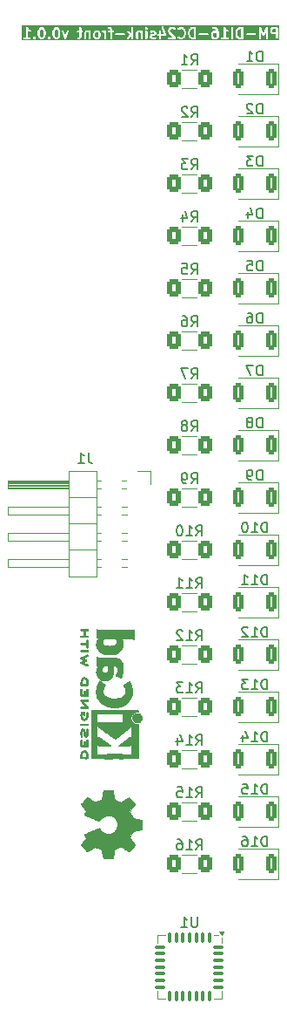
<source format=gbr>
%TF.GenerationSoftware,KiCad,Pcbnew,8.0.4-8.0.4-0~ubuntu22.04.1*%
%TF.CreationDate,2024-08-03T19:32:57+03:00*%
%TF.ProjectId,PM-DI16-DC24sink-front,504d2d44-4931-4362-9d44-43323473696e,rev?*%
%TF.SameCoordinates,Original*%
%TF.FileFunction,Legend,Bot*%
%TF.FilePolarity,Positive*%
%FSLAX46Y46*%
G04 Gerber Fmt 4.6, Leading zero omitted, Abs format (unit mm)*
G04 Created by KiCad (PCBNEW 8.0.4-8.0.4-0~ubuntu22.04.1) date 2024-08-03 19:32:57*
%MOMM*%
%LPD*%
G01*
G04 APERTURE LIST*
G04 Aperture macros list*
%AMRoundRect*
0 Rectangle with rounded corners*
0 $1 Rounding radius*
0 $2 $3 $4 $5 $6 $7 $8 $9 X,Y pos of 4 corners*
0 Add a 4 corners polygon primitive as box body*
4,1,4,$2,$3,$4,$5,$6,$7,$8,$9,$2,$3,0*
0 Add four circle primitives for the rounded corners*
1,1,$1+$1,$2,$3*
1,1,$1+$1,$4,$5*
1,1,$1+$1,$6,$7*
1,1,$1+$1,$8,$9*
0 Add four rect primitives between the rounded corners*
20,1,$1+$1,$2,$3,$4,$5,0*
20,1,$1+$1,$4,$5,$6,$7,0*
20,1,$1+$1,$6,$7,$8,$9,0*
20,1,$1+$1,$8,$9,$2,$3,0*%
G04 Aperture macros list end*
%ADD10C,0.200000*%
%ADD11C,0.150000*%
%ADD12C,0.120000*%
%ADD13C,0.010000*%
%ADD14O,1.700000X1.700000*%
%ADD15RoundRect,0.190000X0.285000X0.710000X-0.285000X0.710000X-0.285000X-0.710000X0.285000X-0.710000X0*%
%ADD16R,1.700000X1.700000*%
%ADD17RoundRect,0.250000X0.400000X0.625000X-0.400000X0.625000X-0.400000X-0.625000X0.400000X-0.625000X0*%
%ADD18RoundRect,0.075000X0.437500X0.075000X-0.437500X0.075000X-0.437500X-0.075000X0.437500X-0.075000X0*%
%ADD19RoundRect,0.075000X0.075000X0.437500X-0.075000X0.437500X-0.075000X-0.437500X0.075000X-0.437500X0*%
%ADD20R,4.250000X4.250000*%
G04 APERTURE END LIST*
D10*
G36*
X56819185Y-52337024D02*
G01*
X56843854Y-52361692D01*
X56879307Y-52432599D01*
X56921278Y-52600480D01*
X56921278Y-52813956D01*
X56879307Y-52981837D01*
X56843854Y-53052743D01*
X56819185Y-53077413D01*
X56759576Y-53107219D01*
X56711552Y-53107219D01*
X56651942Y-53077414D01*
X56627275Y-53052746D01*
X56591820Y-52981837D01*
X56549850Y-52813956D01*
X56549850Y-52600481D01*
X56591820Y-52432599D01*
X56627274Y-52361692D01*
X56651942Y-52337023D01*
X56711552Y-52307219D01*
X56759576Y-52307219D01*
X56819185Y-52337024D01*
G37*
G36*
X58247756Y-52337024D02*
G01*
X58272425Y-52361692D01*
X58307878Y-52432599D01*
X58349849Y-52600480D01*
X58349849Y-52813956D01*
X58307878Y-52981837D01*
X58272425Y-53052743D01*
X58247756Y-53077413D01*
X58188147Y-53107219D01*
X58140123Y-53107219D01*
X58080513Y-53077414D01*
X58055846Y-53052746D01*
X58020391Y-52981837D01*
X57978421Y-52813956D01*
X57978421Y-52600481D01*
X58020391Y-52432599D01*
X58055845Y-52361692D01*
X58080513Y-52337023D01*
X58140123Y-52307219D01*
X58188147Y-52307219D01*
X58247756Y-52337024D01*
G37*
G36*
X62200138Y-52670357D02*
G01*
X62224807Y-52695025D01*
X62254612Y-52754635D01*
X62254612Y-52993135D01*
X62224807Y-53052743D01*
X62200138Y-53077413D01*
X62140529Y-53107219D01*
X62044886Y-53107219D01*
X61985276Y-53077414D01*
X61960609Y-53052746D01*
X61930803Y-52993134D01*
X61930803Y-52754635D01*
X61960608Y-52695025D01*
X61985276Y-52670356D01*
X62044886Y-52640552D01*
X62140529Y-52640552D01*
X62200138Y-52670357D01*
G37*
G36*
X71540327Y-53107219D02*
G01*
X71418458Y-53107219D01*
X71313393Y-53072197D01*
X71246323Y-53005127D01*
X71210869Y-52934218D01*
X71168899Y-52766337D01*
X71168899Y-52648100D01*
X71210869Y-52480218D01*
X71246322Y-52409312D01*
X71313394Y-52342240D01*
X71418458Y-52307219D01*
X71540327Y-52307219D01*
X71540327Y-53107219D01*
G37*
G36*
X73723948Y-52717976D02*
G01*
X73748617Y-52742644D01*
X73778422Y-52802254D01*
X73778422Y-52993135D01*
X73748617Y-53052743D01*
X73723948Y-53077413D01*
X73664339Y-53107219D01*
X73521077Y-53107219D01*
X73461467Y-53077414D01*
X73436800Y-53052746D01*
X73406994Y-52993134D01*
X73406994Y-52802254D01*
X73436799Y-52742644D01*
X73461467Y-52717975D01*
X73521077Y-52688171D01*
X73664339Y-52688171D01*
X73723948Y-52717976D01*
G37*
G36*
X76159374Y-53107219D02*
G01*
X76037505Y-53107219D01*
X75932440Y-53072197D01*
X75865370Y-53005127D01*
X75829916Y-52934218D01*
X75787946Y-52766337D01*
X75787946Y-52648100D01*
X75829916Y-52480218D01*
X75865369Y-52409312D01*
X75932441Y-52342240D01*
X76037505Y-52307219D01*
X76159374Y-52307219D01*
X76159374Y-53107219D01*
G37*
G36*
X79540326Y-52631028D02*
G01*
X79282981Y-52631028D01*
X79223371Y-52601223D01*
X79198703Y-52576554D01*
X79168898Y-52516944D01*
X79168898Y-52421302D01*
X79198703Y-52361692D01*
X79223371Y-52337023D01*
X79282981Y-52307219D01*
X79540326Y-52307219D01*
X79540326Y-52631028D01*
G37*
G36*
X79851437Y-53418330D02*
G01*
X54812089Y-53418330D01*
X54812089Y-53187710D01*
X54923200Y-53187710D01*
X54923200Y-53226728D01*
X54938132Y-53262776D01*
X54965722Y-53290366D01*
X55001770Y-53305298D01*
X55021279Y-53307219D01*
X55592707Y-53307219D01*
X55612216Y-53305298D01*
X55648264Y-53290366D01*
X55675854Y-53262776D01*
X55690786Y-53226728D01*
X55690786Y-53187710D01*
X55675854Y-53151662D01*
X55664283Y-53140091D01*
X55875580Y-53140091D01*
X55875580Y-53179109D01*
X55881170Y-53192604D01*
X55890512Y-53215158D01*
X55890516Y-53215162D01*
X55902948Y-53230311D01*
X55950567Y-53277929D01*
X55965720Y-53290366D01*
X55972133Y-53293022D01*
X56001769Y-53305298D01*
X56040787Y-53305298D01*
X56076835Y-53290366D01*
X56091989Y-53277930D01*
X56139607Y-53230311D01*
X56152044Y-53215158D01*
X56158796Y-53198856D01*
X56166975Y-53179110D01*
X56166976Y-53140092D01*
X56152045Y-53104043D01*
X56139608Y-53088890D01*
X56091989Y-53041270D01*
X56076836Y-53028833D01*
X56057247Y-53020719D01*
X56050569Y-53017953D01*
X56040787Y-53013901D01*
X56001769Y-53013901D01*
X55991987Y-53017953D01*
X55965721Y-53028832D01*
X55965720Y-53028833D01*
X55950566Y-53041270D01*
X55902948Y-53088890D01*
X55890511Y-53104043D01*
X55881553Y-53125672D01*
X55875580Y-53140091D01*
X55664283Y-53140091D01*
X55648264Y-53124072D01*
X55612216Y-53109140D01*
X55592707Y-53107219D01*
X55406993Y-53107219D01*
X55406993Y-52496260D01*
X55426758Y-52516025D01*
X55434424Y-52522316D01*
X55436157Y-52524314D01*
X55439168Y-52526209D01*
X55441912Y-52528461D01*
X55444349Y-52529470D01*
X55452748Y-52534757D01*
X55547985Y-52582376D01*
X55566294Y-52589382D01*
X55605214Y-52592148D01*
X55617145Y-52588171D01*
X56349850Y-52588171D01*
X56349850Y-52826266D01*
X56350185Y-52829668D01*
X56349968Y-52831127D01*
X56351047Y-52838424D01*
X56351771Y-52845775D01*
X56352335Y-52847138D01*
X56352836Y-52850520D01*
X56400455Y-53040995D01*
X56400968Y-53042432D01*
X56401020Y-53043155D01*
X56404128Y-53051279D01*
X56407050Y-53059456D01*
X56407480Y-53060036D01*
X56408026Y-53061463D01*
X56455645Y-53156701D01*
X56460928Y-53165093D01*
X56461940Y-53167537D01*
X56464196Y-53170286D01*
X56466088Y-53173291D01*
X56468082Y-53175020D01*
X56474377Y-53182690D01*
X56521995Y-53230310D01*
X56529663Y-53236603D01*
X56531395Y-53238600D01*
X56534403Y-53240493D01*
X56537149Y-53242747D01*
X56539589Y-53243757D01*
X56547986Y-53249043D01*
X56643223Y-53296662D01*
X56661532Y-53303668D01*
X56665115Y-53303922D01*
X56668436Y-53305298D01*
X56687945Y-53307219D01*
X56783183Y-53307219D01*
X56802692Y-53305298D01*
X56806012Y-53303922D01*
X56809596Y-53303668D01*
X56827904Y-53296662D01*
X56923142Y-53249043D01*
X56931537Y-53243758D01*
X56933979Y-53242747D01*
X56936726Y-53240491D01*
X56939732Y-53238600D01*
X56941462Y-53236605D01*
X56949132Y-53230310D01*
X56996751Y-53182690D01*
X57003043Y-53175023D01*
X57005040Y-53173292D01*
X57006933Y-53170284D01*
X57009188Y-53167537D01*
X57010199Y-53165095D01*
X57015483Y-53156701D01*
X57023788Y-53140091D01*
X57304151Y-53140091D01*
X57304151Y-53179109D01*
X57309741Y-53192604D01*
X57319083Y-53215158D01*
X57319087Y-53215162D01*
X57331519Y-53230311D01*
X57379138Y-53277929D01*
X57394291Y-53290366D01*
X57400704Y-53293022D01*
X57430340Y-53305298D01*
X57469358Y-53305298D01*
X57505406Y-53290366D01*
X57520560Y-53277930D01*
X57568178Y-53230311D01*
X57580615Y-53215158D01*
X57587367Y-53198856D01*
X57595546Y-53179110D01*
X57595547Y-53140092D01*
X57580616Y-53104043D01*
X57568179Y-53088890D01*
X57520560Y-53041270D01*
X57505407Y-53028833D01*
X57485818Y-53020719D01*
X57479140Y-53017953D01*
X57469358Y-53013901D01*
X57430340Y-53013901D01*
X57420558Y-53017953D01*
X57394292Y-53028832D01*
X57394291Y-53028833D01*
X57379137Y-53041270D01*
X57331519Y-53088890D01*
X57319082Y-53104043D01*
X57310124Y-53125672D01*
X57304151Y-53140091D01*
X57023788Y-53140091D01*
X57063102Y-53061464D01*
X57063648Y-53060035D01*
X57064078Y-53059456D01*
X57066999Y-53051279D01*
X57070108Y-53043155D01*
X57070159Y-53042434D01*
X57070673Y-53040996D01*
X57118292Y-52850520D01*
X57118792Y-52847138D01*
X57119357Y-52845775D01*
X57120080Y-52838424D01*
X57121160Y-52831127D01*
X57120942Y-52829668D01*
X57121278Y-52826266D01*
X57121278Y-52588171D01*
X57778421Y-52588171D01*
X57778421Y-52826266D01*
X57778756Y-52829668D01*
X57778539Y-52831127D01*
X57779618Y-52838424D01*
X57780342Y-52845775D01*
X57780906Y-52847138D01*
X57781407Y-52850520D01*
X57829026Y-53040995D01*
X57829539Y-53042432D01*
X57829591Y-53043155D01*
X57832699Y-53051279D01*
X57835621Y-53059456D01*
X57836051Y-53060036D01*
X57836597Y-53061463D01*
X57884216Y-53156701D01*
X57889499Y-53165093D01*
X57890511Y-53167537D01*
X57892767Y-53170286D01*
X57894659Y-53173291D01*
X57896653Y-53175020D01*
X57902948Y-53182690D01*
X57950566Y-53230310D01*
X57958234Y-53236603D01*
X57959966Y-53238600D01*
X57962974Y-53240493D01*
X57965720Y-53242747D01*
X57968160Y-53243757D01*
X57976557Y-53249043D01*
X58071794Y-53296662D01*
X58090103Y-53303668D01*
X58093686Y-53303922D01*
X58097007Y-53305298D01*
X58116516Y-53307219D01*
X58211754Y-53307219D01*
X58231263Y-53305298D01*
X58234583Y-53303922D01*
X58238167Y-53303668D01*
X58256475Y-53296662D01*
X58351713Y-53249043D01*
X58360108Y-53243758D01*
X58362550Y-53242747D01*
X58365297Y-53240491D01*
X58368303Y-53238600D01*
X58370033Y-53236605D01*
X58377703Y-53230310D01*
X58425322Y-53182690D01*
X58431614Y-53175023D01*
X58433611Y-53173292D01*
X58435504Y-53170284D01*
X58437759Y-53167537D01*
X58438770Y-53165095D01*
X58444054Y-53156701D01*
X58491673Y-53061464D01*
X58492219Y-53060035D01*
X58492649Y-53059456D01*
X58495570Y-53051279D01*
X58498679Y-53043155D01*
X58498730Y-53042434D01*
X58499244Y-53040996D01*
X58546863Y-52850520D01*
X58547363Y-52847138D01*
X58547928Y-52845775D01*
X58548651Y-52838424D01*
X58549731Y-52831127D01*
X58549513Y-52829668D01*
X58549849Y-52826266D01*
X58549849Y-52588171D01*
X58549513Y-52584768D01*
X58549731Y-52583310D01*
X58548651Y-52576012D01*
X58547928Y-52568662D01*
X58547363Y-52567298D01*
X58546863Y-52563917D01*
X58544675Y-52555167D01*
X58684256Y-52555167D01*
X58689009Y-52574186D01*
X58927104Y-53240852D01*
X58935474Y-53258579D01*
X58938844Y-53262301D01*
X58940992Y-53266836D01*
X58951843Y-53276659D01*
X58961661Y-53287504D01*
X58966193Y-53289651D01*
X58969918Y-53293023D01*
X58983708Y-53297947D01*
X58996923Y-53304208D01*
X59001933Y-53304457D01*
X59006663Y-53306146D01*
X59021284Y-53305418D01*
X59035893Y-53306145D01*
X59040618Y-53304457D01*
X59045633Y-53304208D01*
X59058859Y-53297942D01*
X59072638Y-53293022D01*
X59076358Y-53289653D01*
X59080895Y-53287505D01*
X59090717Y-53276654D01*
X59101564Y-53266836D01*
X59103711Y-53262301D01*
X59107082Y-53258579D01*
X59115452Y-53240853D01*
X59353547Y-52574186D01*
X59358300Y-52555167D01*
X59356603Y-52521043D01*
X60161295Y-52521043D01*
X60161295Y-52560061D01*
X60176227Y-52596109D01*
X60203817Y-52623699D01*
X60239865Y-52638631D01*
X60259374Y-52640552D01*
X60397469Y-52640552D01*
X60397469Y-53040754D01*
X60375314Y-53085063D01*
X60331005Y-53107219D01*
X60259374Y-53107219D01*
X60239865Y-53109140D01*
X60203817Y-53124072D01*
X60176227Y-53151662D01*
X60161295Y-53187710D01*
X60161295Y-53226728D01*
X60176227Y-53262776D01*
X60203817Y-53290366D01*
X60239865Y-53305298D01*
X60259374Y-53307219D01*
X60354612Y-53307219D01*
X60374121Y-53305298D01*
X60377441Y-53303922D01*
X60381025Y-53303668D01*
X60399333Y-53296662D01*
X60494571Y-53249043D01*
X60497833Y-53246989D01*
X60499373Y-53246476D01*
X60501289Y-53244813D01*
X60511161Y-53238600D01*
X60519376Y-53229126D01*
X60528850Y-53220911D01*
X60535063Y-53211039D01*
X60536726Y-53209123D01*
X60537238Y-53207584D01*
X60539293Y-53204321D01*
X60586912Y-53109082D01*
X60593918Y-53090774D01*
X60594172Y-53087190D01*
X60595548Y-53083870D01*
X60597469Y-53064361D01*
X60597469Y-52683409D01*
X60873660Y-52683409D01*
X60873660Y-53207219D01*
X60875581Y-53226728D01*
X60890513Y-53262776D01*
X60918103Y-53290366D01*
X60954151Y-53305298D01*
X60993169Y-53305298D01*
X61029217Y-53290366D01*
X61056807Y-53262776D01*
X61071739Y-53226728D01*
X61073660Y-53207219D01*
X61073660Y-52707016D01*
X61095815Y-52662706D01*
X61140124Y-52640552D01*
X61235767Y-52640552D01*
X61295376Y-52670357D01*
X61302231Y-52677211D01*
X61302231Y-53207219D01*
X61304152Y-53226728D01*
X61319084Y-53262776D01*
X61346674Y-53290366D01*
X61382722Y-53305298D01*
X61421740Y-53305298D01*
X61457788Y-53290366D01*
X61485378Y-53262776D01*
X61500310Y-53226728D01*
X61502231Y-53207219D01*
X61502231Y-52731028D01*
X61730803Y-52731028D01*
X61730803Y-53016742D01*
X61732724Y-53036251D01*
X61734099Y-53039571D01*
X61734354Y-53043155D01*
X61741360Y-53061463D01*
X61788979Y-53156701D01*
X61794262Y-53165093D01*
X61795274Y-53167537D01*
X61797530Y-53170286D01*
X61799422Y-53173291D01*
X61801416Y-53175020D01*
X61807711Y-53182690D01*
X61855329Y-53230310D01*
X61862997Y-53236603D01*
X61864729Y-53238600D01*
X61867737Y-53240493D01*
X61870483Y-53242747D01*
X61872923Y-53243757D01*
X61881320Y-53249043D01*
X61976557Y-53296662D01*
X61994866Y-53303668D01*
X61998449Y-53303922D01*
X62001770Y-53305298D01*
X62021279Y-53307219D01*
X62164136Y-53307219D01*
X62183645Y-53305298D01*
X62186965Y-53303922D01*
X62190549Y-53303668D01*
X62208857Y-53296662D01*
X62304095Y-53249043D01*
X62312490Y-53243758D01*
X62314932Y-53242747D01*
X62317679Y-53240491D01*
X62320685Y-53238600D01*
X62322415Y-53236605D01*
X62330085Y-53230310D01*
X62377704Y-53182690D01*
X62383996Y-53175023D01*
X62385993Y-53173292D01*
X62387886Y-53170284D01*
X62390141Y-53167537D01*
X62391152Y-53165095D01*
X62396436Y-53156701D01*
X62444055Y-53061464D01*
X62451061Y-53043155D01*
X62451315Y-53039571D01*
X62452691Y-53036251D01*
X62454612Y-53016742D01*
X62454612Y-52731028D01*
X62452691Y-52711519D01*
X62451315Y-52708198D01*
X62451061Y-52704615D01*
X62444055Y-52686306D01*
X62396436Y-52591069D01*
X62391150Y-52582672D01*
X62390140Y-52580232D01*
X62387886Y-52577486D01*
X62385993Y-52574478D01*
X62383995Y-52572745D01*
X62377703Y-52565079D01*
X62333668Y-52521043D01*
X62542248Y-52521043D01*
X62542248Y-52560061D01*
X62557180Y-52596109D01*
X62584770Y-52623699D01*
X62620818Y-52638631D01*
X62640327Y-52640552D01*
X62711958Y-52640552D01*
X62771567Y-52670357D01*
X62796236Y-52695025D01*
X62826041Y-52754635D01*
X62826041Y-53207219D01*
X62827962Y-53226728D01*
X62842894Y-53262776D01*
X62870484Y-53290366D01*
X62906532Y-53305298D01*
X62945550Y-53305298D01*
X62981598Y-53290366D01*
X63009188Y-53262776D01*
X63024120Y-53226728D01*
X63026041Y-53207219D01*
X63026041Y-52540552D01*
X63024120Y-52521043D01*
X63009188Y-52484995D01*
X62981598Y-52457405D01*
X62945550Y-52442473D01*
X62906532Y-52442473D01*
X62870484Y-52457405D01*
X62844615Y-52483273D01*
X62780286Y-52451109D01*
X62761978Y-52444103D01*
X62758394Y-52443848D01*
X62755074Y-52442473D01*
X62735565Y-52440552D01*
X62640327Y-52440552D01*
X62620818Y-52442473D01*
X62584770Y-52457405D01*
X62557180Y-52484995D01*
X62542248Y-52521043D01*
X62333668Y-52521043D01*
X62330085Y-52517460D01*
X62322414Y-52511165D01*
X62320685Y-52509171D01*
X62317677Y-52507277D01*
X62314931Y-52505024D01*
X62312491Y-52504013D01*
X62304095Y-52498728D01*
X62208857Y-52451109D01*
X62190549Y-52444103D01*
X62186965Y-52443848D01*
X62183645Y-52442473D01*
X62164136Y-52440552D01*
X62021279Y-52440552D01*
X62001770Y-52442473D01*
X61998449Y-52443848D01*
X61994866Y-52444103D01*
X61976557Y-52451109D01*
X61881320Y-52498728D01*
X61872923Y-52504013D01*
X61870483Y-52505024D01*
X61867737Y-52507277D01*
X61864729Y-52509171D01*
X61862996Y-52511168D01*
X61855330Y-52517461D01*
X61807711Y-52565079D01*
X61801416Y-52572749D01*
X61799422Y-52574479D01*
X61797528Y-52577486D01*
X61795275Y-52580233D01*
X61794264Y-52582672D01*
X61788979Y-52591069D01*
X61741360Y-52686307D01*
X61734354Y-52704615D01*
X61734099Y-52708198D01*
X61732724Y-52711519D01*
X61730803Y-52731028D01*
X61502231Y-52731028D01*
X61502231Y-52540552D01*
X61500310Y-52521043D01*
X61485378Y-52484995D01*
X61457788Y-52457405D01*
X61421740Y-52442473D01*
X61382722Y-52442473D01*
X61346674Y-52457405D01*
X61336678Y-52467400D01*
X61304095Y-52451109D01*
X61285787Y-52444103D01*
X61282203Y-52443848D01*
X61278883Y-52442473D01*
X61259374Y-52440552D01*
X61116517Y-52440552D01*
X61097008Y-52442473D01*
X61093687Y-52443848D01*
X61090104Y-52444103D01*
X61071795Y-52451109D01*
X60976558Y-52498728D01*
X60973294Y-52500782D01*
X60971756Y-52501295D01*
X60969840Y-52502956D01*
X60959967Y-52509171D01*
X60951749Y-52518646D01*
X60942279Y-52526860D01*
X60936065Y-52536731D01*
X60934403Y-52538648D01*
X60933889Y-52540186D01*
X60931836Y-52543450D01*
X60884217Y-52638688D01*
X60877211Y-52656996D01*
X60876956Y-52660579D01*
X60875581Y-52663900D01*
X60873660Y-52683409D01*
X60597469Y-52683409D01*
X60597469Y-52640552D01*
X60640326Y-52640552D01*
X60659835Y-52638631D01*
X60695883Y-52623699D01*
X60723473Y-52596109D01*
X60738405Y-52560061D01*
X60738405Y-52521043D01*
X60723473Y-52484995D01*
X60695883Y-52457405D01*
X60659835Y-52442473D01*
X60640326Y-52440552D01*
X60597469Y-52440552D01*
X60597469Y-52207219D01*
X60595548Y-52187710D01*
X63161296Y-52187710D01*
X63161296Y-52226728D01*
X63176228Y-52262776D01*
X63203818Y-52290366D01*
X63239866Y-52305298D01*
X63259375Y-52307219D01*
X63331006Y-52307219D01*
X63375315Y-52329374D01*
X63397470Y-52373683D01*
X63397470Y-52440552D01*
X63259375Y-52440552D01*
X63239866Y-52442473D01*
X63203818Y-52457405D01*
X63176228Y-52484995D01*
X63161296Y-52521043D01*
X63161296Y-52560061D01*
X63176228Y-52596109D01*
X63203818Y-52623699D01*
X63239866Y-52638631D01*
X63259375Y-52640552D01*
X63397470Y-52640552D01*
X63397470Y-53207219D01*
X63399391Y-53226728D01*
X63414323Y-53262776D01*
X63441913Y-53290366D01*
X63477961Y-53305298D01*
X63516979Y-53305298D01*
X63553027Y-53290366D01*
X63580617Y-53262776D01*
X63595549Y-53226728D01*
X63597470Y-53207219D01*
X63597470Y-53201777D01*
X65064285Y-53201777D01*
X65069803Y-53240403D01*
X65089682Y-53273977D01*
X65120897Y-53297388D01*
X65158695Y-53307071D01*
X65197321Y-53301553D01*
X65230895Y-53281674D01*
X65244137Y-53267219D01*
X65445089Y-52999282D01*
X65445089Y-53207219D01*
X65447010Y-53226728D01*
X65461942Y-53262776D01*
X65489532Y-53290366D01*
X65525580Y-53305298D01*
X65564598Y-53305298D01*
X65600646Y-53290366D01*
X65628236Y-53262776D01*
X65643168Y-53226728D01*
X65645089Y-53207219D01*
X65645089Y-52683409D01*
X65921280Y-52683409D01*
X65921280Y-53207219D01*
X65923201Y-53226728D01*
X65938133Y-53262776D01*
X65965723Y-53290366D01*
X66001771Y-53305298D01*
X66040789Y-53305298D01*
X66076837Y-53290366D01*
X66104427Y-53262776D01*
X66119359Y-53226728D01*
X66121280Y-53207219D01*
X66121280Y-52707016D01*
X66143435Y-52662706D01*
X66187744Y-52640552D01*
X66283387Y-52640552D01*
X66342996Y-52670357D01*
X66349851Y-52677211D01*
X66349851Y-53207219D01*
X66351772Y-53226728D01*
X66366704Y-53262776D01*
X66394294Y-53290366D01*
X66430342Y-53305298D01*
X66469360Y-53305298D01*
X66505408Y-53290366D01*
X66532998Y-53262776D01*
X66547930Y-53226728D01*
X66549851Y-53207219D01*
X66549851Y-52540552D01*
X66826041Y-52540552D01*
X66826041Y-53207219D01*
X66827962Y-53226728D01*
X66842894Y-53262776D01*
X66870484Y-53290366D01*
X66906532Y-53305298D01*
X66945550Y-53305298D01*
X66981598Y-53290366D01*
X67009188Y-53262776D01*
X67024120Y-53226728D01*
X67026041Y-53207219D01*
X67026041Y-53016742D01*
X67254613Y-53016742D01*
X67254613Y-53064361D01*
X67256534Y-53083870D01*
X67257909Y-53087190D01*
X67258164Y-53090773D01*
X67265170Y-53109082D01*
X67312789Y-53204321D01*
X67314842Y-53207584D01*
X67315356Y-53209123D01*
X67317018Y-53211039D01*
X67323232Y-53220911D01*
X67332703Y-53229125D01*
X67340920Y-53238600D01*
X67350790Y-53244812D01*
X67352708Y-53246476D01*
X67354248Y-53246989D01*
X67357511Y-53249043D01*
X67452748Y-53296662D01*
X67471057Y-53303668D01*
X67474640Y-53303922D01*
X67477961Y-53305298D01*
X67497470Y-53307219D01*
X67687946Y-53307219D01*
X67707455Y-53305298D01*
X67710775Y-53303922D01*
X67714359Y-53303668D01*
X67732667Y-53296662D01*
X67827905Y-53249043D01*
X67844495Y-53238600D01*
X67870060Y-53209123D01*
X67882398Y-53172107D01*
X67879633Y-53133187D01*
X67862184Y-53098289D01*
X67832707Y-53072724D01*
X67795691Y-53060385D01*
X67756771Y-53063151D01*
X67738462Y-53070157D01*
X67664339Y-53107219D01*
X67521077Y-53107219D01*
X67476767Y-53085064D01*
X67454613Y-53040754D01*
X67454613Y-53040349D01*
X67476768Y-52996039D01*
X67521077Y-52973885D01*
X67640327Y-52973885D01*
X67659836Y-52971964D01*
X67663156Y-52970588D01*
X67666740Y-52970334D01*
X67685048Y-52963328D01*
X67780286Y-52915709D01*
X67783549Y-52913655D01*
X67785088Y-52913142D01*
X67787004Y-52911479D01*
X67796876Y-52905266D01*
X67805089Y-52895795D01*
X67814565Y-52887578D01*
X67820779Y-52877704D01*
X67822441Y-52875789D01*
X67822953Y-52874250D01*
X67825008Y-52870987D01*
X67833314Y-52854376D01*
X68018439Y-52854376D01*
X68018439Y-52893394D01*
X68033371Y-52929442D01*
X68060961Y-52957032D01*
X68097009Y-52971964D01*
X68116518Y-52973885D01*
X68159375Y-52973885D01*
X68159375Y-53207219D01*
X68161296Y-53226728D01*
X68176228Y-53262776D01*
X68203818Y-53290366D01*
X68239866Y-53305298D01*
X68278884Y-53305298D01*
X68314932Y-53290366D01*
X68342522Y-53262776D01*
X68357454Y-53226728D01*
X68359375Y-53207219D01*
X68359375Y-52973885D01*
X68735565Y-52973885D01*
X68745438Y-52972912D01*
X68748072Y-52973100D01*
X68749973Y-52972466D01*
X68755074Y-52971964D01*
X68769886Y-52965828D01*
X68785088Y-52960761D01*
X68787801Y-52958407D01*
X68791122Y-52957032D01*
X68802460Y-52945693D01*
X68814564Y-52935196D01*
X68816170Y-52931983D01*
X68818712Y-52929442D01*
X68824848Y-52914627D01*
X68832014Y-52900297D01*
X68832268Y-52896714D01*
X68833644Y-52893394D01*
X68833644Y-52877361D01*
X68834780Y-52861377D01*
X68833644Y-52856381D01*
X68833644Y-52854376D01*
X68832632Y-52851934D01*
X68830433Y-52842262D01*
X68682244Y-52397695D01*
X69016518Y-52397695D01*
X69016518Y-52492933D01*
X69017490Y-52502806D01*
X69017303Y-52505440D01*
X69018090Y-52508903D01*
X69018439Y-52512442D01*
X69019450Y-52514884D01*
X69021650Y-52524556D01*
X69069269Y-52667412D01*
X69077260Y-52685313D01*
X69079615Y-52688028D01*
X69080990Y-52691347D01*
X69093426Y-52706501D01*
X69494143Y-53107219D01*
X69116518Y-53107219D01*
X69097009Y-53109140D01*
X69060961Y-53124072D01*
X69033371Y-53151662D01*
X69018439Y-53187710D01*
X69018439Y-53226728D01*
X69033371Y-53262776D01*
X69060961Y-53290366D01*
X69097009Y-53305298D01*
X69116518Y-53307219D01*
X69735565Y-53307219D01*
X69755074Y-53305298D01*
X69791122Y-53290366D01*
X69818712Y-53262776D01*
X69833644Y-53226728D01*
X69833644Y-53187710D01*
X69818712Y-53151662D01*
X69818711Y-53151661D01*
X69806276Y-53136508D01*
X69251539Y-52581770D01*
X69216518Y-52476706D01*
X69216518Y-52421302D01*
X69246323Y-52361692D01*
X69270991Y-52337023D01*
X69330601Y-52307219D01*
X69521482Y-52307219D01*
X69581091Y-52337024D01*
X69617235Y-52373167D01*
X69632388Y-52385604D01*
X69668437Y-52400535D01*
X69707455Y-52400535D01*
X69743503Y-52385604D01*
X69771093Y-52358014D01*
X69786024Y-52321966D01*
X69786024Y-52282948D01*
X69970820Y-52282948D01*
X69970820Y-52321966D01*
X69985752Y-52358014D01*
X70013342Y-52385604D01*
X70049390Y-52400536D01*
X70088408Y-52400536D01*
X70124456Y-52385604D01*
X70139610Y-52373168D01*
X70170536Y-52342240D01*
X70275601Y-52307219D01*
X70338386Y-52307219D01*
X70443450Y-52342240D01*
X70510523Y-52409313D01*
X70545975Y-52480218D01*
X70587946Y-52648099D01*
X70587946Y-52766337D01*
X70545975Y-52934218D01*
X70510522Y-53005124D01*
X70443451Y-53072197D01*
X70338386Y-53107219D01*
X70275601Y-53107219D01*
X70170536Y-53072197D01*
X70139610Y-53041270D01*
X70124457Y-53028833D01*
X70088409Y-53013902D01*
X70049391Y-53013901D01*
X70013342Y-53028832D01*
X69985752Y-53056422D01*
X69970821Y-53092470D01*
X69970820Y-53131488D01*
X69985751Y-53167537D01*
X69998188Y-53182690D01*
X70045806Y-53230310D01*
X70060960Y-53242747D01*
X70064279Y-53244122D01*
X70066995Y-53246477D01*
X70084895Y-53254468D01*
X70227752Y-53302087D01*
X70237424Y-53304286D01*
X70239866Y-53305298D01*
X70243403Y-53305646D01*
X70246867Y-53306434D01*
X70249501Y-53306246D01*
X70259375Y-53307219D01*
X70354613Y-53307219D01*
X70364486Y-53306246D01*
X70367120Y-53306434D01*
X70370583Y-53305646D01*
X70374122Y-53305298D01*
X70376564Y-53304286D01*
X70386236Y-53302087D01*
X70529092Y-53254468D01*
X70546993Y-53246477D01*
X70549708Y-53244122D01*
X70553028Y-53242747D01*
X70568181Y-53230310D01*
X70663419Y-53135071D01*
X70669711Y-53127404D01*
X70671708Y-53125673D01*
X70673601Y-53122665D01*
X70675856Y-53119918D01*
X70676867Y-53117476D01*
X70682151Y-53109082D01*
X70729770Y-53013845D01*
X70730316Y-53012416D01*
X70730746Y-53011837D01*
X70733667Y-53003660D01*
X70736776Y-52995536D01*
X70736827Y-52994815D01*
X70737341Y-52993377D01*
X70784960Y-52802901D01*
X70785460Y-52799519D01*
X70786025Y-52798156D01*
X70786748Y-52790805D01*
X70787828Y-52783508D01*
X70787610Y-52782049D01*
X70787946Y-52778647D01*
X70787946Y-52635790D01*
X70968899Y-52635790D01*
X70968899Y-52778647D01*
X70969234Y-52782049D01*
X70969017Y-52783508D01*
X70970096Y-52790805D01*
X70970820Y-52798156D01*
X70971384Y-52799519D01*
X70971885Y-52802901D01*
X71019504Y-52993376D01*
X71020017Y-52994813D01*
X71020069Y-52995536D01*
X71023177Y-53003660D01*
X71026099Y-53011837D01*
X71026529Y-53012417D01*
X71027075Y-53013844D01*
X71074694Y-53109082D01*
X71079976Y-53117474D01*
X71080989Y-53119918D01*
X71083245Y-53122667D01*
X71085137Y-53125672D01*
X71087131Y-53127401D01*
X71093426Y-53135071D01*
X71188664Y-53230311D01*
X71203817Y-53242747D01*
X71207136Y-53244122D01*
X71209852Y-53246477D01*
X71227752Y-53254468D01*
X71370609Y-53302087D01*
X71380281Y-53304286D01*
X71382723Y-53305298D01*
X71386260Y-53305646D01*
X71389724Y-53306434D01*
X71392358Y-53306246D01*
X71402232Y-53307219D01*
X71640327Y-53307219D01*
X71659836Y-53305298D01*
X71695884Y-53290366D01*
X71723474Y-53262776D01*
X71738406Y-53226728D01*
X71740327Y-53207219D01*
X71740327Y-52806757D01*
X72018439Y-52806757D01*
X72018439Y-52845775D01*
X72033371Y-52881823D01*
X72060961Y-52909413D01*
X72097009Y-52924345D01*
X72116518Y-52926266D01*
X72878422Y-52926266D01*
X72897931Y-52924345D01*
X72933979Y-52909413D01*
X72961569Y-52881823D01*
X72976501Y-52845775D01*
X72976501Y-52806757D01*
X72964857Y-52778647D01*
X73206994Y-52778647D01*
X73206994Y-53016742D01*
X73208915Y-53036251D01*
X73210290Y-53039571D01*
X73210545Y-53043155D01*
X73217551Y-53061463D01*
X73265170Y-53156701D01*
X73270453Y-53165093D01*
X73271465Y-53167537D01*
X73273721Y-53170286D01*
X73275613Y-53173291D01*
X73277607Y-53175020D01*
X73283902Y-53182690D01*
X73331520Y-53230310D01*
X73339188Y-53236603D01*
X73340920Y-53238600D01*
X73343928Y-53240493D01*
X73346674Y-53242747D01*
X73349114Y-53243757D01*
X73357511Y-53249043D01*
X73452748Y-53296662D01*
X73471057Y-53303668D01*
X73474640Y-53303922D01*
X73477961Y-53305298D01*
X73497470Y-53307219D01*
X73687946Y-53307219D01*
X73707455Y-53305298D01*
X73710775Y-53303922D01*
X73714359Y-53303668D01*
X73732667Y-53296662D01*
X73827905Y-53249043D01*
X73836300Y-53243758D01*
X73838742Y-53242747D01*
X73841489Y-53240491D01*
X73844495Y-53238600D01*
X73846225Y-53236605D01*
X73853895Y-53230310D01*
X73896494Y-53187710D01*
X74161296Y-53187710D01*
X74161296Y-53226728D01*
X74176228Y-53262776D01*
X74203818Y-53290366D01*
X74239866Y-53305298D01*
X74259375Y-53307219D01*
X74830803Y-53307219D01*
X74850312Y-53305298D01*
X74886360Y-53290366D01*
X74913950Y-53262776D01*
X74928882Y-53226728D01*
X74928882Y-53187710D01*
X74913950Y-53151662D01*
X74886360Y-53124072D01*
X74850312Y-53109140D01*
X74830803Y-53107219D01*
X74645089Y-53107219D01*
X74645089Y-52496260D01*
X74664854Y-52516025D01*
X74672520Y-52522316D01*
X74674253Y-52524314D01*
X74677264Y-52526209D01*
X74680008Y-52528461D01*
X74682445Y-52529470D01*
X74690844Y-52534757D01*
X74786081Y-52582376D01*
X74804390Y-52589382D01*
X74843310Y-52592148D01*
X74880326Y-52579809D01*
X74909803Y-52554244D01*
X74927252Y-52519346D01*
X74930017Y-52480426D01*
X74917679Y-52443410D01*
X74892114Y-52413933D01*
X74875524Y-52403490D01*
X74794802Y-52363129D01*
X74718038Y-52286365D01*
X74665274Y-52207219D01*
X75159374Y-52207219D01*
X75159374Y-53207219D01*
X75161295Y-53226728D01*
X75176227Y-53262776D01*
X75203817Y-53290366D01*
X75239865Y-53305298D01*
X75278883Y-53305298D01*
X75314931Y-53290366D01*
X75342521Y-53262776D01*
X75357453Y-53226728D01*
X75359374Y-53207219D01*
X75359374Y-52635790D01*
X75587946Y-52635790D01*
X75587946Y-52778647D01*
X75588281Y-52782049D01*
X75588064Y-52783508D01*
X75589143Y-52790805D01*
X75589867Y-52798156D01*
X75590431Y-52799519D01*
X75590932Y-52802901D01*
X75638551Y-52993376D01*
X75639064Y-52994813D01*
X75639116Y-52995536D01*
X75642224Y-53003660D01*
X75645146Y-53011837D01*
X75645576Y-53012417D01*
X75646122Y-53013844D01*
X75693741Y-53109082D01*
X75699023Y-53117474D01*
X75700036Y-53119918D01*
X75702292Y-53122667D01*
X75704184Y-53125672D01*
X75706178Y-53127401D01*
X75712473Y-53135071D01*
X75807711Y-53230311D01*
X75822864Y-53242747D01*
X75826183Y-53244122D01*
X75828899Y-53246477D01*
X75846799Y-53254468D01*
X75989656Y-53302087D01*
X75999328Y-53304286D01*
X76001770Y-53305298D01*
X76005307Y-53305646D01*
X76008771Y-53306434D01*
X76011405Y-53306246D01*
X76021279Y-53307219D01*
X76259374Y-53307219D01*
X76278883Y-53305298D01*
X76314931Y-53290366D01*
X76342521Y-53262776D01*
X76357453Y-53226728D01*
X76359374Y-53207219D01*
X76359374Y-52806757D01*
X76637486Y-52806757D01*
X76637486Y-52845775D01*
X76652418Y-52881823D01*
X76680008Y-52909413D01*
X76716056Y-52924345D01*
X76735565Y-52926266D01*
X77497469Y-52926266D01*
X77516978Y-52924345D01*
X77553026Y-52909413D01*
X77580616Y-52881823D01*
X77595548Y-52845775D01*
X77595548Y-52806757D01*
X77580616Y-52770709D01*
X77553026Y-52743119D01*
X77516978Y-52728187D01*
X77497469Y-52726266D01*
X76735565Y-52726266D01*
X76716056Y-52728187D01*
X76680008Y-52743119D01*
X76652418Y-52770709D01*
X76637486Y-52806757D01*
X76359374Y-52806757D01*
X76359374Y-52207219D01*
X77873660Y-52207219D01*
X77873660Y-53207219D01*
X77875581Y-53226728D01*
X77890513Y-53262776D01*
X77918103Y-53290366D01*
X77954151Y-53305298D01*
X77993169Y-53305298D01*
X78029217Y-53290366D01*
X78056807Y-53262776D01*
X78071739Y-53226728D01*
X78073660Y-53207219D01*
X78073660Y-52657975D01*
X78216375Y-52963793D01*
X78220607Y-52970938D01*
X78221487Y-52973356D01*
X78223052Y-52975065D01*
X78226366Y-52980659D01*
X78237576Y-52990925D01*
X78247838Y-53002131D01*
X78251863Y-53004009D01*
X78255141Y-53007011D01*
X78269423Y-53012204D01*
X78283196Y-53018632D01*
X78287635Y-53018827D01*
X78291810Y-53020345D01*
X78306993Y-53019677D01*
X78322176Y-53020345D01*
X78326349Y-53018827D01*
X78330791Y-53018632D01*
X78344575Y-53012199D01*
X78358845Y-53007010D01*
X78362118Y-53004012D01*
X78366148Y-53002132D01*
X78376417Y-52990917D01*
X78387620Y-52980659D01*
X78390931Y-52975068D01*
X78392500Y-52973356D01*
X78393380Y-52970934D01*
X78397611Y-52963793D01*
X78540326Y-52657974D01*
X78540326Y-53207219D01*
X78542247Y-53226728D01*
X78557179Y-53262776D01*
X78584769Y-53290366D01*
X78620817Y-53305298D01*
X78659835Y-53305298D01*
X78695883Y-53290366D01*
X78723473Y-53262776D01*
X78738405Y-53226728D01*
X78740326Y-53207219D01*
X78740326Y-52397695D01*
X78968898Y-52397695D01*
X78968898Y-52540552D01*
X78970819Y-52560061D01*
X78972194Y-52563381D01*
X78972449Y-52566965D01*
X78979455Y-52585273D01*
X79027074Y-52680511D01*
X79032359Y-52688907D01*
X79033370Y-52691347D01*
X79035623Y-52694093D01*
X79037517Y-52697101D01*
X79039511Y-52698830D01*
X79045806Y-52706501D01*
X79093425Y-52754119D01*
X79101091Y-52760411D01*
X79102824Y-52762409D01*
X79105832Y-52764302D01*
X79108578Y-52766556D01*
X79111018Y-52767566D01*
X79119415Y-52772852D01*
X79214652Y-52820471D01*
X79232961Y-52827477D01*
X79236544Y-52827731D01*
X79239865Y-52829107D01*
X79259374Y-52831028D01*
X79540326Y-52831028D01*
X79540326Y-53207219D01*
X79542247Y-53226728D01*
X79557179Y-53262776D01*
X79584769Y-53290366D01*
X79620817Y-53305298D01*
X79659835Y-53305298D01*
X79695883Y-53290366D01*
X79723473Y-53262776D01*
X79738405Y-53226728D01*
X79740326Y-53207219D01*
X79740326Y-52207219D01*
X79738405Y-52187710D01*
X79723473Y-52151662D01*
X79695883Y-52124072D01*
X79659835Y-52109140D01*
X79640326Y-52107219D01*
X79259374Y-52107219D01*
X79239865Y-52109140D01*
X79236544Y-52110515D01*
X79232961Y-52110770D01*
X79214652Y-52117776D01*
X79119415Y-52165395D01*
X79111018Y-52170680D01*
X79108578Y-52171691D01*
X79105832Y-52173944D01*
X79102824Y-52175838D01*
X79101091Y-52177835D01*
X79093425Y-52184128D01*
X79045806Y-52231746D01*
X79039511Y-52239416D01*
X79037517Y-52241146D01*
X79035623Y-52244153D01*
X79033370Y-52246900D01*
X79032359Y-52249339D01*
X79027074Y-52257736D01*
X78979455Y-52352974D01*
X78972449Y-52371282D01*
X78972194Y-52374865D01*
X78970819Y-52378186D01*
X78968898Y-52397695D01*
X78740326Y-52397695D01*
X78740326Y-52207219D01*
X78739063Y-52194395D01*
X78739167Y-52192036D01*
X78738706Y-52190768D01*
X78738405Y-52187710D01*
X78731764Y-52171679D01*
X78725833Y-52155367D01*
X78724326Y-52153721D01*
X78723473Y-52151662D01*
X78711211Y-52139400D01*
X78699481Y-52126591D01*
X78697457Y-52125646D01*
X78695883Y-52124072D01*
X78679867Y-52117437D01*
X78664124Y-52110091D01*
X78661894Y-52109993D01*
X78659835Y-52109140D01*
X78642483Y-52109140D01*
X78625143Y-52108378D01*
X78623047Y-52109140D01*
X78620817Y-52109140D01*
X78604786Y-52115780D01*
X78588474Y-52121712D01*
X78586828Y-52123218D01*
X78584769Y-52124072D01*
X78572501Y-52136339D01*
X78559699Y-52148064D01*
X78558132Y-52150708D01*
X78557179Y-52151662D01*
X78556275Y-52153843D01*
X78549708Y-52164930D01*
X78306992Y-52685033D01*
X78064278Y-52164930D01*
X78057710Y-52153843D01*
X78056807Y-52151662D01*
X78055853Y-52150708D01*
X78054287Y-52148064D01*
X78041490Y-52136345D01*
X78029217Y-52124072D01*
X78027155Y-52123218D01*
X78025512Y-52121713D01*
X78009210Y-52115784D01*
X77993169Y-52109140D01*
X77990938Y-52109140D01*
X77988843Y-52108378D01*
X77971503Y-52109140D01*
X77954151Y-52109140D01*
X77952091Y-52109993D01*
X77949863Y-52110091D01*
X77934132Y-52117432D01*
X77918103Y-52124072D01*
X77916526Y-52125648D01*
X77914505Y-52126592D01*
X77902786Y-52139388D01*
X77890513Y-52151662D01*
X77889659Y-52153723D01*
X77888154Y-52155367D01*
X77882225Y-52171668D01*
X77875581Y-52187710D01*
X77875279Y-52190768D01*
X77874819Y-52192036D01*
X77874922Y-52194395D01*
X77873660Y-52207219D01*
X76359374Y-52207219D01*
X76357453Y-52187710D01*
X76342521Y-52151662D01*
X76314931Y-52124072D01*
X76278883Y-52109140D01*
X76259374Y-52107219D01*
X76021279Y-52107219D01*
X76011405Y-52108191D01*
X76008771Y-52108004D01*
X76005307Y-52108791D01*
X76001770Y-52109140D01*
X75999328Y-52110151D01*
X75989656Y-52112351D01*
X75846799Y-52159970D01*
X75828899Y-52167961D01*
X75826183Y-52170316D01*
X75822865Y-52171691D01*
X75807711Y-52184127D01*
X75712473Y-52279365D01*
X75706178Y-52287035D01*
X75704184Y-52288765D01*
X75702290Y-52291772D01*
X75700037Y-52294519D01*
X75699026Y-52296958D01*
X75693741Y-52305355D01*
X75646122Y-52400593D01*
X75645576Y-52402019D01*
X75645146Y-52402600D01*
X75642224Y-52410776D01*
X75639116Y-52418901D01*
X75639064Y-52419623D01*
X75638551Y-52421061D01*
X75590932Y-52611536D01*
X75590431Y-52614917D01*
X75589867Y-52616281D01*
X75589143Y-52623631D01*
X75588064Y-52630929D01*
X75588281Y-52632387D01*
X75587946Y-52635790D01*
X75359374Y-52635790D01*
X75359374Y-52207219D01*
X75357453Y-52187710D01*
X75342521Y-52151662D01*
X75314931Y-52124072D01*
X75278883Y-52109140D01*
X75239865Y-52109140D01*
X75203817Y-52124072D01*
X75176227Y-52151662D01*
X75161295Y-52187710D01*
X75159374Y-52207219D01*
X74665274Y-52207219D01*
X74628294Y-52151749D01*
X74628249Y-52151694D01*
X74628236Y-52151662D01*
X74628162Y-52151588D01*
X74615874Y-52136582D01*
X74607645Y-52131071D01*
X74600646Y-52124072D01*
X74591594Y-52120322D01*
X74583454Y-52114871D01*
X74573746Y-52112929D01*
X74564598Y-52109140D01*
X74554799Y-52109140D01*
X74545194Y-52107219D01*
X74535483Y-52109140D01*
X74525580Y-52109140D01*
X74516527Y-52112889D01*
X74506917Y-52114791D01*
X74498678Y-52120283D01*
X74489532Y-52124072D01*
X74482605Y-52130998D01*
X74474452Y-52136434D01*
X74468941Y-52144662D01*
X74461942Y-52151662D01*
X74458192Y-52160713D01*
X74452741Y-52168854D01*
X74450799Y-52178561D01*
X74447010Y-52187710D01*
X74445109Y-52207012D01*
X74445089Y-52207114D01*
X74445095Y-52207148D01*
X74445089Y-52207219D01*
X74445089Y-53107219D01*
X74259375Y-53107219D01*
X74239866Y-53109140D01*
X74203818Y-53124072D01*
X74176228Y-53151662D01*
X74161296Y-53187710D01*
X73896494Y-53187710D01*
X73901514Y-53182690D01*
X73907806Y-53175023D01*
X73909803Y-53173292D01*
X73911696Y-53170284D01*
X73913951Y-53167537D01*
X73914962Y-53165095D01*
X73920246Y-53156701D01*
X73967865Y-53061464D01*
X73974871Y-53043155D01*
X73975125Y-53039571D01*
X73976501Y-53036251D01*
X73978422Y-53016742D01*
X73978422Y-52635790D01*
X73978086Y-52632387D01*
X73978304Y-52630929D01*
X73977224Y-52623631D01*
X73976501Y-52616281D01*
X73975936Y-52614917D01*
X73975436Y-52611536D01*
X73927817Y-52421060D01*
X73923710Y-52409565D01*
X73923231Y-52407142D01*
X73922060Y-52404945D01*
X73921222Y-52402600D01*
X73919750Y-52400613D01*
X73914008Y-52389844D01*
X73818770Y-52246987D01*
X73818726Y-52246933D01*
X73818712Y-52246899D01*
X73812567Y-52239413D01*
X73806350Y-52231820D01*
X73806318Y-52231798D01*
X73806275Y-52231746D01*
X73758657Y-52184127D01*
X73750986Y-52177832D01*
X73749257Y-52175838D01*
X73746249Y-52173944D01*
X73743503Y-52171691D01*
X73741063Y-52170680D01*
X73732667Y-52165395D01*
X73637429Y-52117776D01*
X73619121Y-52110770D01*
X73615537Y-52110515D01*
X73612217Y-52109140D01*
X73592708Y-52107219D01*
X73402232Y-52107219D01*
X73382723Y-52109140D01*
X73346675Y-52124072D01*
X73319085Y-52151662D01*
X73304153Y-52187710D01*
X73304153Y-52226728D01*
X73319085Y-52262776D01*
X73346675Y-52290366D01*
X73382723Y-52305298D01*
X73402232Y-52307219D01*
X73569101Y-52307219D01*
X73628710Y-52337024D01*
X73657852Y-52366165D01*
X73737990Y-52486372D01*
X73742280Y-52503534D01*
X73732667Y-52498728D01*
X73714359Y-52491722D01*
X73710775Y-52491467D01*
X73707455Y-52490092D01*
X73687946Y-52488171D01*
X73497470Y-52488171D01*
X73477961Y-52490092D01*
X73474640Y-52491467D01*
X73471057Y-52491722D01*
X73452748Y-52498728D01*
X73357511Y-52546347D01*
X73349114Y-52551632D01*
X73346674Y-52552643D01*
X73343928Y-52554896D01*
X73340920Y-52556790D01*
X73339187Y-52558787D01*
X73331521Y-52565080D01*
X73283902Y-52612698D01*
X73277607Y-52620368D01*
X73275613Y-52622098D01*
X73273719Y-52625105D01*
X73271466Y-52627852D01*
X73270455Y-52630291D01*
X73265170Y-52638688D01*
X73217551Y-52733926D01*
X73210545Y-52752234D01*
X73210290Y-52755817D01*
X73208915Y-52759138D01*
X73206994Y-52778647D01*
X72964857Y-52778647D01*
X72961569Y-52770709D01*
X72933979Y-52743119D01*
X72897931Y-52728187D01*
X72878422Y-52726266D01*
X72116518Y-52726266D01*
X72097009Y-52728187D01*
X72060961Y-52743119D01*
X72033371Y-52770709D01*
X72018439Y-52806757D01*
X71740327Y-52806757D01*
X71740327Y-52207219D01*
X71738406Y-52187710D01*
X71723474Y-52151662D01*
X71695884Y-52124072D01*
X71659836Y-52109140D01*
X71640327Y-52107219D01*
X71402232Y-52107219D01*
X71392358Y-52108191D01*
X71389724Y-52108004D01*
X71386260Y-52108791D01*
X71382723Y-52109140D01*
X71380281Y-52110151D01*
X71370609Y-52112351D01*
X71227752Y-52159970D01*
X71209852Y-52167961D01*
X71207136Y-52170316D01*
X71203818Y-52171691D01*
X71188664Y-52184127D01*
X71093426Y-52279365D01*
X71087131Y-52287035D01*
X71085137Y-52288765D01*
X71083243Y-52291772D01*
X71080990Y-52294519D01*
X71079979Y-52296958D01*
X71074694Y-52305355D01*
X71027075Y-52400593D01*
X71026529Y-52402019D01*
X71026099Y-52402600D01*
X71023177Y-52410776D01*
X71020069Y-52418901D01*
X71020017Y-52419623D01*
X71019504Y-52421061D01*
X70971885Y-52611536D01*
X70971384Y-52614917D01*
X70970820Y-52616281D01*
X70970096Y-52623631D01*
X70969017Y-52630929D01*
X70969234Y-52632387D01*
X70968899Y-52635790D01*
X70787946Y-52635790D01*
X70787610Y-52632387D01*
X70787828Y-52630929D01*
X70786748Y-52623631D01*
X70786025Y-52616281D01*
X70785460Y-52614917D01*
X70784960Y-52611536D01*
X70737341Y-52421060D01*
X70736827Y-52419621D01*
X70736776Y-52418901D01*
X70733667Y-52410776D01*
X70730746Y-52402600D01*
X70730316Y-52402020D01*
X70729770Y-52400592D01*
X70682151Y-52305355D01*
X70676864Y-52296956D01*
X70675855Y-52294519D01*
X70673603Y-52291775D01*
X70671708Y-52288764D01*
X70669710Y-52287031D01*
X70663419Y-52279365D01*
X70568181Y-52184127D01*
X70553027Y-52171691D01*
X70549708Y-52170316D01*
X70546993Y-52167961D01*
X70529092Y-52159970D01*
X70386236Y-52112351D01*
X70376564Y-52110151D01*
X70374122Y-52109140D01*
X70370583Y-52108791D01*
X70367120Y-52108004D01*
X70364486Y-52108191D01*
X70354613Y-52107219D01*
X70259375Y-52107219D01*
X70249501Y-52108191D01*
X70246867Y-52108004D01*
X70243403Y-52108791D01*
X70239866Y-52109140D01*
X70237424Y-52110151D01*
X70227752Y-52112351D01*
X70084895Y-52159970D01*
X70066995Y-52167961D01*
X70064279Y-52170316D01*
X70060960Y-52171691D01*
X70045807Y-52184128D01*
X69998188Y-52231746D01*
X69985752Y-52246900D01*
X69970820Y-52282948D01*
X69786024Y-52282948D01*
X69771093Y-52246899D01*
X69758656Y-52231746D01*
X69711038Y-52184127D01*
X69703367Y-52177832D01*
X69701638Y-52175838D01*
X69698630Y-52173944D01*
X69695884Y-52171691D01*
X69693444Y-52170680D01*
X69685048Y-52165395D01*
X69589810Y-52117776D01*
X69571502Y-52110770D01*
X69567918Y-52110515D01*
X69564598Y-52109140D01*
X69545089Y-52107219D01*
X69306994Y-52107219D01*
X69287485Y-52109140D01*
X69284164Y-52110515D01*
X69280581Y-52110770D01*
X69262272Y-52117776D01*
X69167035Y-52165395D01*
X69158638Y-52170680D01*
X69156198Y-52171691D01*
X69153452Y-52173944D01*
X69150444Y-52175838D01*
X69148711Y-52177835D01*
X69141045Y-52184128D01*
X69093426Y-52231746D01*
X69087131Y-52239416D01*
X69085137Y-52241146D01*
X69083243Y-52244153D01*
X69080990Y-52246900D01*
X69079979Y-52249339D01*
X69074694Y-52257736D01*
X69027075Y-52352974D01*
X69020069Y-52371282D01*
X69019814Y-52374865D01*
X69018439Y-52378186D01*
X69016518Y-52397695D01*
X68682244Y-52397695D01*
X68592338Y-52127977D01*
X68584347Y-52110077D01*
X68558782Y-52080601D01*
X68523883Y-52063151D01*
X68484963Y-52060385D01*
X68447947Y-52072723D01*
X68418471Y-52098288D01*
X68401021Y-52133187D01*
X68398255Y-52172107D01*
X68402602Y-52191223D01*
X68596823Y-52773885D01*
X68359375Y-52773885D01*
X68359375Y-52540552D01*
X68357454Y-52521043D01*
X68342522Y-52484995D01*
X68314932Y-52457405D01*
X68278884Y-52442473D01*
X68239866Y-52442473D01*
X68203818Y-52457405D01*
X68176228Y-52484995D01*
X68161296Y-52521043D01*
X68159375Y-52540552D01*
X68159375Y-52773885D01*
X68116518Y-52773885D01*
X68097009Y-52775806D01*
X68060961Y-52790738D01*
X68033371Y-52818328D01*
X68018439Y-52854376D01*
X67833314Y-52854376D01*
X67872627Y-52775750D01*
X67879633Y-52757441D01*
X67879887Y-52753857D01*
X67881263Y-52750537D01*
X67883184Y-52731028D01*
X67883184Y-52683409D01*
X67881263Y-52663900D01*
X67879887Y-52660579D01*
X67879633Y-52656996D01*
X67872627Y-52638687D01*
X67825008Y-52543450D01*
X67822953Y-52540186D01*
X67822441Y-52538648D01*
X67820779Y-52536732D01*
X67814565Y-52526859D01*
X67805089Y-52518641D01*
X67796876Y-52509171D01*
X67787004Y-52502957D01*
X67785088Y-52501295D01*
X67783549Y-52500781D01*
X67780286Y-52498728D01*
X67685048Y-52451109D01*
X67666740Y-52444103D01*
X67663156Y-52443848D01*
X67659836Y-52442473D01*
X67640327Y-52440552D01*
X67497470Y-52440552D01*
X67477961Y-52442473D01*
X67474640Y-52443848D01*
X67471057Y-52444103D01*
X67452748Y-52451109D01*
X67357511Y-52498728D01*
X67340920Y-52509171D01*
X67315356Y-52538648D01*
X67303017Y-52575664D01*
X67305783Y-52614584D01*
X67323232Y-52649483D01*
X67352709Y-52675047D01*
X67389725Y-52687386D01*
X67428645Y-52684620D01*
X67446953Y-52677614D01*
X67521077Y-52640552D01*
X67616720Y-52640552D01*
X67661029Y-52662707D01*
X67683184Y-52707016D01*
X67683184Y-52707421D01*
X67661029Y-52751729D01*
X67616720Y-52773885D01*
X67497470Y-52773885D01*
X67477961Y-52775806D01*
X67474640Y-52777181D01*
X67471057Y-52777436D01*
X67452748Y-52784442D01*
X67357511Y-52832061D01*
X67354247Y-52834115D01*
X67352709Y-52834628D01*
X67350793Y-52836289D01*
X67340920Y-52842504D01*
X67332702Y-52851979D01*
X67323232Y-52860193D01*
X67317018Y-52870064D01*
X67315356Y-52871981D01*
X67314842Y-52873519D01*
X67312789Y-52876783D01*
X67265170Y-52972021D01*
X67258164Y-52990329D01*
X67257909Y-52993912D01*
X67256534Y-52997233D01*
X67254613Y-53016742D01*
X67026041Y-53016742D01*
X67026041Y-52540552D01*
X67024120Y-52521043D01*
X67009188Y-52484995D01*
X66981598Y-52457405D01*
X66945550Y-52442473D01*
X66906532Y-52442473D01*
X66870484Y-52457405D01*
X66842894Y-52484995D01*
X66827962Y-52521043D01*
X66826041Y-52540552D01*
X66549851Y-52540552D01*
X66547930Y-52521043D01*
X66532998Y-52484995D01*
X66505408Y-52457405D01*
X66469360Y-52442473D01*
X66430342Y-52442473D01*
X66394294Y-52457405D01*
X66384298Y-52467400D01*
X66351715Y-52451109D01*
X66333407Y-52444103D01*
X66329823Y-52443848D01*
X66326503Y-52442473D01*
X66306994Y-52440552D01*
X66164137Y-52440552D01*
X66144628Y-52442473D01*
X66141307Y-52443848D01*
X66137724Y-52444103D01*
X66119415Y-52451109D01*
X66024178Y-52498728D01*
X66020914Y-52500782D01*
X66019376Y-52501295D01*
X66017460Y-52502956D01*
X66007587Y-52509171D01*
X65999369Y-52518646D01*
X65989899Y-52526860D01*
X65983685Y-52536731D01*
X65982023Y-52538648D01*
X65981509Y-52540186D01*
X65979456Y-52543450D01*
X65931837Y-52638688D01*
X65924831Y-52656996D01*
X65924576Y-52660579D01*
X65923201Y-52663900D01*
X65921280Y-52683409D01*
X65645089Y-52683409D01*
X65645089Y-52235329D01*
X66780343Y-52235329D01*
X66780343Y-52274347D01*
X66795275Y-52310395D01*
X66807711Y-52325549D01*
X66855330Y-52373167D01*
X66870483Y-52385604D01*
X66877333Y-52388441D01*
X66906532Y-52400536D01*
X66945550Y-52400536D01*
X66981598Y-52385604D01*
X66996752Y-52373168D01*
X67044370Y-52325549D01*
X67056807Y-52310396D01*
X67071738Y-52274347D01*
X67071738Y-52235329D01*
X67068878Y-52228425D01*
X67056807Y-52199280D01*
X67044370Y-52184127D01*
X66996752Y-52136508D01*
X66981598Y-52124072D01*
X66945550Y-52109140D01*
X66906532Y-52109140D01*
X66881041Y-52119698D01*
X66870483Y-52124072D01*
X66855330Y-52136509D01*
X66807711Y-52184127D01*
X66795276Y-52199280D01*
X66795275Y-52199281D01*
X66780343Y-52235329D01*
X65645089Y-52235329D01*
X65645089Y-52207219D01*
X65643168Y-52187710D01*
X65628236Y-52151662D01*
X65600646Y-52124072D01*
X65564598Y-52109140D01*
X65525580Y-52109140D01*
X65489532Y-52124072D01*
X65461942Y-52151662D01*
X65447010Y-52187710D01*
X65445089Y-52207219D01*
X65445089Y-52680082D01*
X65234848Y-52469841D01*
X65219694Y-52457405D01*
X65183646Y-52442473D01*
X65144628Y-52442473D01*
X65108580Y-52457405D01*
X65080990Y-52484995D01*
X65066058Y-52521043D01*
X65066058Y-52560061D01*
X65080990Y-52596109D01*
X65093426Y-52611263D01*
X65317813Y-52835649D01*
X65084137Y-53147219D01*
X65073968Y-53163979D01*
X65064285Y-53201777D01*
X63597470Y-53201777D01*
X63597470Y-52806757D01*
X63875582Y-52806757D01*
X63875582Y-52845775D01*
X63890514Y-52881823D01*
X63918104Y-52909413D01*
X63954152Y-52924345D01*
X63973661Y-52926266D01*
X64735565Y-52926266D01*
X64755074Y-52924345D01*
X64791122Y-52909413D01*
X64818712Y-52881823D01*
X64833644Y-52845775D01*
X64833644Y-52806757D01*
X64818712Y-52770709D01*
X64791122Y-52743119D01*
X64755074Y-52728187D01*
X64735565Y-52726266D01*
X63973661Y-52726266D01*
X63954152Y-52728187D01*
X63918104Y-52743119D01*
X63890514Y-52770709D01*
X63875582Y-52806757D01*
X63597470Y-52806757D01*
X63597470Y-52640552D01*
X63640327Y-52640552D01*
X63659836Y-52638631D01*
X63695884Y-52623699D01*
X63723474Y-52596109D01*
X63738406Y-52560061D01*
X63738406Y-52521043D01*
X63723474Y-52484995D01*
X63695884Y-52457405D01*
X63659836Y-52442473D01*
X63640327Y-52440552D01*
X63597470Y-52440552D01*
X63597470Y-52350076D01*
X63595549Y-52330567D01*
X63594173Y-52327246D01*
X63593919Y-52323663D01*
X63586913Y-52305354D01*
X63539294Y-52210117D01*
X63537239Y-52206853D01*
X63536727Y-52205315D01*
X63535065Y-52203399D01*
X63528851Y-52193526D01*
X63519375Y-52185308D01*
X63511162Y-52175838D01*
X63501290Y-52169624D01*
X63499374Y-52167962D01*
X63497835Y-52167448D01*
X63494572Y-52165395D01*
X63399334Y-52117776D01*
X63381026Y-52110770D01*
X63377442Y-52110515D01*
X63374122Y-52109140D01*
X63354613Y-52107219D01*
X63259375Y-52107219D01*
X63239866Y-52109140D01*
X63203818Y-52124072D01*
X63176228Y-52151662D01*
X63161296Y-52187710D01*
X60595548Y-52187710D01*
X60580616Y-52151662D01*
X60553026Y-52124072D01*
X60516978Y-52109140D01*
X60477960Y-52109140D01*
X60441912Y-52124072D01*
X60414322Y-52151662D01*
X60399390Y-52187710D01*
X60397469Y-52207219D01*
X60397469Y-52440552D01*
X60259374Y-52440552D01*
X60239865Y-52442473D01*
X60203817Y-52457405D01*
X60176227Y-52484995D01*
X60161295Y-52521043D01*
X59356603Y-52521043D01*
X59356362Y-52516197D01*
X59339659Y-52480935D01*
X59310733Y-52454749D01*
X59273988Y-52441626D01*
X59235018Y-52443563D01*
X59199756Y-52460267D01*
X59173569Y-52489192D01*
X59165199Y-52506919D01*
X59021278Y-52909897D01*
X58877357Y-52506918D01*
X58868987Y-52489192D01*
X58842800Y-52460266D01*
X58807538Y-52443563D01*
X58768568Y-52441625D01*
X58731823Y-52454748D01*
X58702897Y-52480935D01*
X58686194Y-52516197D01*
X58684256Y-52555167D01*
X58544675Y-52555167D01*
X58499244Y-52373441D01*
X58498730Y-52372002D01*
X58498679Y-52371282D01*
X58495570Y-52363157D01*
X58492649Y-52354981D01*
X58492219Y-52354401D01*
X58491673Y-52352973D01*
X58444054Y-52257736D01*
X58438768Y-52249339D01*
X58437758Y-52246899D01*
X58435504Y-52244153D01*
X58433611Y-52241145D01*
X58431613Y-52239412D01*
X58425321Y-52231746D01*
X58377703Y-52184127D01*
X58370032Y-52177832D01*
X58368303Y-52175838D01*
X58365295Y-52173944D01*
X58362549Y-52171691D01*
X58360109Y-52170680D01*
X58351713Y-52165395D01*
X58256475Y-52117776D01*
X58238167Y-52110770D01*
X58234583Y-52110515D01*
X58231263Y-52109140D01*
X58211754Y-52107219D01*
X58116516Y-52107219D01*
X58097007Y-52109140D01*
X58093686Y-52110515D01*
X58090103Y-52110770D01*
X58071794Y-52117776D01*
X57976557Y-52165395D01*
X57968160Y-52170680D01*
X57965720Y-52171691D01*
X57962974Y-52173944D01*
X57959966Y-52175838D01*
X57958233Y-52177835D01*
X57950567Y-52184128D01*
X57902948Y-52231746D01*
X57896653Y-52239416D01*
X57894659Y-52241146D01*
X57892765Y-52244153D01*
X57890512Y-52246900D01*
X57889501Y-52249339D01*
X57884216Y-52257736D01*
X57836597Y-52352974D01*
X57836051Y-52354400D01*
X57835621Y-52354981D01*
X57832699Y-52363157D01*
X57829591Y-52371282D01*
X57829539Y-52372004D01*
X57829026Y-52373442D01*
X57781407Y-52563917D01*
X57780906Y-52567298D01*
X57780342Y-52568662D01*
X57779618Y-52576012D01*
X57778539Y-52583310D01*
X57778756Y-52584768D01*
X57778421Y-52588171D01*
X57121278Y-52588171D01*
X57120942Y-52584768D01*
X57121160Y-52583310D01*
X57120080Y-52576012D01*
X57119357Y-52568662D01*
X57118792Y-52567298D01*
X57118292Y-52563917D01*
X57070673Y-52373441D01*
X57070159Y-52372002D01*
X57070108Y-52371282D01*
X57066999Y-52363157D01*
X57064078Y-52354981D01*
X57063648Y-52354401D01*
X57063102Y-52352973D01*
X57015483Y-52257736D01*
X57010197Y-52249339D01*
X57009187Y-52246899D01*
X57006933Y-52244153D01*
X57005040Y-52241145D01*
X57003042Y-52239412D01*
X56996750Y-52231746D01*
X56949132Y-52184127D01*
X56941461Y-52177832D01*
X56939732Y-52175838D01*
X56936724Y-52173944D01*
X56933978Y-52171691D01*
X56931538Y-52170680D01*
X56923142Y-52165395D01*
X56827904Y-52117776D01*
X56809596Y-52110770D01*
X56806012Y-52110515D01*
X56802692Y-52109140D01*
X56783183Y-52107219D01*
X56687945Y-52107219D01*
X56668436Y-52109140D01*
X56665115Y-52110515D01*
X56661532Y-52110770D01*
X56643223Y-52117776D01*
X56547986Y-52165395D01*
X56539589Y-52170680D01*
X56537149Y-52171691D01*
X56534403Y-52173944D01*
X56531395Y-52175838D01*
X56529662Y-52177835D01*
X56521996Y-52184128D01*
X56474377Y-52231746D01*
X56468082Y-52239416D01*
X56466088Y-52241146D01*
X56464194Y-52244153D01*
X56461941Y-52246900D01*
X56460930Y-52249339D01*
X56455645Y-52257736D01*
X56408026Y-52352974D01*
X56407480Y-52354400D01*
X56407050Y-52354981D01*
X56404128Y-52363157D01*
X56401020Y-52371282D01*
X56400968Y-52372004D01*
X56400455Y-52373442D01*
X56352836Y-52563917D01*
X56352335Y-52567298D01*
X56351771Y-52568662D01*
X56351047Y-52576012D01*
X56349968Y-52583310D01*
X56350185Y-52584768D01*
X56349850Y-52588171D01*
X55617145Y-52588171D01*
X55642230Y-52579809D01*
X55671707Y-52554244D01*
X55689156Y-52519346D01*
X55691921Y-52480426D01*
X55679583Y-52443410D01*
X55654018Y-52413933D01*
X55637428Y-52403490D01*
X55556706Y-52363129D01*
X55479942Y-52286365D01*
X55390198Y-52151749D01*
X55390153Y-52151694D01*
X55390140Y-52151662D01*
X55390066Y-52151588D01*
X55377778Y-52136582D01*
X55369549Y-52131071D01*
X55362550Y-52124072D01*
X55353498Y-52120322D01*
X55345358Y-52114871D01*
X55335650Y-52112929D01*
X55326502Y-52109140D01*
X55316703Y-52109140D01*
X55307098Y-52107219D01*
X55297387Y-52109140D01*
X55287484Y-52109140D01*
X55278431Y-52112889D01*
X55268821Y-52114791D01*
X55260582Y-52120283D01*
X55251436Y-52124072D01*
X55244509Y-52130998D01*
X55236356Y-52136434D01*
X55230845Y-52144662D01*
X55223846Y-52151662D01*
X55220096Y-52160713D01*
X55214645Y-52168854D01*
X55212703Y-52178561D01*
X55208914Y-52187710D01*
X55207013Y-52207012D01*
X55206993Y-52207114D01*
X55206999Y-52207148D01*
X55206993Y-52207219D01*
X55206993Y-53107219D01*
X55021279Y-53107219D01*
X55001770Y-53109140D01*
X54965722Y-53124072D01*
X54938132Y-53151662D01*
X54923200Y-53187710D01*
X54812089Y-53187710D01*
X54812089Y-51949274D01*
X79851437Y-51949274D01*
X79851437Y-53418330D01*
G37*
D11*
X78208094Y-91019819D02*
X78208094Y-90019819D01*
X78208094Y-90019819D02*
X77969999Y-90019819D01*
X77969999Y-90019819D02*
X77827142Y-90067438D01*
X77827142Y-90067438D02*
X77731904Y-90162676D01*
X77731904Y-90162676D02*
X77684285Y-90257914D01*
X77684285Y-90257914D02*
X77636666Y-90448390D01*
X77636666Y-90448390D02*
X77636666Y-90591247D01*
X77636666Y-90591247D02*
X77684285Y-90781723D01*
X77684285Y-90781723D02*
X77731904Y-90876961D01*
X77731904Y-90876961D02*
X77827142Y-90972200D01*
X77827142Y-90972200D02*
X77969999Y-91019819D01*
X77969999Y-91019819D02*
X78208094Y-91019819D01*
X77065237Y-90448390D02*
X77160475Y-90400771D01*
X77160475Y-90400771D02*
X77208094Y-90353152D01*
X77208094Y-90353152D02*
X77255713Y-90257914D01*
X77255713Y-90257914D02*
X77255713Y-90210295D01*
X77255713Y-90210295D02*
X77208094Y-90115057D01*
X77208094Y-90115057D02*
X77160475Y-90067438D01*
X77160475Y-90067438D02*
X77065237Y-90019819D01*
X77065237Y-90019819D02*
X76874761Y-90019819D01*
X76874761Y-90019819D02*
X76779523Y-90067438D01*
X76779523Y-90067438D02*
X76731904Y-90115057D01*
X76731904Y-90115057D02*
X76684285Y-90210295D01*
X76684285Y-90210295D02*
X76684285Y-90257914D01*
X76684285Y-90257914D02*
X76731904Y-90353152D01*
X76731904Y-90353152D02*
X76779523Y-90400771D01*
X76779523Y-90400771D02*
X76874761Y-90448390D01*
X76874761Y-90448390D02*
X77065237Y-90448390D01*
X77065237Y-90448390D02*
X77160475Y-90496009D01*
X77160475Y-90496009D02*
X77208094Y-90543628D01*
X77208094Y-90543628D02*
X77255713Y-90638866D01*
X77255713Y-90638866D02*
X77255713Y-90829342D01*
X77255713Y-90829342D02*
X77208094Y-90924580D01*
X77208094Y-90924580D02*
X77160475Y-90972200D01*
X77160475Y-90972200D02*
X77065237Y-91019819D01*
X77065237Y-91019819D02*
X76874761Y-91019819D01*
X76874761Y-91019819D02*
X76779523Y-90972200D01*
X76779523Y-90972200D02*
X76731904Y-90924580D01*
X76731904Y-90924580D02*
X76684285Y-90829342D01*
X76684285Y-90829342D02*
X76684285Y-90638866D01*
X76684285Y-90638866D02*
X76731904Y-90543628D01*
X76731904Y-90543628D02*
X76779523Y-90496009D01*
X76779523Y-90496009D02*
X76874761Y-90448390D01*
X78208094Y-85939819D02*
X78208094Y-84939819D01*
X78208094Y-84939819D02*
X77969999Y-84939819D01*
X77969999Y-84939819D02*
X77827142Y-84987438D01*
X77827142Y-84987438D02*
X77731904Y-85082676D01*
X77731904Y-85082676D02*
X77684285Y-85177914D01*
X77684285Y-85177914D02*
X77636666Y-85368390D01*
X77636666Y-85368390D02*
X77636666Y-85511247D01*
X77636666Y-85511247D02*
X77684285Y-85701723D01*
X77684285Y-85701723D02*
X77731904Y-85796961D01*
X77731904Y-85796961D02*
X77827142Y-85892200D01*
X77827142Y-85892200D02*
X77969999Y-85939819D01*
X77969999Y-85939819D02*
X78208094Y-85939819D01*
X77303332Y-84939819D02*
X76636666Y-84939819D01*
X76636666Y-84939819D02*
X77065237Y-85939819D01*
X78208094Y-80859819D02*
X78208094Y-79859819D01*
X78208094Y-79859819D02*
X77969999Y-79859819D01*
X77969999Y-79859819D02*
X77827142Y-79907438D01*
X77827142Y-79907438D02*
X77731904Y-80002676D01*
X77731904Y-80002676D02*
X77684285Y-80097914D01*
X77684285Y-80097914D02*
X77636666Y-80288390D01*
X77636666Y-80288390D02*
X77636666Y-80431247D01*
X77636666Y-80431247D02*
X77684285Y-80621723D01*
X77684285Y-80621723D02*
X77731904Y-80716961D01*
X77731904Y-80716961D02*
X77827142Y-80812200D01*
X77827142Y-80812200D02*
X77969999Y-80859819D01*
X77969999Y-80859819D02*
X78208094Y-80859819D01*
X76779523Y-79859819D02*
X76969999Y-79859819D01*
X76969999Y-79859819D02*
X77065237Y-79907438D01*
X77065237Y-79907438D02*
X77112856Y-79955057D01*
X77112856Y-79955057D02*
X77208094Y-80097914D01*
X77208094Y-80097914D02*
X77255713Y-80288390D01*
X77255713Y-80288390D02*
X77255713Y-80669342D01*
X77255713Y-80669342D02*
X77208094Y-80764580D01*
X77208094Y-80764580D02*
X77160475Y-80812200D01*
X77160475Y-80812200D02*
X77065237Y-80859819D01*
X77065237Y-80859819D02*
X76874761Y-80859819D01*
X76874761Y-80859819D02*
X76779523Y-80812200D01*
X76779523Y-80812200D02*
X76731904Y-80764580D01*
X76731904Y-80764580D02*
X76684285Y-80669342D01*
X76684285Y-80669342D02*
X76684285Y-80431247D01*
X76684285Y-80431247D02*
X76731904Y-80336009D01*
X76731904Y-80336009D02*
X76779523Y-80288390D01*
X76779523Y-80288390D02*
X76874761Y-80240771D01*
X76874761Y-80240771D02*
X77065237Y-80240771D01*
X77065237Y-80240771D02*
X77160475Y-80288390D01*
X77160475Y-80288390D02*
X77208094Y-80336009D01*
X77208094Y-80336009D02*
X77255713Y-80431247D01*
X78208094Y-75779819D02*
X78208094Y-74779819D01*
X78208094Y-74779819D02*
X77969999Y-74779819D01*
X77969999Y-74779819D02*
X77827142Y-74827438D01*
X77827142Y-74827438D02*
X77731904Y-74922676D01*
X77731904Y-74922676D02*
X77684285Y-75017914D01*
X77684285Y-75017914D02*
X77636666Y-75208390D01*
X77636666Y-75208390D02*
X77636666Y-75351247D01*
X77636666Y-75351247D02*
X77684285Y-75541723D01*
X77684285Y-75541723D02*
X77731904Y-75636961D01*
X77731904Y-75636961D02*
X77827142Y-75732200D01*
X77827142Y-75732200D02*
X77969999Y-75779819D01*
X77969999Y-75779819D02*
X78208094Y-75779819D01*
X76731904Y-74779819D02*
X77208094Y-74779819D01*
X77208094Y-74779819D02*
X77255713Y-75256009D01*
X77255713Y-75256009D02*
X77208094Y-75208390D01*
X77208094Y-75208390D02*
X77112856Y-75160771D01*
X77112856Y-75160771D02*
X76874761Y-75160771D01*
X76874761Y-75160771D02*
X76779523Y-75208390D01*
X76779523Y-75208390D02*
X76731904Y-75256009D01*
X76731904Y-75256009D02*
X76684285Y-75351247D01*
X76684285Y-75351247D02*
X76684285Y-75589342D01*
X76684285Y-75589342D02*
X76731904Y-75684580D01*
X76731904Y-75684580D02*
X76779523Y-75732200D01*
X76779523Y-75732200D02*
X76874761Y-75779819D01*
X76874761Y-75779819D02*
X77112856Y-75779819D01*
X77112856Y-75779819D02*
X77208094Y-75732200D01*
X77208094Y-75732200D02*
X77255713Y-75684580D01*
X78208094Y-70699819D02*
X78208094Y-69699819D01*
X78208094Y-69699819D02*
X77969999Y-69699819D01*
X77969999Y-69699819D02*
X77827142Y-69747438D01*
X77827142Y-69747438D02*
X77731904Y-69842676D01*
X77731904Y-69842676D02*
X77684285Y-69937914D01*
X77684285Y-69937914D02*
X77636666Y-70128390D01*
X77636666Y-70128390D02*
X77636666Y-70271247D01*
X77636666Y-70271247D02*
X77684285Y-70461723D01*
X77684285Y-70461723D02*
X77731904Y-70556961D01*
X77731904Y-70556961D02*
X77827142Y-70652200D01*
X77827142Y-70652200D02*
X77969999Y-70699819D01*
X77969999Y-70699819D02*
X78208094Y-70699819D01*
X76779523Y-70033152D02*
X76779523Y-70699819D01*
X77017618Y-69652200D02*
X77255713Y-70366485D01*
X77255713Y-70366485D02*
X76636666Y-70366485D01*
X78208094Y-65619819D02*
X78208094Y-64619819D01*
X78208094Y-64619819D02*
X77969999Y-64619819D01*
X77969999Y-64619819D02*
X77827142Y-64667438D01*
X77827142Y-64667438D02*
X77731904Y-64762676D01*
X77731904Y-64762676D02*
X77684285Y-64857914D01*
X77684285Y-64857914D02*
X77636666Y-65048390D01*
X77636666Y-65048390D02*
X77636666Y-65191247D01*
X77636666Y-65191247D02*
X77684285Y-65381723D01*
X77684285Y-65381723D02*
X77731904Y-65476961D01*
X77731904Y-65476961D02*
X77827142Y-65572200D01*
X77827142Y-65572200D02*
X77969999Y-65619819D01*
X77969999Y-65619819D02*
X78208094Y-65619819D01*
X77303332Y-64619819D02*
X76684285Y-64619819D01*
X76684285Y-64619819D02*
X77017618Y-65000771D01*
X77017618Y-65000771D02*
X76874761Y-65000771D01*
X76874761Y-65000771D02*
X76779523Y-65048390D01*
X76779523Y-65048390D02*
X76731904Y-65096009D01*
X76731904Y-65096009D02*
X76684285Y-65191247D01*
X76684285Y-65191247D02*
X76684285Y-65429342D01*
X76684285Y-65429342D02*
X76731904Y-65524580D01*
X76731904Y-65524580D02*
X76779523Y-65572200D01*
X76779523Y-65572200D02*
X76874761Y-65619819D01*
X76874761Y-65619819D02*
X77160475Y-65619819D01*
X77160475Y-65619819D02*
X77255713Y-65572200D01*
X77255713Y-65572200D02*
X77303332Y-65524580D01*
X78208094Y-60539819D02*
X78208094Y-59539819D01*
X78208094Y-59539819D02*
X77969999Y-59539819D01*
X77969999Y-59539819D02*
X77827142Y-59587438D01*
X77827142Y-59587438D02*
X77731904Y-59682676D01*
X77731904Y-59682676D02*
X77684285Y-59777914D01*
X77684285Y-59777914D02*
X77636666Y-59968390D01*
X77636666Y-59968390D02*
X77636666Y-60111247D01*
X77636666Y-60111247D02*
X77684285Y-60301723D01*
X77684285Y-60301723D02*
X77731904Y-60396961D01*
X77731904Y-60396961D02*
X77827142Y-60492200D01*
X77827142Y-60492200D02*
X77969999Y-60539819D01*
X77969999Y-60539819D02*
X78208094Y-60539819D01*
X77255713Y-59635057D02*
X77208094Y-59587438D01*
X77208094Y-59587438D02*
X77112856Y-59539819D01*
X77112856Y-59539819D02*
X76874761Y-59539819D01*
X76874761Y-59539819D02*
X76779523Y-59587438D01*
X76779523Y-59587438D02*
X76731904Y-59635057D01*
X76731904Y-59635057D02*
X76684285Y-59730295D01*
X76684285Y-59730295D02*
X76684285Y-59825533D01*
X76684285Y-59825533D02*
X76731904Y-59968390D01*
X76731904Y-59968390D02*
X77303332Y-60539819D01*
X77303332Y-60539819D02*
X76684285Y-60539819D01*
X78208094Y-55459819D02*
X78208094Y-54459819D01*
X78208094Y-54459819D02*
X77969999Y-54459819D01*
X77969999Y-54459819D02*
X77827142Y-54507438D01*
X77827142Y-54507438D02*
X77731904Y-54602676D01*
X77731904Y-54602676D02*
X77684285Y-54697914D01*
X77684285Y-54697914D02*
X77636666Y-54888390D01*
X77636666Y-54888390D02*
X77636666Y-55031247D01*
X77636666Y-55031247D02*
X77684285Y-55221723D01*
X77684285Y-55221723D02*
X77731904Y-55316961D01*
X77731904Y-55316961D02*
X77827142Y-55412200D01*
X77827142Y-55412200D02*
X77969999Y-55459819D01*
X77969999Y-55459819D02*
X78208094Y-55459819D01*
X76684285Y-55459819D02*
X77255713Y-55459819D01*
X76969999Y-55459819D02*
X76969999Y-54459819D01*
X76969999Y-54459819D02*
X77065237Y-54602676D01*
X77065237Y-54602676D02*
X77160475Y-54697914D01*
X77160475Y-54697914D02*
X77255713Y-54745533D01*
X78684285Y-131659819D02*
X78684285Y-130659819D01*
X78684285Y-130659819D02*
X78446190Y-130659819D01*
X78446190Y-130659819D02*
X78303333Y-130707438D01*
X78303333Y-130707438D02*
X78208095Y-130802676D01*
X78208095Y-130802676D02*
X78160476Y-130897914D01*
X78160476Y-130897914D02*
X78112857Y-131088390D01*
X78112857Y-131088390D02*
X78112857Y-131231247D01*
X78112857Y-131231247D02*
X78160476Y-131421723D01*
X78160476Y-131421723D02*
X78208095Y-131516961D01*
X78208095Y-131516961D02*
X78303333Y-131612200D01*
X78303333Y-131612200D02*
X78446190Y-131659819D01*
X78446190Y-131659819D02*
X78684285Y-131659819D01*
X77160476Y-131659819D02*
X77731904Y-131659819D01*
X77446190Y-131659819D02*
X77446190Y-130659819D01*
X77446190Y-130659819D02*
X77541428Y-130802676D01*
X77541428Y-130802676D02*
X77636666Y-130897914D01*
X77636666Y-130897914D02*
X77731904Y-130945533D01*
X76303333Y-130659819D02*
X76493809Y-130659819D01*
X76493809Y-130659819D02*
X76589047Y-130707438D01*
X76589047Y-130707438D02*
X76636666Y-130755057D01*
X76636666Y-130755057D02*
X76731904Y-130897914D01*
X76731904Y-130897914D02*
X76779523Y-131088390D01*
X76779523Y-131088390D02*
X76779523Y-131469342D01*
X76779523Y-131469342D02*
X76731904Y-131564580D01*
X76731904Y-131564580D02*
X76684285Y-131612200D01*
X76684285Y-131612200D02*
X76589047Y-131659819D01*
X76589047Y-131659819D02*
X76398571Y-131659819D01*
X76398571Y-131659819D02*
X76303333Y-131612200D01*
X76303333Y-131612200D02*
X76255714Y-131564580D01*
X76255714Y-131564580D02*
X76208095Y-131469342D01*
X76208095Y-131469342D02*
X76208095Y-131231247D01*
X76208095Y-131231247D02*
X76255714Y-131136009D01*
X76255714Y-131136009D02*
X76303333Y-131088390D01*
X76303333Y-131088390D02*
X76398571Y-131040771D01*
X76398571Y-131040771D02*
X76589047Y-131040771D01*
X76589047Y-131040771D02*
X76684285Y-131088390D01*
X76684285Y-131088390D02*
X76731904Y-131136009D01*
X76731904Y-131136009D02*
X76779523Y-131231247D01*
X78684285Y-126579819D02*
X78684285Y-125579819D01*
X78684285Y-125579819D02*
X78446190Y-125579819D01*
X78446190Y-125579819D02*
X78303333Y-125627438D01*
X78303333Y-125627438D02*
X78208095Y-125722676D01*
X78208095Y-125722676D02*
X78160476Y-125817914D01*
X78160476Y-125817914D02*
X78112857Y-126008390D01*
X78112857Y-126008390D02*
X78112857Y-126151247D01*
X78112857Y-126151247D02*
X78160476Y-126341723D01*
X78160476Y-126341723D02*
X78208095Y-126436961D01*
X78208095Y-126436961D02*
X78303333Y-126532200D01*
X78303333Y-126532200D02*
X78446190Y-126579819D01*
X78446190Y-126579819D02*
X78684285Y-126579819D01*
X77160476Y-126579819D02*
X77731904Y-126579819D01*
X77446190Y-126579819D02*
X77446190Y-125579819D01*
X77446190Y-125579819D02*
X77541428Y-125722676D01*
X77541428Y-125722676D02*
X77636666Y-125817914D01*
X77636666Y-125817914D02*
X77731904Y-125865533D01*
X76255714Y-125579819D02*
X76731904Y-125579819D01*
X76731904Y-125579819D02*
X76779523Y-126056009D01*
X76779523Y-126056009D02*
X76731904Y-126008390D01*
X76731904Y-126008390D02*
X76636666Y-125960771D01*
X76636666Y-125960771D02*
X76398571Y-125960771D01*
X76398571Y-125960771D02*
X76303333Y-126008390D01*
X76303333Y-126008390D02*
X76255714Y-126056009D01*
X76255714Y-126056009D02*
X76208095Y-126151247D01*
X76208095Y-126151247D02*
X76208095Y-126389342D01*
X76208095Y-126389342D02*
X76255714Y-126484580D01*
X76255714Y-126484580D02*
X76303333Y-126532200D01*
X76303333Y-126532200D02*
X76398571Y-126579819D01*
X76398571Y-126579819D02*
X76636666Y-126579819D01*
X76636666Y-126579819D02*
X76731904Y-126532200D01*
X76731904Y-126532200D02*
X76779523Y-126484580D01*
X78684285Y-121499819D02*
X78684285Y-120499819D01*
X78684285Y-120499819D02*
X78446190Y-120499819D01*
X78446190Y-120499819D02*
X78303333Y-120547438D01*
X78303333Y-120547438D02*
X78208095Y-120642676D01*
X78208095Y-120642676D02*
X78160476Y-120737914D01*
X78160476Y-120737914D02*
X78112857Y-120928390D01*
X78112857Y-120928390D02*
X78112857Y-121071247D01*
X78112857Y-121071247D02*
X78160476Y-121261723D01*
X78160476Y-121261723D02*
X78208095Y-121356961D01*
X78208095Y-121356961D02*
X78303333Y-121452200D01*
X78303333Y-121452200D02*
X78446190Y-121499819D01*
X78446190Y-121499819D02*
X78684285Y-121499819D01*
X77160476Y-121499819D02*
X77731904Y-121499819D01*
X77446190Y-121499819D02*
X77446190Y-120499819D01*
X77446190Y-120499819D02*
X77541428Y-120642676D01*
X77541428Y-120642676D02*
X77636666Y-120737914D01*
X77636666Y-120737914D02*
X77731904Y-120785533D01*
X76303333Y-120833152D02*
X76303333Y-121499819D01*
X76541428Y-120452200D02*
X76779523Y-121166485D01*
X76779523Y-121166485D02*
X76160476Y-121166485D01*
X78684285Y-116419819D02*
X78684285Y-115419819D01*
X78684285Y-115419819D02*
X78446190Y-115419819D01*
X78446190Y-115419819D02*
X78303333Y-115467438D01*
X78303333Y-115467438D02*
X78208095Y-115562676D01*
X78208095Y-115562676D02*
X78160476Y-115657914D01*
X78160476Y-115657914D02*
X78112857Y-115848390D01*
X78112857Y-115848390D02*
X78112857Y-115991247D01*
X78112857Y-115991247D02*
X78160476Y-116181723D01*
X78160476Y-116181723D02*
X78208095Y-116276961D01*
X78208095Y-116276961D02*
X78303333Y-116372200D01*
X78303333Y-116372200D02*
X78446190Y-116419819D01*
X78446190Y-116419819D02*
X78684285Y-116419819D01*
X77160476Y-116419819D02*
X77731904Y-116419819D01*
X77446190Y-116419819D02*
X77446190Y-115419819D01*
X77446190Y-115419819D02*
X77541428Y-115562676D01*
X77541428Y-115562676D02*
X77636666Y-115657914D01*
X77636666Y-115657914D02*
X77731904Y-115705533D01*
X76827142Y-115419819D02*
X76208095Y-115419819D01*
X76208095Y-115419819D02*
X76541428Y-115800771D01*
X76541428Y-115800771D02*
X76398571Y-115800771D01*
X76398571Y-115800771D02*
X76303333Y-115848390D01*
X76303333Y-115848390D02*
X76255714Y-115896009D01*
X76255714Y-115896009D02*
X76208095Y-115991247D01*
X76208095Y-115991247D02*
X76208095Y-116229342D01*
X76208095Y-116229342D02*
X76255714Y-116324580D01*
X76255714Y-116324580D02*
X76303333Y-116372200D01*
X76303333Y-116372200D02*
X76398571Y-116419819D01*
X76398571Y-116419819D02*
X76684285Y-116419819D01*
X76684285Y-116419819D02*
X76779523Y-116372200D01*
X76779523Y-116372200D02*
X76827142Y-116324580D01*
X78684285Y-111339819D02*
X78684285Y-110339819D01*
X78684285Y-110339819D02*
X78446190Y-110339819D01*
X78446190Y-110339819D02*
X78303333Y-110387438D01*
X78303333Y-110387438D02*
X78208095Y-110482676D01*
X78208095Y-110482676D02*
X78160476Y-110577914D01*
X78160476Y-110577914D02*
X78112857Y-110768390D01*
X78112857Y-110768390D02*
X78112857Y-110911247D01*
X78112857Y-110911247D02*
X78160476Y-111101723D01*
X78160476Y-111101723D02*
X78208095Y-111196961D01*
X78208095Y-111196961D02*
X78303333Y-111292200D01*
X78303333Y-111292200D02*
X78446190Y-111339819D01*
X78446190Y-111339819D02*
X78684285Y-111339819D01*
X77160476Y-111339819D02*
X77731904Y-111339819D01*
X77446190Y-111339819D02*
X77446190Y-110339819D01*
X77446190Y-110339819D02*
X77541428Y-110482676D01*
X77541428Y-110482676D02*
X77636666Y-110577914D01*
X77636666Y-110577914D02*
X77731904Y-110625533D01*
X76779523Y-110435057D02*
X76731904Y-110387438D01*
X76731904Y-110387438D02*
X76636666Y-110339819D01*
X76636666Y-110339819D02*
X76398571Y-110339819D01*
X76398571Y-110339819D02*
X76303333Y-110387438D01*
X76303333Y-110387438D02*
X76255714Y-110435057D01*
X76255714Y-110435057D02*
X76208095Y-110530295D01*
X76208095Y-110530295D02*
X76208095Y-110625533D01*
X76208095Y-110625533D02*
X76255714Y-110768390D01*
X76255714Y-110768390D02*
X76827142Y-111339819D01*
X76827142Y-111339819D02*
X76208095Y-111339819D01*
X78684285Y-106259819D02*
X78684285Y-105259819D01*
X78684285Y-105259819D02*
X78446190Y-105259819D01*
X78446190Y-105259819D02*
X78303333Y-105307438D01*
X78303333Y-105307438D02*
X78208095Y-105402676D01*
X78208095Y-105402676D02*
X78160476Y-105497914D01*
X78160476Y-105497914D02*
X78112857Y-105688390D01*
X78112857Y-105688390D02*
X78112857Y-105831247D01*
X78112857Y-105831247D02*
X78160476Y-106021723D01*
X78160476Y-106021723D02*
X78208095Y-106116961D01*
X78208095Y-106116961D02*
X78303333Y-106212200D01*
X78303333Y-106212200D02*
X78446190Y-106259819D01*
X78446190Y-106259819D02*
X78684285Y-106259819D01*
X77160476Y-106259819D02*
X77731904Y-106259819D01*
X77446190Y-106259819D02*
X77446190Y-105259819D01*
X77446190Y-105259819D02*
X77541428Y-105402676D01*
X77541428Y-105402676D02*
X77636666Y-105497914D01*
X77636666Y-105497914D02*
X77731904Y-105545533D01*
X76208095Y-106259819D02*
X76779523Y-106259819D01*
X76493809Y-106259819D02*
X76493809Y-105259819D01*
X76493809Y-105259819D02*
X76589047Y-105402676D01*
X76589047Y-105402676D02*
X76684285Y-105497914D01*
X76684285Y-105497914D02*
X76779523Y-105545533D01*
X78684285Y-101179819D02*
X78684285Y-100179819D01*
X78684285Y-100179819D02*
X78446190Y-100179819D01*
X78446190Y-100179819D02*
X78303333Y-100227438D01*
X78303333Y-100227438D02*
X78208095Y-100322676D01*
X78208095Y-100322676D02*
X78160476Y-100417914D01*
X78160476Y-100417914D02*
X78112857Y-100608390D01*
X78112857Y-100608390D02*
X78112857Y-100751247D01*
X78112857Y-100751247D02*
X78160476Y-100941723D01*
X78160476Y-100941723D02*
X78208095Y-101036961D01*
X78208095Y-101036961D02*
X78303333Y-101132200D01*
X78303333Y-101132200D02*
X78446190Y-101179819D01*
X78446190Y-101179819D02*
X78684285Y-101179819D01*
X77160476Y-101179819D02*
X77731904Y-101179819D01*
X77446190Y-101179819D02*
X77446190Y-100179819D01*
X77446190Y-100179819D02*
X77541428Y-100322676D01*
X77541428Y-100322676D02*
X77636666Y-100417914D01*
X77636666Y-100417914D02*
X77731904Y-100465533D01*
X76541428Y-100179819D02*
X76446190Y-100179819D01*
X76446190Y-100179819D02*
X76350952Y-100227438D01*
X76350952Y-100227438D02*
X76303333Y-100275057D01*
X76303333Y-100275057D02*
X76255714Y-100370295D01*
X76255714Y-100370295D02*
X76208095Y-100560771D01*
X76208095Y-100560771D02*
X76208095Y-100798866D01*
X76208095Y-100798866D02*
X76255714Y-100989342D01*
X76255714Y-100989342D02*
X76303333Y-101084580D01*
X76303333Y-101084580D02*
X76350952Y-101132200D01*
X76350952Y-101132200D02*
X76446190Y-101179819D01*
X76446190Y-101179819D02*
X76541428Y-101179819D01*
X76541428Y-101179819D02*
X76636666Y-101132200D01*
X76636666Y-101132200D02*
X76684285Y-101084580D01*
X76684285Y-101084580D02*
X76731904Y-100989342D01*
X76731904Y-100989342D02*
X76779523Y-100798866D01*
X76779523Y-100798866D02*
X76779523Y-100560771D01*
X76779523Y-100560771D02*
X76731904Y-100370295D01*
X76731904Y-100370295D02*
X76684285Y-100275057D01*
X76684285Y-100275057D02*
X76636666Y-100227438D01*
X76636666Y-100227438D02*
X76541428Y-100179819D01*
X78208094Y-96099819D02*
X78208094Y-95099819D01*
X78208094Y-95099819D02*
X77969999Y-95099819D01*
X77969999Y-95099819D02*
X77827142Y-95147438D01*
X77827142Y-95147438D02*
X77731904Y-95242676D01*
X77731904Y-95242676D02*
X77684285Y-95337914D01*
X77684285Y-95337914D02*
X77636666Y-95528390D01*
X77636666Y-95528390D02*
X77636666Y-95671247D01*
X77636666Y-95671247D02*
X77684285Y-95861723D01*
X77684285Y-95861723D02*
X77731904Y-95956961D01*
X77731904Y-95956961D02*
X77827142Y-96052200D01*
X77827142Y-96052200D02*
X77969999Y-96099819D01*
X77969999Y-96099819D02*
X78208094Y-96099819D01*
X77160475Y-96099819D02*
X76969999Y-96099819D01*
X76969999Y-96099819D02*
X76874761Y-96052200D01*
X76874761Y-96052200D02*
X76827142Y-96004580D01*
X76827142Y-96004580D02*
X76731904Y-95861723D01*
X76731904Y-95861723D02*
X76684285Y-95671247D01*
X76684285Y-95671247D02*
X76684285Y-95290295D01*
X76684285Y-95290295D02*
X76731904Y-95195057D01*
X76731904Y-95195057D02*
X76779523Y-95147438D01*
X76779523Y-95147438D02*
X76874761Y-95099819D01*
X76874761Y-95099819D02*
X77065237Y-95099819D01*
X77065237Y-95099819D02*
X77160475Y-95147438D01*
X77160475Y-95147438D02*
X77208094Y-95195057D01*
X77208094Y-95195057D02*
X77255713Y-95290295D01*
X77255713Y-95290295D02*
X77255713Y-95528390D01*
X77255713Y-95528390D02*
X77208094Y-95623628D01*
X77208094Y-95623628D02*
X77160475Y-95671247D01*
X77160475Y-95671247D02*
X77065237Y-95718866D01*
X77065237Y-95718866D02*
X76874761Y-95718866D01*
X76874761Y-95718866D02*
X76779523Y-95671247D01*
X76779523Y-95671247D02*
X76731904Y-95623628D01*
X76731904Y-95623628D02*
X76684285Y-95528390D01*
X61293333Y-93434819D02*
X61293333Y-94149104D01*
X61293333Y-94149104D02*
X61340952Y-94291961D01*
X61340952Y-94291961D02*
X61436190Y-94387200D01*
X61436190Y-94387200D02*
X61579047Y-94434819D01*
X61579047Y-94434819D02*
X61674285Y-94434819D01*
X60293333Y-94434819D02*
X60864761Y-94434819D01*
X60579047Y-94434819D02*
X60579047Y-93434819D01*
X60579047Y-93434819D02*
X60674285Y-93577676D01*
X60674285Y-93577676D02*
X60769523Y-93672914D01*
X60769523Y-93672914D02*
X60864761Y-93720533D01*
X71286666Y-55784819D02*
X71619999Y-55308628D01*
X71858094Y-55784819D02*
X71858094Y-54784819D01*
X71858094Y-54784819D02*
X71477142Y-54784819D01*
X71477142Y-54784819D02*
X71381904Y-54832438D01*
X71381904Y-54832438D02*
X71334285Y-54880057D01*
X71334285Y-54880057D02*
X71286666Y-54975295D01*
X71286666Y-54975295D02*
X71286666Y-55118152D01*
X71286666Y-55118152D02*
X71334285Y-55213390D01*
X71334285Y-55213390D02*
X71381904Y-55261009D01*
X71381904Y-55261009D02*
X71477142Y-55308628D01*
X71477142Y-55308628D02*
X71858094Y-55308628D01*
X70334285Y-55784819D02*
X70905713Y-55784819D01*
X70619999Y-55784819D02*
X70619999Y-54784819D01*
X70619999Y-54784819D02*
X70715237Y-54927676D01*
X70715237Y-54927676D02*
X70810475Y-55022914D01*
X70810475Y-55022914D02*
X70905713Y-55070533D01*
X71762857Y-131984819D02*
X72096190Y-131508628D01*
X72334285Y-131984819D02*
X72334285Y-130984819D01*
X72334285Y-130984819D02*
X71953333Y-130984819D01*
X71953333Y-130984819D02*
X71858095Y-131032438D01*
X71858095Y-131032438D02*
X71810476Y-131080057D01*
X71810476Y-131080057D02*
X71762857Y-131175295D01*
X71762857Y-131175295D02*
X71762857Y-131318152D01*
X71762857Y-131318152D02*
X71810476Y-131413390D01*
X71810476Y-131413390D02*
X71858095Y-131461009D01*
X71858095Y-131461009D02*
X71953333Y-131508628D01*
X71953333Y-131508628D02*
X72334285Y-131508628D01*
X70810476Y-131984819D02*
X71381904Y-131984819D01*
X71096190Y-131984819D02*
X71096190Y-130984819D01*
X71096190Y-130984819D02*
X71191428Y-131127676D01*
X71191428Y-131127676D02*
X71286666Y-131222914D01*
X71286666Y-131222914D02*
X71381904Y-131270533D01*
X69953333Y-130984819D02*
X70143809Y-130984819D01*
X70143809Y-130984819D02*
X70239047Y-131032438D01*
X70239047Y-131032438D02*
X70286666Y-131080057D01*
X70286666Y-131080057D02*
X70381904Y-131222914D01*
X70381904Y-131222914D02*
X70429523Y-131413390D01*
X70429523Y-131413390D02*
X70429523Y-131794342D01*
X70429523Y-131794342D02*
X70381904Y-131889580D01*
X70381904Y-131889580D02*
X70334285Y-131937200D01*
X70334285Y-131937200D02*
X70239047Y-131984819D01*
X70239047Y-131984819D02*
X70048571Y-131984819D01*
X70048571Y-131984819D02*
X69953333Y-131937200D01*
X69953333Y-131937200D02*
X69905714Y-131889580D01*
X69905714Y-131889580D02*
X69858095Y-131794342D01*
X69858095Y-131794342D02*
X69858095Y-131556247D01*
X69858095Y-131556247D02*
X69905714Y-131461009D01*
X69905714Y-131461009D02*
X69953333Y-131413390D01*
X69953333Y-131413390D02*
X70048571Y-131365771D01*
X70048571Y-131365771D02*
X70239047Y-131365771D01*
X70239047Y-131365771D02*
X70334285Y-131413390D01*
X70334285Y-131413390D02*
X70381904Y-131461009D01*
X70381904Y-131461009D02*
X70429523Y-131556247D01*
X71881904Y-138504819D02*
X71881904Y-139314342D01*
X71881904Y-139314342D02*
X71834285Y-139409580D01*
X71834285Y-139409580D02*
X71786666Y-139457200D01*
X71786666Y-139457200D02*
X71691428Y-139504819D01*
X71691428Y-139504819D02*
X71500952Y-139504819D01*
X71500952Y-139504819D02*
X71405714Y-139457200D01*
X71405714Y-139457200D02*
X71358095Y-139409580D01*
X71358095Y-139409580D02*
X71310476Y-139314342D01*
X71310476Y-139314342D02*
X71310476Y-138504819D01*
X70310476Y-139504819D02*
X70881904Y-139504819D01*
X70596190Y-139504819D02*
X70596190Y-138504819D01*
X70596190Y-138504819D02*
X70691428Y-138647676D01*
X70691428Y-138647676D02*
X70786666Y-138742914D01*
X70786666Y-138742914D02*
X70881904Y-138790533D01*
X71286666Y-65944819D02*
X71619999Y-65468628D01*
X71858094Y-65944819D02*
X71858094Y-64944819D01*
X71858094Y-64944819D02*
X71477142Y-64944819D01*
X71477142Y-64944819D02*
X71381904Y-64992438D01*
X71381904Y-64992438D02*
X71334285Y-65040057D01*
X71334285Y-65040057D02*
X71286666Y-65135295D01*
X71286666Y-65135295D02*
X71286666Y-65278152D01*
X71286666Y-65278152D02*
X71334285Y-65373390D01*
X71334285Y-65373390D02*
X71381904Y-65421009D01*
X71381904Y-65421009D02*
X71477142Y-65468628D01*
X71477142Y-65468628D02*
X71858094Y-65468628D01*
X70953332Y-64944819D02*
X70334285Y-64944819D01*
X70334285Y-64944819D02*
X70667618Y-65325771D01*
X70667618Y-65325771D02*
X70524761Y-65325771D01*
X70524761Y-65325771D02*
X70429523Y-65373390D01*
X70429523Y-65373390D02*
X70381904Y-65421009D01*
X70381904Y-65421009D02*
X70334285Y-65516247D01*
X70334285Y-65516247D02*
X70334285Y-65754342D01*
X70334285Y-65754342D02*
X70381904Y-65849580D01*
X70381904Y-65849580D02*
X70429523Y-65897200D01*
X70429523Y-65897200D02*
X70524761Y-65944819D01*
X70524761Y-65944819D02*
X70810475Y-65944819D01*
X70810475Y-65944819D02*
X70905713Y-65897200D01*
X70905713Y-65897200D02*
X70953332Y-65849580D01*
X71286666Y-91344819D02*
X71619999Y-90868628D01*
X71858094Y-91344819D02*
X71858094Y-90344819D01*
X71858094Y-90344819D02*
X71477142Y-90344819D01*
X71477142Y-90344819D02*
X71381904Y-90392438D01*
X71381904Y-90392438D02*
X71334285Y-90440057D01*
X71334285Y-90440057D02*
X71286666Y-90535295D01*
X71286666Y-90535295D02*
X71286666Y-90678152D01*
X71286666Y-90678152D02*
X71334285Y-90773390D01*
X71334285Y-90773390D02*
X71381904Y-90821009D01*
X71381904Y-90821009D02*
X71477142Y-90868628D01*
X71477142Y-90868628D02*
X71858094Y-90868628D01*
X70715237Y-90773390D02*
X70810475Y-90725771D01*
X70810475Y-90725771D02*
X70858094Y-90678152D01*
X70858094Y-90678152D02*
X70905713Y-90582914D01*
X70905713Y-90582914D02*
X70905713Y-90535295D01*
X70905713Y-90535295D02*
X70858094Y-90440057D01*
X70858094Y-90440057D02*
X70810475Y-90392438D01*
X70810475Y-90392438D02*
X70715237Y-90344819D01*
X70715237Y-90344819D02*
X70524761Y-90344819D01*
X70524761Y-90344819D02*
X70429523Y-90392438D01*
X70429523Y-90392438D02*
X70381904Y-90440057D01*
X70381904Y-90440057D02*
X70334285Y-90535295D01*
X70334285Y-90535295D02*
X70334285Y-90582914D01*
X70334285Y-90582914D02*
X70381904Y-90678152D01*
X70381904Y-90678152D02*
X70429523Y-90725771D01*
X70429523Y-90725771D02*
X70524761Y-90773390D01*
X70524761Y-90773390D02*
X70715237Y-90773390D01*
X70715237Y-90773390D02*
X70810475Y-90821009D01*
X70810475Y-90821009D02*
X70858094Y-90868628D01*
X70858094Y-90868628D02*
X70905713Y-90963866D01*
X70905713Y-90963866D02*
X70905713Y-91154342D01*
X70905713Y-91154342D02*
X70858094Y-91249580D01*
X70858094Y-91249580D02*
X70810475Y-91297200D01*
X70810475Y-91297200D02*
X70715237Y-91344819D01*
X70715237Y-91344819D02*
X70524761Y-91344819D01*
X70524761Y-91344819D02*
X70429523Y-91297200D01*
X70429523Y-91297200D02*
X70381904Y-91249580D01*
X70381904Y-91249580D02*
X70334285Y-91154342D01*
X70334285Y-91154342D02*
X70334285Y-90963866D01*
X70334285Y-90963866D02*
X70381904Y-90868628D01*
X70381904Y-90868628D02*
X70429523Y-90821009D01*
X70429523Y-90821009D02*
X70524761Y-90773390D01*
X71286666Y-76104819D02*
X71619999Y-75628628D01*
X71858094Y-76104819D02*
X71858094Y-75104819D01*
X71858094Y-75104819D02*
X71477142Y-75104819D01*
X71477142Y-75104819D02*
X71381904Y-75152438D01*
X71381904Y-75152438D02*
X71334285Y-75200057D01*
X71334285Y-75200057D02*
X71286666Y-75295295D01*
X71286666Y-75295295D02*
X71286666Y-75438152D01*
X71286666Y-75438152D02*
X71334285Y-75533390D01*
X71334285Y-75533390D02*
X71381904Y-75581009D01*
X71381904Y-75581009D02*
X71477142Y-75628628D01*
X71477142Y-75628628D02*
X71858094Y-75628628D01*
X70381904Y-75104819D02*
X70858094Y-75104819D01*
X70858094Y-75104819D02*
X70905713Y-75581009D01*
X70905713Y-75581009D02*
X70858094Y-75533390D01*
X70858094Y-75533390D02*
X70762856Y-75485771D01*
X70762856Y-75485771D02*
X70524761Y-75485771D01*
X70524761Y-75485771D02*
X70429523Y-75533390D01*
X70429523Y-75533390D02*
X70381904Y-75581009D01*
X70381904Y-75581009D02*
X70334285Y-75676247D01*
X70334285Y-75676247D02*
X70334285Y-75914342D01*
X70334285Y-75914342D02*
X70381904Y-76009580D01*
X70381904Y-76009580D02*
X70429523Y-76057200D01*
X70429523Y-76057200D02*
X70524761Y-76104819D01*
X70524761Y-76104819D02*
X70762856Y-76104819D01*
X70762856Y-76104819D02*
X70858094Y-76057200D01*
X70858094Y-76057200D02*
X70905713Y-76009580D01*
X71762857Y-126904819D02*
X72096190Y-126428628D01*
X72334285Y-126904819D02*
X72334285Y-125904819D01*
X72334285Y-125904819D02*
X71953333Y-125904819D01*
X71953333Y-125904819D02*
X71858095Y-125952438D01*
X71858095Y-125952438D02*
X71810476Y-126000057D01*
X71810476Y-126000057D02*
X71762857Y-126095295D01*
X71762857Y-126095295D02*
X71762857Y-126238152D01*
X71762857Y-126238152D02*
X71810476Y-126333390D01*
X71810476Y-126333390D02*
X71858095Y-126381009D01*
X71858095Y-126381009D02*
X71953333Y-126428628D01*
X71953333Y-126428628D02*
X72334285Y-126428628D01*
X70810476Y-126904819D02*
X71381904Y-126904819D01*
X71096190Y-126904819D02*
X71096190Y-125904819D01*
X71096190Y-125904819D02*
X71191428Y-126047676D01*
X71191428Y-126047676D02*
X71286666Y-126142914D01*
X71286666Y-126142914D02*
X71381904Y-126190533D01*
X69905714Y-125904819D02*
X70381904Y-125904819D01*
X70381904Y-125904819D02*
X70429523Y-126381009D01*
X70429523Y-126381009D02*
X70381904Y-126333390D01*
X70381904Y-126333390D02*
X70286666Y-126285771D01*
X70286666Y-126285771D02*
X70048571Y-126285771D01*
X70048571Y-126285771D02*
X69953333Y-126333390D01*
X69953333Y-126333390D02*
X69905714Y-126381009D01*
X69905714Y-126381009D02*
X69858095Y-126476247D01*
X69858095Y-126476247D02*
X69858095Y-126714342D01*
X69858095Y-126714342D02*
X69905714Y-126809580D01*
X69905714Y-126809580D02*
X69953333Y-126857200D01*
X69953333Y-126857200D02*
X70048571Y-126904819D01*
X70048571Y-126904819D02*
X70286666Y-126904819D01*
X70286666Y-126904819D02*
X70381904Y-126857200D01*
X70381904Y-126857200D02*
X70429523Y-126809580D01*
X71286666Y-81184819D02*
X71619999Y-80708628D01*
X71858094Y-81184819D02*
X71858094Y-80184819D01*
X71858094Y-80184819D02*
X71477142Y-80184819D01*
X71477142Y-80184819D02*
X71381904Y-80232438D01*
X71381904Y-80232438D02*
X71334285Y-80280057D01*
X71334285Y-80280057D02*
X71286666Y-80375295D01*
X71286666Y-80375295D02*
X71286666Y-80518152D01*
X71286666Y-80518152D02*
X71334285Y-80613390D01*
X71334285Y-80613390D02*
X71381904Y-80661009D01*
X71381904Y-80661009D02*
X71477142Y-80708628D01*
X71477142Y-80708628D02*
X71858094Y-80708628D01*
X70429523Y-80184819D02*
X70619999Y-80184819D01*
X70619999Y-80184819D02*
X70715237Y-80232438D01*
X70715237Y-80232438D02*
X70762856Y-80280057D01*
X70762856Y-80280057D02*
X70858094Y-80422914D01*
X70858094Y-80422914D02*
X70905713Y-80613390D01*
X70905713Y-80613390D02*
X70905713Y-80994342D01*
X70905713Y-80994342D02*
X70858094Y-81089580D01*
X70858094Y-81089580D02*
X70810475Y-81137200D01*
X70810475Y-81137200D02*
X70715237Y-81184819D01*
X70715237Y-81184819D02*
X70524761Y-81184819D01*
X70524761Y-81184819D02*
X70429523Y-81137200D01*
X70429523Y-81137200D02*
X70381904Y-81089580D01*
X70381904Y-81089580D02*
X70334285Y-80994342D01*
X70334285Y-80994342D02*
X70334285Y-80756247D01*
X70334285Y-80756247D02*
X70381904Y-80661009D01*
X70381904Y-80661009D02*
X70429523Y-80613390D01*
X70429523Y-80613390D02*
X70524761Y-80565771D01*
X70524761Y-80565771D02*
X70715237Y-80565771D01*
X70715237Y-80565771D02*
X70810475Y-80613390D01*
X70810475Y-80613390D02*
X70858094Y-80661009D01*
X70858094Y-80661009D02*
X70905713Y-80756247D01*
X71762857Y-121824819D02*
X72096190Y-121348628D01*
X72334285Y-121824819D02*
X72334285Y-120824819D01*
X72334285Y-120824819D02*
X71953333Y-120824819D01*
X71953333Y-120824819D02*
X71858095Y-120872438D01*
X71858095Y-120872438D02*
X71810476Y-120920057D01*
X71810476Y-120920057D02*
X71762857Y-121015295D01*
X71762857Y-121015295D02*
X71762857Y-121158152D01*
X71762857Y-121158152D02*
X71810476Y-121253390D01*
X71810476Y-121253390D02*
X71858095Y-121301009D01*
X71858095Y-121301009D02*
X71953333Y-121348628D01*
X71953333Y-121348628D02*
X72334285Y-121348628D01*
X70810476Y-121824819D02*
X71381904Y-121824819D01*
X71096190Y-121824819D02*
X71096190Y-120824819D01*
X71096190Y-120824819D02*
X71191428Y-120967676D01*
X71191428Y-120967676D02*
X71286666Y-121062914D01*
X71286666Y-121062914D02*
X71381904Y-121110533D01*
X69953333Y-121158152D02*
X69953333Y-121824819D01*
X70191428Y-120777200D02*
X70429523Y-121491485D01*
X70429523Y-121491485D02*
X69810476Y-121491485D01*
X71286666Y-71024819D02*
X71619999Y-70548628D01*
X71858094Y-71024819D02*
X71858094Y-70024819D01*
X71858094Y-70024819D02*
X71477142Y-70024819D01*
X71477142Y-70024819D02*
X71381904Y-70072438D01*
X71381904Y-70072438D02*
X71334285Y-70120057D01*
X71334285Y-70120057D02*
X71286666Y-70215295D01*
X71286666Y-70215295D02*
X71286666Y-70358152D01*
X71286666Y-70358152D02*
X71334285Y-70453390D01*
X71334285Y-70453390D02*
X71381904Y-70501009D01*
X71381904Y-70501009D02*
X71477142Y-70548628D01*
X71477142Y-70548628D02*
X71858094Y-70548628D01*
X70429523Y-70358152D02*
X70429523Y-71024819D01*
X70667618Y-69977200D02*
X70905713Y-70691485D01*
X70905713Y-70691485D02*
X70286666Y-70691485D01*
X71286666Y-86264819D02*
X71619999Y-85788628D01*
X71858094Y-86264819D02*
X71858094Y-85264819D01*
X71858094Y-85264819D02*
X71477142Y-85264819D01*
X71477142Y-85264819D02*
X71381904Y-85312438D01*
X71381904Y-85312438D02*
X71334285Y-85360057D01*
X71334285Y-85360057D02*
X71286666Y-85455295D01*
X71286666Y-85455295D02*
X71286666Y-85598152D01*
X71286666Y-85598152D02*
X71334285Y-85693390D01*
X71334285Y-85693390D02*
X71381904Y-85741009D01*
X71381904Y-85741009D02*
X71477142Y-85788628D01*
X71477142Y-85788628D02*
X71858094Y-85788628D01*
X70953332Y-85264819D02*
X70286666Y-85264819D01*
X70286666Y-85264819D02*
X70715237Y-86264819D01*
X71762857Y-116744819D02*
X72096190Y-116268628D01*
X72334285Y-116744819D02*
X72334285Y-115744819D01*
X72334285Y-115744819D02*
X71953333Y-115744819D01*
X71953333Y-115744819D02*
X71858095Y-115792438D01*
X71858095Y-115792438D02*
X71810476Y-115840057D01*
X71810476Y-115840057D02*
X71762857Y-115935295D01*
X71762857Y-115935295D02*
X71762857Y-116078152D01*
X71762857Y-116078152D02*
X71810476Y-116173390D01*
X71810476Y-116173390D02*
X71858095Y-116221009D01*
X71858095Y-116221009D02*
X71953333Y-116268628D01*
X71953333Y-116268628D02*
X72334285Y-116268628D01*
X70810476Y-116744819D02*
X71381904Y-116744819D01*
X71096190Y-116744819D02*
X71096190Y-115744819D01*
X71096190Y-115744819D02*
X71191428Y-115887676D01*
X71191428Y-115887676D02*
X71286666Y-115982914D01*
X71286666Y-115982914D02*
X71381904Y-116030533D01*
X70477142Y-115744819D02*
X69858095Y-115744819D01*
X69858095Y-115744819D02*
X70191428Y-116125771D01*
X70191428Y-116125771D02*
X70048571Y-116125771D01*
X70048571Y-116125771D02*
X69953333Y-116173390D01*
X69953333Y-116173390D02*
X69905714Y-116221009D01*
X69905714Y-116221009D02*
X69858095Y-116316247D01*
X69858095Y-116316247D02*
X69858095Y-116554342D01*
X69858095Y-116554342D02*
X69905714Y-116649580D01*
X69905714Y-116649580D02*
X69953333Y-116697200D01*
X69953333Y-116697200D02*
X70048571Y-116744819D01*
X70048571Y-116744819D02*
X70334285Y-116744819D01*
X70334285Y-116744819D02*
X70429523Y-116697200D01*
X70429523Y-116697200D02*
X70477142Y-116649580D01*
X71286666Y-96424819D02*
X71619999Y-95948628D01*
X71858094Y-96424819D02*
X71858094Y-95424819D01*
X71858094Y-95424819D02*
X71477142Y-95424819D01*
X71477142Y-95424819D02*
X71381904Y-95472438D01*
X71381904Y-95472438D02*
X71334285Y-95520057D01*
X71334285Y-95520057D02*
X71286666Y-95615295D01*
X71286666Y-95615295D02*
X71286666Y-95758152D01*
X71286666Y-95758152D02*
X71334285Y-95853390D01*
X71334285Y-95853390D02*
X71381904Y-95901009D01*
X71381904Y-95901009D02*
X71477142Y-95948628D01*
X71477142Y-95948628D02*
X71858094Y-95948628D01*
X70810475Y-96424819D02*
X70619999Y-96424819D01*
X70619999Y-96424819D02*
X70524761Y-96377200D01*
X70524761Y-96377200D02*
X70477142Y-96329580D01*
X70477142Y-96329580D02*
X70381904Y-96186723D01*
X70381904Y-96186723D02*
X70334285Y-95996247D01*
X70334285Y-95996247D02*
X70334285Y-95615295D01*
X70334285Y-95615295D02*
X70381904Y-95520057D01*
X70381904Y-95520057D02*
X70429523Y-95472438D01*
X70429523Y-95472438D02*
X70524761Y-95424819D01*
X70524761Y-95424819D02*
X70715237Y-95424819D01*
X70715237Y-95424819D02*
X70810475Y-95472438D01*
X70810475Y-95472438D02*
X70858094Y-95520057D01*
X70858094Y-95520057D02*
X70905713Y-95615295D01*
X70905713Y-95615295D02*
X70905713Y-95853390D01*
X70905713Y-95853390D02*
X70858094Y-95948628D01*
X70858094Y-95948628D02*
X70810475Y-95996247D01*
X70810475Y-95996247D02*
X70715237Y-96043866D01*
X70715237Y-96043866D02*
X70524761Y-96043866D01*
X70524761Y-96043866D02*
X70429523Y-95996247D01*
X70429523Y-95996247D02*
X70381904Y-95948628D01*
X70381904Y-95948628D02*
X70334285Y-95853390D01*
X71762857Y-106584819D02*
X72096190Y-106108628D01*
X72334285Y-106584819D02*
X72334285Y-105584819D01*
X72334285Y-105584819D02*
X71953333Y-105584819D01*
X71953333Y-105584819D02*
X71858095Y-105632438D01*
X71858095Y-105632438D02*
X71810476Y-105680057D01*
X71810476Y-105680057D02*
X71762857Y-105775295D01*
X71762857Y-105775295D02*
X71762857Y-105918152D01*
X71762857Y-105918152D02*
X71810476Y-106013390D01*
X71810476Y-106013390D02*
X71858095Y-106061009D01*
X71858095Y-106061009D02*
X71953333Y-106108628D01*
X71953333Y-106108628D02*
X72334285Y-106108628D01*
X70810476Y-106584819D02*
X71381904Y-106584819D01*
X71096190Y-106584819D02*
X71096190Y-105584819D01*
X71096190Y-105584819D02*
X71191428Y-105727676D01*
X71191428Y-105727676D02*
X71286666Y-105822914D01*
X71286666Y-105822914D02*
X71381904Y-105870533D01*
X69858095Y-106584819D02*
X70429523Y-106584819D01*
X70143809Y-106584819D02*
X70143809Y-105584819D01*
X70143809Y-105584819D02*
X70239047Y-105727676D01*
X70239047Y-105727676D02*
X70334285Y-105822914D01*
X70334285Y-105822914D02*
X70429523Y-105870533D01*
X71286666Y-60864819D02*
X71619999Y-60388628D01*
X71858094Y-60864819D02*
X71858094Y-59864819D01*
X71858094Y-59864819D02*
X71477142Y-59864819D01*
X71477142Y-59864819D02*
X71381904Y-59912438D01*
X71381904Y-59912438D02*
X71334285Y-59960057D01*
X71334285Y-59960057D02*
X71286666Y-60055295D01*
X71286666Y-60055295D02*
X71286666Y-60198152D01*
X71286666Y-60198152D02*
X71334285Y-60293390D01*
X71334285Y-60293390D02*
X71381904Y-60341009D01*
X71381904Y-60341009D02*
X71477142Y-60388628D01*
X71477142Y-60388628D02*
X71858094Y-60388628D01*
X70905713Y-59960057D02*
X70858094Y-59912438D01*
X70858094Y-59912438D02*
X70762856Y-59864819D01*
X70762856Y-59864819D02*
X70524761Y-59864819D01*
X70524761Y-59864819D02*
X70429523Y-59912438D01*
X70429523Y-59912438D02*
X70381904Y-59960057D01*
X70381904Y-59960057D02*
X70334285Y-60055295D01*
X70334285Y-60055295D02*
X70334285Y-60150533D01*
X70334285Y-60150533D02*
X70381904Y-60293390D01*
X70381904Y-60293390D02*
X70953332Y-60864819D01*
X70953332Y-60864819D02*
X70334285Y-60864819D01*
X71762857Y-111664819D02*
X72096190Y-111188628D01*
X72334285Y-111664819D02*
X72334285Y-110664819D01*
X72334285Y-110664819D02*
X71953333Y-110664819D01*
X71953333Y-110664819D02*
X71858095Y-110712438D01*
X71858095Y-110712438D02*
X71810476Y-110760057D01*
X71810476Y-110760057D02*
X71762857Y-110855295D01*
X71762857Y-110855295D02*
X71762857Y-110998152D01*
X71762857Y-110998152D02*
X71810476Y-111093390D01*
X71810476Y-111093390D02*
X71858095Y-111141009D01*
X71858095Y-111141009D02*
X71953333Y-111188628D01*
X71953333Y-111188628D02*
X72334285Y-111188628D01*
X70810476Y-111664819D02*
X71381904Y-111664819D01*
X71096190Y-111664819D02*
X71096190Y-110664819D01*
X71096190Y-110664819D02*
X71191428Y-110807676D01*
X71191428Y-110807676D02*
X71286666Y-110902914D01*
X71286666Y-110902914D02*
X71381904Y-110950533D01*
X70429523Y-110760057D02*
X70381904Y-110712438D01*
X70381904Y-110712438D02*
X70286666Y-110664819D01*
X70286666Y-110664819D02*
X70048571Y-110664819D01*
X70048571Y-110664819D02*
X69953333Y-110712438D01*
X69953333Y-110712438D02*
X69905714Y-110760057D01*
X69905714Y-110760057D02*
X69858095Y-110855295D01*
X69858095Y-110855295D02*
X69858095Y-110950533D01*
X69858095Y-110950533D02*
X69905714Y-111093390D01*
X69905714Y-111093390D02*
X70477142Y-111664819D01*
X70477142Y-111664819D02*
X69858095Y-111664819D01*
X71762857Y-101504819D02*
X72096190Y-101028628D01*
X72334285Y-101504819D02*
X72334285Y-100504819D01*
X72334285Y-100504819D02*
X71953333Y-100504819D01*
X71953333Y-100504819D02*
X71858095Y-100552438D01*
X71858095Y-100552438D02*
X71810476Y-100600057D01*
X71810476Y-100600057D02*
X71762857Y-100695295D01*
X71762857Y-100695295D02*
X71762857Y-100838152D01*
X71762857Y-100838152D02*
X71810476Y-100933390D01*
X71810476Y-100933390D02*
X71858095Y-100981009D01*
X71858095Y-100981009D02*
X71953333Y-101028628D01*
X71953333Y-101028628D02*
X72334285Y-101028628D01*
X70810476Y-101504819D02*
X71381904Y-101504819D01*
X71096190Y-101504819D02*
X71096190Y-100504819D01*
X71096190Y-100504819D02*
X71191428Y-100647676D01*
X71191428Y-100647676D02*
X71286666Y-100742914D01*
X71286666Y-100742914D02*
X71381904Y-100790533D01*
X70191428Y-100504819D02*
X70096190Y-100504819D01*
X70096190Y-100504819D02*
X70000952Y-100552438D01*
X70000952Y-100552438D02*
X69953333Y-100600057D01*
X69953333Y-100600057D02*
X69905714Y-100695295D01*
X69905714Y-100695295D02*
X69858095Y-100885771D01*
X69858095Y-100885771D02*
X69858095Y-101123866D01*
X69858095Y-101123866D02*
X69905714Y-101314342D01*
X69905714Y-101314342D02*
X69953333Y-101409580D01*
X69953333Y-101409580D02*
X70000952Y-101457200D01*
X70000952Y-101457200D02*
X70096190Y-101504819D01*
X70096190Y-101504819D02*
X70191428Y-101504819D01*
X70191428Y-101504819D02*
X70286666Y-101457200D01*
X70286666Y-101457200D02*
X70334285Y-101409580D01*
X70334285Y-101409580D02*
X70381904Y-101314342D01*
X70381904Y-101314342D02*
X70429523Y-101123866D01*
X70429523Y-101123866D02*
X70429523Y-100885771D01*
X70429523Y-100885771D02*
X70381904Y-100695295D01*
X70381904Y-100695295D02*
X70334285Y-100600057D01*
X70334285Y-100600057D02*
X70286666Y-100552438D01*
X70286666Y-100552438D02*
X70191428Y-100504819D01*
D12*
%TO.C,D8*%
X79755000Y-94170000D02*
X79755000Y-91250000D01*
X75870000Y-94170000D02*
X79755000Y-94170000D01*
X79755000Y-91250000D02*
X75870000Y-91250000D01*
%TO.C,D7*%
X79755000Y-89090000D02*
X79755000Y-86170000D01*
X75870000Y-89090000D02*
X79755000Y-89090000D01*
X79755000Y-86170000D02*
X75870000Y-86170000D01*
%TO.C,D6*%
X79755000Y-84010000D02*
X79755000Y-81090000D01*
X75870000Y-84010000D02*
X79755000Y-84010000D01*
X79755000Y-81090000D02*
X75870000Y-81090000D01*
%TO.C,D5*%
X79755000Y-78930000D02*
X79755000Y-76010000D01*
X75870000Y-78930000D02*
X79755000Y-78930000D01*
X79755000Y-76010000D02*
X75870000Y-76010000D01*
%TO.C,D4*%
X79755000Y-73850000D02*
X79755000Y-70930000D01*
X75870000Y-73850000D02*
X79755000Y-73850000D01*
X79755000Y-70930000D02*
X75870000Y-70930000D01*
%TO.C,D3*%
X79755000Y-68770000D02*
X79755000Y-65850000D01*
X75870000Y-68770000D02*
X79755000Y-68770000D01*
X79755000Y-65850000D02*
X75870000Y-65850000D01*
%TO.C,D2*%
X79755000Y-63690000D02*
X79755000Y-60770000D01*
X75870000Y-63690000D02*
X79755000Y-63690000D01*
X79755000Y-60770000D02*
X75870000Y-60770000D01*
%TO.C,D1*%
X79755000Y-58610000D02*
X79755000Y-55690000D01*
X75870000Y-58610000D02*
X79755000Y-58610000D01*
X79755000Y-55690000D02*
X75870000Y-55690000D01*
%TO.C,D16*%
X79755000Y-134810000D02*
X79755000Y-131890000D01*
X75870000Y-134810000D02*
X79755000Y-134810000D01*
X79755000Y-131890000D02*
X75870000Y-131890000D01*
%TO.C,D15*%
X79755000Y-129730000D02*
X79755000Y-126810000D01*
X75870000Y-129730000D02*
X79755000Y-129730000D01*
X79755000Y-126810000D02*
X75870000Y-126810000D01*
%TO.C,D14*%
X79755000Y-124650000D02*
X79755000Y-121730000D01*
X75870000Y-124650000D02*
X79755000Y-124650000D01*
X79755000Y-121730000D02*
X75870000Y-121730000D01*
%TO.C,D13*%
X79755000Y-119570000D02*
X79755000Y-116650000D01*
X75870000Y-119570000D02*
X79755000Y-119570000D01*
X79755000Y-116650000D02*
X75870000Y-116650000D01*
%TO.C,D12*%
X79755000Y-114490000D02*
X79755000Y-111570000D01*
X75870000Y-114490000D02*
X79755000Y-114490000D01*
X79755000Y-111570000D02*
X75870000Y-111570000D01*
%TO.C,D11*%
X79755000Y-109410000D02*
X79755000Y-106490000D01*
X75870000Y-109410000D02*
X79755000Y-109410000D01*
X79755000Y-106490000D02*
X75870000Y-106490000D01*
%TO.C,D10*%
X79755000Y-104330000D02*
X79755000Y-101410000D01*
X75870000Y-104330000D02*
X79755000Y-104330000D01*
X79755000Y-101410000D02*
X75870000Y-101410000D01*
%TO.C,D9*%
X79755000Y-99250000D02*
X79755000Y-96330000D01*
X75870000Y-99250000D02*
X79755000Y-99250000D01*
X79755000Y-96330000D02*
X75870000Y-96330000D01*
%TO.C,J1*%
X53400000Y-96140000D02*
X59400000Y-96140000D01*
X53400000Y-96200000D02*
X59400000Y-96200000D01*
X53400000Y-96320000D02*
X59400000Y-96320000D01*
X53400000Y-96440000D02*
X59400000Y-96440000D01*
X53400000Y-96560000D02*
X59400000Y-96560000D01*
X53400000Y-96680000D02*
X59400000Y-96680000D01*
X53400000Y-96800000D02*
X59400000Y-96800000D01*
X53400000Y-96900000D02*
X53400000Y-96140000D01*
X53400000Y-98680000D02*
X59400000Y-98680000D01*
X53400000Y-99440000D02*
X53400000Y-98680000D01*
X53400000Y-101220000D02*
X59400000Y-101220000D01*
X53400000Y-101980000D02*
X53400000Y-101220000D01*
X53400000Y-103760000D02*
X59400000Y-103760000D01*
X53400000Y-104520000D02*
X53400000Y-103760000D01*
X59400000Y-95190000D02*
X59400000Y-105470000D01*
X59400000Y-96900000D02*
X53400000Y-96900000D01*
X59400000Y-97790000D02*
X62060000Y-97790000D01*
X59400000Y-99440000D02*
X53400000Y-99440000D01*
X59400000Y-100330000D02*
X62060000Y-100330000D01*
X59400000Y-101980000D02*
X53400000Y-101980000D01*
X59400000Y-102870000D02*
X62060000Y-102870000D01*
X59400000Y-104520000D02*
X53400000Y-104520000D01*
X59400000Y-105470000D02*
X62060000Y-105470000D01*
X62060000Y-95190000D02*
X59400000Y-95190000D01*
X62060000Y-96140000D02*
X62457071Y-96140000D01*
X62060000Y-96900000D02*
X62457071Y-96900000D01*
X62060000Y-98680000D02*
X62457071Y-98680000D01*
X62060000Y-99440000D02*
X62457071Y-99440000D01*
X62060000Y-101220000D02*
X62457071Y-101220000D01*
X62060000Y-101980000D02*
X62457071Y-101980000D01*
X62060000Y-103760000D02*
X62457071Y-103760000D01*
X62060000Y-104520000D02*
X62457071Y-104520000D01*
X62060000Y-105470000D02*
X62060000Y-95190000D01*
X64542929Y-96140000D02*
X64930000Y-96140000D01*
X64542929Y-96900000D02*
X64930000Y-96900000D01*
X64542929Y-98680000D02*
X64997071Y-98680000D01*
X64542929Y-99440000D02*
X64997071Y-99440000D01*
X64542929Y-101220000D02*
X64997071Y-101220000D01*
X64542929Y-101980000D02*
X64997071Y-101980000D01*
X64542929Y-103760000D02*
X64997071Y-103760000D01*
X64542929Y-104520000D02*
X64997071Y-104520000D01*
X66040000Y-95250000D02*
X67310000Y-95250000D01*
X67310000Y-95250000D02*
X67310000Y-96520000D01*
%TO.C,R1*%
X70392936Y-56240000D02*
X71847064Y-56240000D01*
X70392936Y-58060000D02*
X71847064Y-58060000D01*
%TO.C,R16*%
X70392936Y-132440000D02*
X71847064Y-132440000D01*
X70392936Y-134260000D02*
X71847064Y-134260000D01*
%TO.C,U1*%
X68010000Y-140250000D02*
X68760000Y-140250000D01*
X68010000Y-141000000D02*
X68010000Y-140250000D01*
X68010000Y-145720000D02*
X68010000Y-146470000D01*
X68010000Y-146470000D02*
X68760000Y-146470000D01*
X73930000Y-140250000D02*
X73480000Y-140250000D01*
X74230000Y-140490000D02*
X74230000Y-141000000D01*
X74230000Y-145720000D02*
X74230000Y-146470000D01*
X74230000Y-146470000D02*
X73480000Y-146470000D01*
X74230000Y-140250000D02*
X73990000Y-139920000D01*
X74470000Y-139920000D01*
X74230000Y-140250000D01*
G36*
X74230000Y-140250000D02*
G01*
X73990000Y-139920000D01*
X74470000Y-139920000D01*
X74230000Y-140250000D01*
G37*
%TO.C,R3*%
X70392936Y-66400000D02*
X71847064Y-66400000D01*
X70392936Y-68220000D02*
X71847064Y-68220000D01*
%TO.C,R8*%
X70392936Y-91800000D02*
X71847064Y-91800000D01*
X70392936Y-93620000D02*
X71847064Y-93620000D01*
%TO.C,R5*%
X70392936Y-76560000D02*
X71847064Y-76560000D01*
X70392936Y-78380000D02*
X71847064Y-78380000D01*
%TO.C,R15*%
X70392936Y-127360000D02*
X71847064Y-127360000D01*
X70392936Y-129180000D02*
X71847064Y-129180000D01*
%TO.C,R6*%
X70392936Y-81640000D02*
X71847064Y-81640000D01*
X70392936Y-83460000D02*
X71847064Y-83460000D01*
%TO.C,R14*%
X70392936Y-122280000D02*
X71847064Y-122280000D01*
X70392936Y-124100000D02*
X71847064Y-124100000D01*
%TO.C,R4*%
X70392936Y-71480000D02*
X71847064Y-71480000D01*
X70392936Y-73300000D02*
X71847064Y-73300000D01*
%TO.C,R7*%
X70392936Y-86720000D02*
X71847064Y-86720000D01*
X70392936Y-88540000D02*
X71847064Y-88540000D01*
%TO.C,R13*%
X70392936Y-117200000D02*
X71847064Y-117200000D01*
X70392936Y-119020000D02*
X71847064Y-119020000D01*
D13*
%TO.C,REF\u002A\u002A*%
X63279713Y-126219782D02*
X63387974Y-126221636D01*
X63484892Y-126225030D01*
X63564041Y-126229967D01*
X63618994Y-126236452D01*
X63643326Y-126244489D01*
X63646921Y-126252696D01*
X63658252Y-126293519D01*
X63674278Y-126362524D01*
X63693805Y-126454203D01*
X63715638Y-126563050D01*
X63738582Y-126683558D01*
X63750841Y-126749357D01*
X63772099Y-126862135D01*
X63790713Y-126959207D01*
X63805672Y-127035382D01*
X63815964Y-127085469D01*
X63820578Y-127104276D01*
X63821529Y-127104983D01*
X63845690Y-127116961D01*
X63896306Y-127139794D01*
X63966662Y-127170630D01*
X64050042Y-127206613D01*
X64139730Y-127244891D01*
X64229011Y-127282609D01*
X64311168Y-127316913D01*
X64379487Y-127344949D01*
X64427252Y-127363864D01*
X64447746Y-127370803D01*
X64454957Y-127367742D01*
X64489272Y-127347372D01*
X64547030Y-127310422D01*
X64623701Y-127259860D01*
X64714752Y-127198657D01*
X64815650Y-127129781D01*
X64870907Y-127091994D01*
X64967785Y-127026782D01*
X65052807Y-126970871D01*
X65121338Y-126927241D01*
X65168740Y-126898877D01*
X65190377Y-126888759D01*
X65202113Y-126895790D01*
X65237182Y-126925197D01*
X65290255Y-126973441D01*
X65356836Y-127036093D01*
X65432426Y-127108725D01*
X65512528Y-127186908D01*
X65592646Y-127266214D01*
X65668282Y-127342213D01*
X65734938Y-127410478D01*
X65788118Y-127466580D01*
X65823324Y-127506090D01*
X65836058Y-127524579D01*
X65831107Y-127534843D01*
X65808143Y-127572530D01*
X65769062Y-127633348D01*
X65716728Y-127712913D01*
X65654004Y-127806843D01*
X65583754Y-127910754D01*
X65331449Y-128281794D01*
X65458947Y-128591080D01*
X65586445Y-128900365D01*
X66031069Y-128984186D01*
X66475693Y-129068006D01*
X66475693Y-129993454D01*
X66031069Y-130077275D01*
X65586445Y-130161095D01*
X65331449Y-130779667D01*
X65583754Y-131150707D01*
X65633494Y-131224144D01*
X65698782Y-131321499D01*
X65754546Y-131405787D01*
X65797922Y-131472631D01*
X65826047Y-131517654D01*
X65836058Y-131536478D01*
X65828939Y-131548039D01*
X65799106Y-131582596D01*
X65750148Y-131634894D01*
X65686560Y-131700500D01*
X65612837Y-131774983D01*
X65533475Y-131853913D01*
X65452969Y-131932856D01*
X65375815Y-132007384D01*
X65306507Y-132073063D01*
X65249543Y-132125463D01*
X65209416Y-132160153D01*
X65190623Y-132172701D01*
X65182549Y-132169782D01*
X65146531Y-132149571D01*
X65087256Y-132112663D01*
X65009370Y-132062050D01*
X64917519Y-132000725D01*
X64816350Y-131931679D01*
X64761174Y-131893787D01*
X64665116Y-131828606D01*
X64581283Y-131772723D01*
X64514223Y-131729117D01*
X64468481Y-131700769D01*
X64448604Y-131690657D01*
X64447503Y-131690823D01*
X64422306Y-131699743D01*
X64370853Y-131720206D01*
X64299865Y-131749360D01*
X64216065Y-131784353D01*
X64126172Y-131822332D01*
X64036909Y-131860445D01*
X63954997Y-131895839D01*
X63887157Y-131925662D01*
X63840110Y-131947061D01*
X63820578Y-131957184D01*
X63818845Y-131963174D01*
X63811031Y-131999566D01*
X63798085Y-132064427D01*
X63781021Y-132152565D01*
X63760849Y-132258787D01*
X63738582Y-132377902D01*
X63726777Y-132440683D01*
X63704252Y-132555912D01*
X63683450Y-132656662D01*
X63665565Y-132737426D01*
X63651792Y-132792698D01*
X63643326Y-132816971D01*
X63634934Y-132821331D01*
X63593928Y-132828563D01*
X63525632Y-132834246D01*
X63436471Y-132838382D01*
X63332872Y-132840977D01*
X63221260Y-132842036D01*
X63108062Y-132841561D01*
X62999704Y-132839559D01*
X62902611Y-132836033D01*
X62823210Y-132830987D01*
X62767928Y-132824427D01*
X62743190Y-132816356D01*
X62740400Y-132811458D01*
X62728431Y-132774930D01*
X62712595Y-132711565D01*
X62694626Y-132628686D01*
X62676259Y-132533618D01*
X62670409Y-132501542D01*
X62643202Y-132353393D01*
X62621337Y-132236961D01*
X62603907Y-132148209D01*
X62590004Y-132083103D01*
X62578723Y-132037606D01*
X62569157Y-132007682D01*
X62560399Y-131989294D01*
X62551543Y-131978407D01*
X62550057Y-131977142D01*
X62519069Y-131959338D01*
X62462366Y-131932994D01*
X62386601Y-131900661D01*
X62298426Y-131864893D01*
X62204493Y-131828244D01*
X62111453Y-131793266D01*
X62025959Y-131762513D01*
X61954664Y-131738538D01*
X61904218Y-131723895D01*
X61881274Y-131721136D01*
X61878297Y-131722981D01*
X61849507Y-131742075D01*
X61796405Y-131777984D01*
X61723883Y-131827378D01*
X61636833Y-131886927D01*
X61540146Y-131953303D01*
X61513544Y-131971520D01*
X61418125Y-132035577D01*
X61332788Y-132090937D01*
X61262595Y-132134439D01*
X61212606Y-132162924D01*
X61187884Y-132173232D01*
X61181384Y-132171011D01*
X61149356Y-132147858D01*
X61097055Y-132102177D01*
X61028001Y-132037241D01*
X60945714Y-131956319D01*
X60853714Y-131862685D01*
X60802219Y-131809165D01*
X60722017Y-131724542D01*
X60653322Y-131650475D01*
X60599748Y-131590941D01*
X60564915Y-131549917D01*
X60552437Y-131531381D01*
X60557062Y-131518646D01*
X60578943Y-131479436D01*
X60614727Y-131422495D01*
X60659883Y-131355250D01*
X60692835Y-131307438D01*
X60758273Y-131211985D01*
X60827772Y-131110125D01*
X60890925Y-131017088D01*
X61014200Y-130834832D01*
X60931480Y-130681841D01*
X60912387Y-130645817D01*
X60879728Y-130580303D01*
X60857181Y-130529640D01*
X60848774Y-130502564D01*
X60859570Y-130493703D01*
X60900677Y-130471699D01*
X60968451Y-130439199D01*
X61058591Y-130398010D01*
X61166795Y-130349942D01*
X61288763Y-130296802D01*
X61420192Y-130240399D01*
X61556782Y-130182542D01*
X61694233Y-130125038D01*
X61828242Y-130069697D01*
X61954509Y-130018326D01*
X62068732Y-129972735D01*
X62166610Y-129934732D01*
X62243843Y-129906124D01*
X62296129Y-129888721D01*
X62319167Y-129884331D01*
X62319840Y-129884628D01*
X62341137Y-129905077D01*
X62374492Y-129947850D01*
X62412989Y-130004117D01*
X62424744Y-130021877D01*
X62536265Y-130157014D01*
X62669094Y-130268856D01*
X62817702Y-130354755D01*
X62976560Y-130412062D01*
X63140140Y-130438131D01*
X63302912Y-130430313D01*
X63447685Y-130398644D01*
X63593876Y-130341782D01*
X63724297Y-130258888D01*
X63848187Y-130145131D01*
X63887765Y-130100433D01*
X63985277Y-129955935D01*
X64050950Y-129799838D01*
X64085370Y-129636667D01*
X64089126Y-129470943D01*
X64062806Y-129307192D01*
X64006997Y-129149936D01*
X63922286Y-129003698D01*
X63809263Y-128873004D01*
X63668513Y-128762374D01*
X63633658Y-128741105D01*
X63474345Y-128668810D01*
X63308448Y-128630415D01*
X63140263Y-128624914D01*
X62974087Y-128651301D01*
X62814216Y-128708570D01*
X62664947Y-128795717D01*
X62530577Y-128911736D01*
X62415401Y-129055622D01*
X62412298Y-129060294D01*
X62373067Y-129115964D01*
X62339714Y-129157689D01*
X62319167Y-129176746D01*
X62303059Y-129174342D01*
X62256156Y-129159391D01*
X62183461Y-129132881D01*
X62089275Y-129096620D01*
X61977902Y-129052416D01*
X61853642Y-129002076D01*
X61720798Y-128947407D01*
X61583673Y-128890218D01*
X61446568Y-128832316D01*
X61313785Y-128775510D01*
X61189626Y-128721606D01*
X61078394Y-128672412D01*
X60984391Y-128629737D01*
X60911918Y-128595387D01*
X60865278Y-128571171D01*
X60848774Y-128558897D01*
X60851009Y-128548689D01*
X60867074Y-128508586D01*
X60895241Y-128449318D01*
X60931480Y-128379619D01*
X61014200Y-128226629D01*
X60890925Y-128044373D01*
X60854421Y-127990527D01*
X60786216Y-127890374D01*
X60717902Y-127790525D01*
X60659883Y-127706211D01*
X60628264Y-127659679D01*
X60588980Y-127599200D01*
X60562088Y-127554357D01*
X60552117Y-127532455D01*
X60556350Y-127523045D01*
X60582279Y-127489031D01*
X60627930Y-127436595D01*
X60688814Y-127370301D01*
X60760439Y-127294713D01*
X60838317Y-127214396D01*
X60917955Y-127133913D01*
X60994865Y-127057829D01*
X61064555Y-126990707D01*
X61122536Y-126937112D01*
X61164316Y-126901608D01*
X61185407Y-126888759D01*
X61189419Y-126889500D01*
X61222080Y-126904793D01*
X61278588Y-126937462D01*
X61353837Y-126984350D01*
X61442725Y-127042301D01*
X61540146Y-127108157D01*
X61567018Y-127126627D01*
X61661577Y-127191482D01*
X61745173Y-127248609D01*
X61812916Y-127294678D01*
X61859914Y-127326359D01*
X61881274Y-127340324D01*
X61882189Y-127340668D01*
X61908322Y-127336546D01*
X61961260Y-127320807D01*
X62034353Y-127296004D01*
X62120948Y-127264689D01*
X62214392Y-127229417D01*
X62308035Y-127192740D01*
X62395223Y-127157212D01*
X62469305Y-127125386D01*
X62523629Y-127099816D01*
X62551543Y-127083053D01*
X62553276Y-127081374D01*
X62562044Y-127069372D01*
X62570885Y-127049103D01*
X62580708Y-127016529D01*
X62592417Y-126967616D01*
X62606920Y-126898327D01*
X62625124Y-126804625D01*
X62647934Y-126682476D01*
X62676259Y-126527842D01*
X62682220Y-126495770D01*
X62700648Y-126403893D01*
X62718108Y-126326607D01*
X62732867Y-126271236D01*
X62743190Y-126245105D01*
X62751803Y-126240733D01*
X62793174Y-126233445D01*
X62861759Y-126227669D01*
X62951132Y-126223410D01*
X63054865Y-126220673D01*
X63166535Y-126219462D01*
X63279713Y-126219782D01*
G36*
X63279713Y-126219782D02*
G01*
X63387974Y-126221636D01*
X63484892Y-126225030D01*
X63564041Y-126229967D01*
X63618994Y-126236452D01*
X63643326Y-126244489D01*
X63646921Y-126252696D01*
X63658252Y-126293519D01*
X63674278Y-126362524D01*
X63693805Y-126454203D01*
X63715638Y-126563050D01*
X63738582Y-126683558D01*
X63750841Y-126749357D01*
X63772099Y-126862135D01*
X63790713Y-126959207D01*
X63805672Y-127035382D01*
X63815964Y-127085469D01*
X63820578Y-127104276D01*
X63821529Y-127104983D01*
X63845690Y-127116961D01*
X63896306Y-127139794D01*
X63966662Y-127170630D01*
X64050042Y-127206613D01*
X64139730Y-127244891D01*
X64229011Y-127282609D01*
X64311168Y-127316913D01*
X64379487Y-127344949D01*
X64427252Y-127363864D01*
X64447746Y-127370803D01*
X64454957Y-127367742D01*
X64489272Y-127347372D01*
X64547030Y-127310422D01*
X64623701Y-127259860D01*
X64714752Y-127198657D01*
X64815650Y-127129781D01*
X64870907Y-127091994D01*
X64967785Y-127026782D01*
X65052807Y-126970871D01*
X65121338Y-126927241D01*
X65168740Y-126898877D01*
X65190377Y-126888759D01*
X65202113Y-126895790D01*
X65237182Y-126925197D01*
X65290255Y-126973441D01*
X65356836Y-127036093D01*
X65432426Y-127108725D01*
X65512528Y-127186908D01*
X65592646Y-127266214D01*
X65668282Y-127342213D01*
X65734938Y-127410478D01*
X65788118Y-127466580D01*
X65823324Y-127506090D01*
X65836058Y-127524579D01*
X65831107Y-127534843D01*
X65808143Y-127572530D01*
X65769062Y-127633348D01*
X65716728Y-127712913D01*
X65654004Y-127806843D01*
X65583754Y-127910754D01*
X65331449Y-128281794D01*
X65458947Y-128591080D01*
X65586445Y-128900365D01*
X66031069Y-128984186D01*
X66475693Y-129068006D01*
X66475693Y-129993454D01*
X66031069Y-130077275D01*
X65586445Y-130161095D01*
X65331449Y-130779667D01*
X65583754Y-131150707D01*
X65633494Y-131224144D01*
X65698782Y-131321499D01*
X65754546Y-131405787D01*
X65797922Y-131472631D01*
X65826047Y-131517654D01*
X65836058Y-131536478D01*
X65828939Y-131548039D01*
X65799106Y-131582596D01*
X65750148Y-131634894D01*
X65686560Y-131700500D01*
X65612837Y-131774983D01*
X65533475Y-131853913D01*
X65452969Y-131932856D01*
X65375815Y-132007384D01*
X65306507Y-132073063D01*
X65249543Y-132125463D01*
X65209416Y-132160153D01*
X65190623Y-132172701D01*
X65182549Y-132169782D01*
X65146531Y-132149571D01*
X65087256Y-132112663D01*
X65009370Y-132062050D01*
X64917519Y-132000725D01*
X64816350Y-131931679D01*
X64761174Y-131893787D01*
X64665116Y-131828606D01*
X64581283Y-131772723D01*
X64514223Y-131729117D01*
X64468481Y-131700769D01*
X64448604Y-131690657D01*
X64447503Y-131690823D01*
X64422306Y-131699743D01*
X64370853Y-131720206D01*
X64299865Y-131749360D01*
X64216065Y-131784353D01*
X64126172Y-131822332D01*
X64036909Y-131860445D01*
X63954997Y-131895839D01*
X63887157Y-131925662D01*
X63840110Y-131947061D01*
X63820578Y-131957184D01*
X63818845Y-131963174D01*
X63811031Y-131999566D01*
X63798085Y-132064427D01*
X63781021Y-132152565D01*
X63760849Y-132258787D01*
X63738582Y-132377902D01*
X63726777Y-132440683D01*
X63704252Y-132555912D01*
X63683450Y-132656662D01*
X63665565Y-132737426D01*
X63651792Y-132792698D01*
X63643326Y-132816971D01*
X63634934Y-132821331D01*
X63593928Y-132828563D01*
X63525632Y-132834246D01*
X63436471Y-132838382D01*
X63332872Y-132840977D01*
X63221260Y-132842036D01*
X63108062Y-132841561D01*
X62999704Y-132839559D01*
X62902611Y-132836033D01*
X62823210Y-132830987D01*
X62767928Y-132824427D01*
X62743190Y-132816356D01*
X62740400Y-132811458D01*
X62728431Y-132774930D01*
X62712595Y-132711565D01*
X62694626Y-132628686D01*
X62676259Y-132533618D01*
X62670409Y-132501542D01*
X62643202Y-132353393D01*
X62621337Y-132236961D01*
X62603907Y-132148209D01*
X62590004Y-132083103D01*
X62578723Y-132037606D01*
X62569157Y-132007682D01*
X62560399Y-131989294D01*
X62551543Y-131978407D01*
X62550057Y-131977142D01*
X62519069Y-131959338D01*
X62462366Y-131932994D01*
X62386601Y-131900661D01*
X62298426Y-131864893D01*
X62204493Y-131828244D01*
X62111453Y-131793266D01*
X62025959Y-131762513D01*
X61954664Y-131738538D01*
X61904218Y-131723895D01*
X61881274Y-131721136D01*
X61878297Y-131722981D01*
X61849507Y-131742075D01*
X61796405Y-131777984D01*
X61723883Y-131827378D01*
X61636833Y-131886927D01*
X61540146Y-131953303D01*
X61513544Y-131971520D01*
X61418125Y-132035577D01*
X61332788Y-132090937D01*
X61262595Y-132134439D01*
X61212606Y-132162924D01*
X61187884Y-132173232D01*
X61181384Y-132171011D01*
X61149356Y-132147858D01*
X61097055Y-132102177D01*
X61028001Y-132037241D01*
X60945714Y-131956319D01*
X60853714Y-131862685D01*
X60802219Y-131809165D01*
X60722017Y-131724542D01*
X60653322Y-131650475D01*
X60599748Y-131590941D01*
X60564915Y-131549917D01*
X60552437Y-131531381D01*
X60557062Y-131518646D01*
X60578943Y-131479436D01*
X60614727Y-131422495D01*
X60659883Y-131355250D01*
X60692835Y-131307438D01*
X60758273Y-131211985D01*
X60827772Y-131110125D01*
X60890925Y-131017088D01*
X61014200Y-130834832D01*
X60931480Y-130681841D01*
X60912387Y-130645817D01*
X60879728Y-130580303D01*
X60857181Y-130529640D01*
X60848774Y-130502564D01*
X60859570Y-130493703D01*
X60900677Y-130471699D01*
X60968451Y-130439199D01*
X61058591Y-130398010D01*
X61166795Y-130349942D01*
X61288763Y-130296802D01*
X61420192Y-130240399D01*
X61556782Y-130182542D01*
X61694233Y-130125038D01*
X61828242Y-130069697D01*
X61954509Y-130018326D01*
X62068732Y-129972735D01*
X62166610Y-129934732D01*
X62243843Y-129906124D01*
X62296129Y-129888721D01*
X62319167Y-129884331D01*
X62319840Y-129884628D01*
X62341137Y-129905077D01*
X62374492Y-129947850D01*
X62412989Y-130004117D01*
X62424744Y-130021877D01*
X62536265Y-130157014D01*
X62669094Y-130268856D01*
X62817702Y-130354755D01*
X62976560Y-130412062D01*
X63140140Y-130438131D01*
X63302912Y-130430313D01*
X63447685Y-130398644D01*
X63593876Y-130341782D01*
X63724297Y-130258888D01*
X63848187Y-130145131D01*
X63887765Y-130100433D01*
X63985277Y-129955935D01*
X64050950Y-129799838D01*
X64085370Y-129636667D01*
X64089126Y-129470943D01*
X64062806Y-129307192D01*
X64006997Y-129149936D01*
X63922286Y-129003698D01*
X63809263Y-128873004D01*
X63668513Y-128762374D01*
X63633658Y-128741105D01*
X63474345Y-128668810D01*
X63308448Y-128630415D01*
X63140263Y-128624914D01*
X62974087Y-128651301D01*
X62814216Y-128708570D01*
X62664947Y-128795717D01*
X62530577Y-128911736D01*
X62415401Y-129055622D01*
X62412298Y-129060294D01*
X62373067Y-129115964D01*
X62339714Y-129157689D01*
X62319167Y-129176746D01*
X62303059Y-129174342D01*
X62256156Y-129159391D01*
X62183461Y-129132881D01*
X62089275Y-129096620D01*
X61977902Y-129052416D01*
X61853642Y-129002076D01*
X61720798Y-128947407D01*
X61583673Y-128890218D01*
X61446568Y-128832316D01*
X61313785Y-128775510D01*
X61189626Y-128721606D01*
X61078394Y-128672412D01*
X60984391Y-128629737D01*
X60911918Y-128595387D01*
X60865278Y-128571171D01*
X60848774Y-128558897D01*
X60851009Y-128548689D01*
X60867074Y-128508586D01*
X60895241Y-128449318D01*
X60931480Y-128379619D01*
X61014200Y-128226629D01*
X60890925Y-128044373D01*
X60854421Y-127990527D01*
X60786216Y-127890374D01*
X60717902Y-127790525D01*
X60659883Y-127706211D01*
X60628264Y-127659679D01*
X60588980Y-127599200D01*
X60562088Y-127554357D01*
X60552117Y-127532455D01*
X60556350Y-127523045D01*
X60582279Y-127489031D01*
X60627930Y-127436595D01*
X60688814Y-127370301D01*
X60760439Y-127294713D01*
X60838317Y-127214396D01*
X60917955Y-127133913D01*
X60994865Y-127057829D01*
X61064555Y-126990707D01*
X61122536Y-126937112D01*
X61164316Y-126901608D01*
X61185407Y-126888759D01*
X61189419Y-126889500D01*
X61222080Y-126904793D01*
X61278588Y-126937462D01*
X61353837Y-126984350D01*
X61442725Y-127042301D01*
X61540146Y-127108157D01*
X61567018Y-127126627D01*
X61661577Y-127191482D01*
X61745173Y-127248609D01*
X61812916Y-127294678D01*
X61859914Y-127326359D01*
X61881274Y-127340324D01*
X61882189Y-127340668D01*
X61908322Y-127336546D01*
X61961260Y-127320807D01*
X62034353Y-127296004D01*
X62120948Y-127264689D01*
X62214392Y-127229417D01*
X62308035Y-127192740D01*
X62395223Y-127157212D01*
X62469305Y-127125386D01*
X62523629Y-127099816D01*
X62551543Y-127083053D01*
X62553276Y-127081374D01*
X62562044Y-127069372D01*
X62570885Y-127049103D01*
X62580708Y-127016529D01*
X62592417Y-126967616D01*
X62606920Y-126898327D01*
X62625124Y-126804625D01*
X62647934Y-126682476D01*
X62676259Y-126527842D01*
X62682220Y-126495770D01*
X62700648Y-126403893D01*
X62718108Y-126326607D01*
X62732867Y-126271236D01*
X62743190Y-126245105D01*
X62751803Y-126240733D01*
X62793174Y-126233445D01*
X62861759Y-126227669D01*
X62951132Y-126223410D01*
X63054865Y-126220673D01*
X63166535Y-126219462D01*
X63279713Y-126219782D01*
G37*
D12*
%TO.C,R9*%
X70392936Y-96880000D02*
X71847064Y-96880000D01*
X70392936Y-98700000D02*
X71847064Y-98700000D01*
%TO.C,R11*%
X70392936Y-107040000D02*
X71847064Y-107040000D01*
X70392936Y-108860000D02*
X71847064Y-108860000D01*
%TO.C,R2*%
X70392936Y-61320000D02*
X71847064Y-61320000D01*
X70392936Y-63140000D02*
X71847064Y-63140000D01*
%TO.C,R12*%
X70392936Y-112120000D02*
X71847064Y-112120000D01*
X70392936Y-113940000D02*
X71847064Y-113940000D01*
D13*
%TO.C,Logo_kicad*%
X61209353Y-112627673D02*
X61224123Y-112651386D01*
X61230933Y-112674400D01*
X61225051Y-112695406D01*
X61209353Y-112721127D01*
X61187773Y-112747778D01*
X60540316Y-112747778D01*
X60518736Y-112721127D01*
X60501261Y-112689767D01*
X60500425Y-112653966D01*
X60520918Y-112622528D01*
X60525584Y-112618652D01*
X60535051Y-112613186D01*
X60548733Y-112608979D01*
X60569252Y-112605867D01*
X60599232Y-112603687D01*
X60641296Y-112602276D01*
X60698068Y-112601471D01*
X60772170Y-112601107D01*
X60866227Y-112601022D01*
X61187773Y-112601022D01*
X61209353Y-112627673D01*
G36*
X61209353Y-112627673D02*
G01*
X61224123Y-112651386D01*
X61230933Y-112674400D01*
X61225051Y-112695406D01*
X61209353Y-112721127D01*
X61187773Y-112747778D01*
X60540316Y-112747778D01*
X60518736Y-112721127D01*
X60501261Y-112689767D01*
X60500425Y-112653966D01*
X60520918Y-112622528D01*
X60525584Y-112618652D01*
X60535051Y-112613186D01*
X60548733Y-112608979D01*
X60569252Y-112605867D01*
X60599232Y-112603687D01*
X60641296Y-112602276D01*
X60698068Y-112601471D01*
X60772170Y-112601107D01*
X60866227Y-112601022D01*
X61187773Y-112601022D01*
X61209353Y-112627673D01*
G37*
X60939706Y-119741284D02*
X61017615Y-119741539D01*
X61077625Y-119742183D01*
X61122352Y-119743387D01*
X61154415Y-119745324D01*
X61176429Y-119748164D01*
X61191013Y-119752079D01*
X61200782Y-119757242D01*
X61208355Y-119763822D01*
X61227377Y-119793006D01*
X61226537Y-119826137D01*
X61203224Y-119860291D01*
X61175515Y-119888000D01*
X60862463Y-119888000D01*
X60778433Y-119887959D01*
X60704211Y-119887701D01*
X60647459Y-119887030D01*
X60605488Y-119885752D01*
X60575611Y-119883673D01*
X60555139Y-119880599D01*
X60541386Y-119876334D01*
X60531663Y-119870684D01*
X60523283Y-119863455D01*
X60501819Y-119831991D01*
X60500053Y-119796826D01*
X60519733Y-119763822D01*
X60525602Y-119758516D01*
X60534686Y-119753066D01*
X60548027Y-119748900D01*
X60568243Y-119745846D01*
X60597951Y-119743732D01*
X60639768Y-119742386D01*
X60696311Y-119741638D01*
X60770198Y-119741314D01*
X60864044Y-119741245D01*
X60939706Y-119741284D01*
G36*
X60939706Y-119741284D02*
G01*
X61017615Y-119741539D01*
X61077625Y-119742183D01*
X61122352Y-119743387D01*
X61154415Y-119745324D01*
X61176429Y-119748164D01*
X61191013Y-119752079D01*
X61200782Y-119757242D01*
X61208355Y-119763822D01*
X61227377Y-119793006D01*
X61226537Y-119826137D01*
X61203224Y-119860291D01*
X61175515Y-119888000D01*
X60862463Y-119888000D01*
X60778433Y-119887959D01*
X60704211Y-119887701D01*
X60647459Y-119887030D01*
X60605488Y-119885752D01*
X60575611Y-119883673D01*
X60555139Y-119880599D01*
X60541386Y-119876334D01*
X60531663Y-119870684D01*
X60523283Y-119863455D01*
X60501819Y-119831991D01*
X60500053Y-119796826D01*
X60519733Y-119763822D01*
X60525602Y-119758516D01*
X60534686Y-119753066D01*
X60548027Y-119748900D01*
X60568243Y-119745846D01*
X60597951Y-119743732D01*
X60639768Y-119742386D01*
X60696311Y-119741638D01*
X60770198Y-119741314D01*
X60864044Y-119741245D01*
X60939706Y-119741284D01*
G37*
X66086470Y-118723136D02*
X66182780Y-118749399D01*
X66271506Y-118794418D01*
X66346581Y-118855373D01*
X66406359Y-118930184D01*
X66449191Y-119016768D01*
X66473429Y-119113043D01*
X66477424Y-119216928D01*
X66467150Y-119294562D01*
X66439947Y-119377313D01*
X66394516Y-119452406D01*
X66328698Y-119524298D01*
X66284433Y-119562846D01*
X66226039Y-119602256D01*
X66165414Y-119627446D01*
X66096135Y-119640861D01*
X66011778Y-119644948D01*
X65965693Y-119644669D01*
X65924550Y-119642460D01*
X65892418Y-119636894D01*
X65861878Y-119626586D01*
X65825511Y-119610148D01*
X65798272Y-119596200D01*
X65712571Y-119537665D01*
X65643383Y-119465619D01*
X65592259Y-119381947D01*
X65560750Y-119288531D01*
X65553775Y-119255434D01*
X65546906Y-119214960D01*
X65545081Y-119181999D01*
X65548053Y-119147698D01*
X65555574Y-119103200D01*
X65567998Y-119051934D01*
X65605888Y-118961434D01*
X65660164Y-118882345D01*
X65728230Y-118816528D01*
X65807489Y-118765840D01*
X65895346Y-118732140D01*
X65989205Y-118717286D01*
X66086470Y-118723136D01*
G36*
X66086470Y-118723136D02*
G01*
X66182780Y-118749399D01*
X66271506Y-118794418D01*
X66346581Y-118855373D01*
X66406359Y-118930184D01*
X66449191Y-119016768D01*
X66473429Y-119113043D01*
X66477424Y-119216928D01*
X66467150Y-119294562D01*
X66439947Y-119377313D01*
X66394516Y-119452406D01*
X66328698Y-119524298D01*
X66284433Y-119562846D01*
X66226039Y-119602256D01*
X66165414Y-119627446D01*
X66096135Y-119640861D01*
X66011778Y-119644948D01*
X65965693Y-119644669D01*
X65924550Y-119642460D01*
X65892418Y-119636894D01*
X65861878Y-119626586D01*
X65825511Y-119610148D01*
X65798272Y-119596200D01*
X65712571Y-119537665D01*
X65643383Y-119465619D01*
X65592259Y-119381947D01*
X65560750Y-119288531D01*
X65553775Y-119255434D01*
X65546906Y-119214960D01*
X65545081Y-119181999D01*
X65548053Y-119147698D01*
X65555574Y-119103200D01*
X65567998Y-119051934D01*
X65605888Y-118961434D01*
X65660164Y-118882345D01*
X65728230Y-118816528D01*
X65807489Y-118765840D01*
X65895346Y-118732140D01*
X65989205Y-118717286D01*
X66086470Y-118723136D01*
G37*
X61178642Y-111578543D02*
X61211178Y-111604187D01*
X61214895Y-111609129D01*
X61219731Y-111619338D01*
X61223494Y-111634764D01*
X61226317Y-111657886D01*
X61228330Y-111691183D01*
X61229667Y-111737137D01*
X61230458Y-111798228D01*
X61230837Y-111876935D01*
X61230933Y-111975740D01*
X61230932Y-111995767D01*
X61230842Y-112089890D01*
X61230502Y-112164405D01*
X61229761Y-112221811D01*
X61228465Y-112264611D01*
X61226463Y-112295304D01*
X61223604Y-112316391D01*
X61219734Y-112330373D01*
X61214702Y-112339750D01*
X61208355Y-112347022D01*
X61175638Y-112365828D01*
X61138061Y-112367275D01*
X61104822Y-112350917D01*
X61103369Y-112349557D01*
X61095008Y-112338354D01*
X61089453Y-112321252D01*
X61086160Y-112294082D01*
X61084582Y-112252678D01*
X61084178Y-112192873D01*
X61084178Y-112053511D01*
X60820411Y-112053511D01*
X60744583Y-112053436D01*
X60677917Y-112053028D01*
X60628133Y-112052046D01*
X60592216Y-112050250D01*
X60567150Y-112047399D01*
X60549919Y-112043253D01*
X60537508Y-112037571D01*
X60526900Y-112030114D01*
X60524094Y-112027824D01*
X60501452Y-111996646D01*
X60499888Y-111962266D01*
X60519733Y-111929334D01*
X60527809Y-111922355D01*
X60538407Y-111916883D01*
X60554251Y-111912863D01*
X60578227Y-111910072D01*
X60613226Y-111908288D01*
X60662136Y-111907289D01*
X60727846Y-111906852D01*
X60813244Y-111906756D01*
X61084178Y-111906756D01*
X61084178Y-111760820D01*
X61084179Y-111749720D01*
X61084404Y-111693202D01*
X61085543Y-111654358D01*
X61088343Y-111628965D01*
X61093550Y-111612804D01*
X61101911Y-111601652D01*
X61114174Y-111591289D01*
X61144862Y-111575441D01*
X61178642Y-111578543D01*
G36*
X61178642Y-111578543D02*
G01*
X61211178Y-111604187D01*
X61214895Y-111609129D01*
X61219731Y-111619338D01*
X61223494Y-111634764D01*
X61226317Y-111657886D01*
X61228330Y-111691183D01*
X61229667Y-111737137D01*
X61230458Y-111798228D01*
X61230837Y-111876935D01*
X61230933Y-111975740D01*
X61230932Y-111995767D01*
X61230842Y-112089890D01*
X61230502Y-112164405D01*
X61229761Y-112221811D01*
X61228465Y-112264611D01*
X61226463Y-112295304D01*
X61223604Y-112316391D01*
X61219734Y-112330373D01*
X61214702Y-112339750D01*
X61208355Y-112347022D01*
X61175638Y-112365828D01*
X61138061Y-112367275D01*
X61104822Y-112350917D01*
X61103369Y-112349557D01*
X61095008Y-112338354D01*
X61089453Y-112321252D01*
X61086160Y-112294082D01*
X61084582Y-112252678D01*
X61084178Y-112192873D01*
X61084178Y-112053511D01*
X60820411Y-112053511D01*
X60744583Y-112053436D01*
X60677917Y-112053028D01*
X60628133Y-112052046D01*
X60592216Y-112050250D01*
X60567150Y-112047399D01*
X60549919Y-112043253D01*
X60537508Y-112037571D01*
X60526900Y-112030114D01*
X60524094Y-112027824D01*
X60501452Y-111996646D01*
X60499888Y-111962266D01*
X60519733Y-111929334D01*
X60527809Y-111922355D01*
X60538407Y-111916883D01*
X60554251Y-111912863D01*
X60578227Y-111910072D01*
X60613226Y-111908288D01*
X60662136Y-111907289D01*
X60727846Y-111906852D01*
X60813244Y-111906756D01*
X61084178Y-111906756D01*
X61084178Y-111760820D01*
X61084179Y-111749720D01*
X61084404Y-111693202D01*
X61085543Y-111654358D01*
X61088343Y-111628965D01*
X61093550Y-111612804D01*
X61101911Y-111601652D01*
X61114174Y-111591289D01*
X61144862Y-111575441D01*
X61178642Y-111578543D01*
G37*
X61203224Y-110579798D02*
X61225467Y-110611177D01*
X61228156Y-110644406D01*
X61208355Y-110676267D01*
X61198585Y-110684553D01*
X61182693Y-110691965D01*
X61158725Y-110696302D01*
X61121852Y-110698338D01*
X61067244Y-110698845D01*
X60948711Y-110698845D01*
X60948711Y-111195556D01*
X61064224Y-111195556D01*
X61115922Y-111195994D01*
X61150446Y-111197958D01*
X61173022Y-111202474D01*
X61188874Y-111210567D01*
X61203224Y-111223265D01*
X61225467Y-111254643D01*
X61228156Y-111287872D01*
X61208355Y-111319734D01*
X61202165Y-111325366D01*
X61193959Y-111330456D01*
X61182183Y-111334543D01*
X61164724Y-111337721D01*
X61139470Y-111340087D01*
X61104310Y-111341738D01*
X61057131Y-111342769D01*
X60995823Y-111343277D01*
X60918273Y-111343359D01*
X60822369Y-111343109D01*
X60706000Y-111342625D01*
X60691825Y-111342557D01*
X60630063Y-111341971D01*
X60586380Y-111340648D01*
X60556999Y-111338103D01*
X60538145Y-111333848D01*
X60526041Y-111327396D01*
X60516911Y-111318262D01*
X60499494Y-111284804D01*
X60502396Y-111249856D01*
X60526900Y-111218953D01*
X60540103Y-111209944D01*
X60558639Y-111202492D01*
X60584667Y-111198124D01*
X60623213Y-111196069D01*
X60679300Y-111195556D01*
X60801955Y-111195556D01*
X60801955Y-110698845D01*
X60667129Y-110698845D01*
X60631338Y-110698772D01*
X60585008Y-110698009D01*
X60554474Y-110695833D01*
X60535443Y-110691536D01*
X60523626Y-110684412D01*
X60514729Y-110673755D01*
X60499659Y-110641504D01*
X60502327Y-110606217D01*
X60526900Y-110575486D01*
X60533155Y-110570831D01*
X60543679Y-110564895D01*
X60557609Y-110560364D01*
X60577683Y-110557048D01*
X60606640Y-110554759D01*
X60647220Y-110553308D01*
X60702160Y-110552505D01*
X60774201Y-110552162D01*
X60866080Y-110552089D01*
X61175515Y-110552089D01*
X61203224Y-110579798D01*
G36*
X61203224Y-110579798D02*
G01*
X61225467Y-110611177D01*
X61228156Y-110644406D01*
X61208355Y-110676267D01*
X61198585Y-110684553D01*
X61182693Y-110691965D01*
X61158725Y-110696302D01*
X61121852Y-110698338D01*
X61067244Y-110698845D01*
X60948711Y-110698845D01*
X60948711Y-111195556D01*
X61064224Y-111195556D01*
X61115922Y-111195994D01*
X61150446Y-111197958D01*
X61173022Y-111202474D01*
X61188874Y-111210567D01*
X61203224Y-111223265D01*
X61225467Y-111254643D01*
X61228156Y-111287872D01*
X61208355Y-111319734D01*
X61202165Y-111325366D01*
X61193959Y-111330456D01*
X61182183Y-111334543D01*
X61164724Y-111337721D01*
X61139470Y-111340087D01*
X61104310Y-111341738D01*
X61057131Y-111342769D01*
X60995823Y-111343277D01*
X60918273Y-111343359D01*
X60822369Y-111343109D01*
X60706000Y-111342625D01*
X60691825Y-111342557D01*
X60630063Y-111341971D01*
X60586380Y-111340648D01*
X60556999Y-111338103D01*
X60538145Y-111333848D01*
X60526041Y-111327396D01*
X60516911Y-111318262D01*
X60499494Y-111284804D01*
X60502396Y-111249856D01*
X60526900Y-111218953D01*
X60540103Y-111209944D01*
X60558639Y-111202492D01*
X60584667Y-111198124D01*
X60623213Y-111196069D01*
X60679300Y-111195556D01*
X60801955Y-111195556D01*
X60801955Y-110698845D01*
X60667129Y-110698845D01*
X60631338Y-110698772D01*
X60585008Y-110698009D01*
X60554474Y-110695833D01*
X60535443Y-110691536D01*
X60523626Y-110684412D01*
X60514729Y-110673755D01*
X60499659Y-110641504D01*
X60502327Y-110606217D01*
X60526900Y-110575486D01*
X60533155Y-110570831D01*
X60543679Y-110564895D01*
X60557609Y-110560364D01*
X60577683Y-110557048D01*
X60606640Y-110554759D01*
X60647220Y-110553308D01*
X60702160Y-110552505D01*
X60774201Y-110552162D01*
X60866080Y-110552089D01*
X61175515Y-110552089D01*
X61203224Y-110579798D01*
G37*
X60922517Y-115235399D02*
X60984649Y-115259541D01*
X60986342Y-115260337D01*
X61055764Y-115300788D01*
X61112362Y-115351473D01*
X61156930Y-115414198D01*
X61190259Y-115490774D01*
X61213139Y-115583009D01*
X61226364Y-115692712D01*
X61230725Y-115821691D01*
X61230730Y-115825263D01*
X61230590Y-115885283D01*
X61229554Y-115927214D01*
X61226960Y-115955328D01*
X61222147Y-115973897D01*
X61214456Y-115987194D01*
X61203224Y-115999491D01*
X61175515Y-116027200D01*
X60866080Y-116027200D01*
X60804474Y-116027175D01*
X60725689Y-116026950D01*
X60664979Y-116026332D01*
X60643911Y-116025775D01*
X60619604Y-116025133D01*
X60586825Y-116023163D01*
X60563905Y-116020235D01*
X60548103Y-116016158D01*
X60536681Y-116010743D01*
X60526900Y-116003803D01*
X60497155Y-115980406D01*
X60497749Y-115814714D01*
X60498047Y-115779918D01*
X60498209Y-115775274D01*
X60643911Y-115775274D01*
X60643911Y-115869156D01*
X61084178Y-115869156D01*
X61083730Y-115781667D01*
X61081254Y-115714747D01*
X61070002Y-115622349D01*
X61050463Y-115543034D01*
X61023489Y-115481060D01*
X61002760Y-115450120D01*
X60972994Y-115422000D01*
X60930566Y-115398660D01*
X60914600Y-115391533D01*
X60882098Y-115379709D01*
X60857667Y-115377279D01*
X60832939Y-115382892D01*
X60817061Y-115388618D01*
X60757153Y-115421548D01*
X60711400Y-115468886D01*
X60678264Y-115532652D01*
X60656210Y-115614861D01*
X60655708Y-115617655D01*
X60649745Y-115663940D01*
X60645517Y-115720336D01*
X60643911Y-115775274D01*
X60498209Y-115775274D01*
X60501478Y-115681435D01*
X60509161Y-115600473D01*
X60521718Y-115533379D01*
X60539773Y-115476496D01*
X60563948Y-115426169D01*
X60565865Y-115422810D01*
X60602583Y-115364998D01*
X60639549Y-115322644D01*
X60683034Y-115289828D01*
X60739311Y-115260628D01*
X60748927Y-115256346D01*
X60812113Y-115233769D01*
X60867491Y-115226797D01*
X60922517Y-115235399D01*
G36*
X60922517Y-115235399D02*
G01*
X60984649Y-115259541D01*
X60986342Y-115260337D01*
X61055764Y-115300788D01*
X61112362Y-115351473D01*
X61156930Y-115414198D01*
X61190259Y-115490774D01*
X61213139Y-115583009D01*
X61226364Y-115692712D01*
X61230725Y-115821691D01*
X61230730Y-115825263D01*
X61230590Y-115885283D01*
X61229554Y-115927214D01*
X61226960Y-115955328D01*
X61222147Y-115973897D01*
X61214456Y-115987194D01*
X61203224Y-115999491D01*
X61175515Y-116027200D01*
X60866080Y-116027200D01*
X60804474Y-116027175D01*
X60725689Y-116026950D01*
X60664979Y-116026332D01*
X60643911Y-116025775D01*
X60619604Y-116025133D01*
X60586825Y-116023163D01*
X60563905Y-116020235D01*
X60548103Y-116016158D01*
X60536681Y-116010743D01*
X60526900Y-116003803D01*
X60497155Y-115980406D01*
X60497749Y-115814714D01*
X60498047Y-115779918D01*
X60498209Y-115775274D01*
X60643911Y-115775274D01*
X60643911Y-115869156D01*
X61084178Y-115869156D01*
X61083730Y-115781667D01*
X61081254Y-115714747D01*
X61070002Y-115622349D01*
X61050463Y-115543034D01*
X61023489Y-115481060D01*
X61002760Y-115450120D01*
X60972994Y-115422000D01*
X60930566Y-115398660D01*
X60914600Y-115391533D01*
X60882098Y-115379709D01*
X60857667Y-115377279D01*
X60832939Y-115382892D01*
X60817061Y-115388618D01*
X60757153Y-115421548D01*
X60711400Y-115468886D01*
X60678264Y-115532652D01*
X60656210Y-115614861D01*
X60655708Y-115617655D01*
X60649745Y-115663940D01*
X60645517Y-115720336D01*
X60643911Y-115775274D01*
X60498209Y-115775274D01*
X60501478Y-115681435D01*
X60509161Y-115600473D01*
X60521718Y-115533379D01*
X60539773Y-115476496D01*
X60563948Y-115426169D01*
X60565865Y-115422810D01*
X60602583Y-115364998D01*
X60639549Y-115322644D01*
X60683034Y-115289828D01*
X60739311Y-115260628D01*
X60748927Y-115256346D01*
X60812113Y-115233769D01*
X60867491Y-115226797D01*
X60922517Y-115235399D01*
G37*
X60885261Y-122327679D02*
X60942677Y-122339991D01*
X61002587Y-122362520D01*
X61056637Y-122391750D01*
X61096468Y-122424167D01*
X61113490Y-122443708D01*
X61152678Y-122498420D01*
X61182807Y-122558723D01*
X61204768Y-122627919D01*
X61219450Y-122709311D01*
X61227741Y-122806200D01*
X61230533Y-122921889D01*
X61230934Y-122961371D01*
X61231347Y-123007082D01*
X61229543Y-123042883D01*
X61223261Y-123069974D01*
X61210241Y-123089556D01*
X61188222Y-123102830D01*
X61154945Y-123110998D01*
X61108149Y-123115260D01*
X61084178Y-123115857D01*
X61045573Y-123116817D01*
X60964959Y-123116870D01*
X60864044Y-123116622D01*
X60788383Y-123116583D01*
X60710474Y-123116328D01*
X60650464Y-123115684D01*
X60605736Y-123114480D01*
X60573674Y-123112543D01*
X60551660Y-123109703D01*
X60537076Y-123105788D01*
X60527306Y-123100626D01*
X60519733Y-123094045D01*
X60513499Y-123087077D01*
X60506199Y-123074079D01*
X60501446Y-123054931D01*
X60498708Y-123025528D01*
X60497455Y-122981762D01*
X60497398Y-122969867D01*
X60643911Y-122969867D01*
X61084178Y-122969867D01*
X61084192Y-122893667D01*
X61084183Y-122890639D01*
X61082218Y-122839519D01*
X61077493Y-122779416D01*
X61070965Y-122722708D01*
X61061669Y-122672750D01*
X61035400Y-122597998D01*
X60996101Y-122540489D01*
X60943067Y-122498988D01*
X60891800Y-122477771D01*
X60843974Y-122476353D01*
X60793039Y-122494635D01*
X60747122Y-122524305D01*
X60704713Y-122571002D01*
X60674910Y-122632392D01*
X60655774Y-122711538D01*
X60655536Y-122713028D01*
X60649744Y-122761999D01*
X60645604Y-122820693D01*
X60643996Y-122876734D01*
X60643911Y-122969867D01*
X60497398Y-122969867D01*
X60497155Y-122919528D01*
X60497531Y-122870582D01*
X60501959Y-122763722D01*
X60512047Y-122674494D01*
X60528635Y-122599696D01*
X60552565Y-122536125D01*
X60584679Y-122480579D01*
X60625818Y-122429854D01*
X60631670Y-122423866D01*
X60680179Y-122386999D01*
X60740987Y-122355899D01*
X60805231Y-122334417D01*
X60864044Y-122326400D01*
X60885261Y-122327679D01*
G36*
X60885261Y-122327679D02*
G01*
X60942677Y-122339991D01*
X61002587Y-122362520D01*
X61056637Y-122391750D01*
X61096468Y-122424167D01*
X61113490Y-122443708D01*
X61152678Y-122498420D01*
X61182807Y-122558723D01*
X61204768Y-122627919D01*
X61219450Y-122709311D01*
X61227741Y-122806200D01*
X61230533Y-122921889D01*
X61230934Y-122961371D01*
X61231347Y-123007082D01*
X61229543Y-123042883D01*
X61223261Y-123069974D01*
X61210241Y-123089556D01*
X61188222Y-123102830D01*
X61154945Y-123110998D01*
X61108149Y-123115260D01*
X61084178Y-123115857D01*
X61045573Y-123116817D01*
X60964959Y-123116870D01*
X60864044Y-123116622D01*
X60788383Y-123116583D01*
X60710474Y-123116328D01*
X60650464Y-123115684D01*
X60605736Y-123114480D01*
X60573674Y-123112543D01*
X60551660Y-123109703D01*
X60537076Y-123105788D01*
X60527306Y-123100626D01*
X60519733Y-123094045D01*
X60513499Y-123087077D01*
X60506199Y-123074079D01*
X60501446Y-123054931D01*
X60498708Y-123025528D01*
X60497455Y-122981762D01*
X60497398Y-122969867D01*
X60643911Y-122969867D01*
X61084178Y-122969867D01*
X61084192Y-122893667D01*
X61084183Y-122890639D01*
X61082218Y-122839519D01*
X61077493Y-122779416D01*
X61070965Y-122722708D01*
X61061669Y-122672750D01*
X61035400Y-122597998D01*
X60996101Y-122540489D01*
X60943067Y-122498988D01*
X60891800Y-122477771D01*
X60843974Y-122476353D01*
X60793039Y-122494635D01*
X60747122Y-122524305D01*
X60704713Y-122571002D01*
X60674910Y-122632392D01*
X60655774Y-122711538D01*
X60655536Y-122713028D01*
X60649744Y-122761999D01*
X60645604Y-122820693D01*
X60643996Y-122876734D01*
X60643911Y-122969867D01*
X60497398Y-122969867D01*
X60497155Y-122919528D01*
X60497531Y-122870582D01*
X60501959Y-122763722D01*
X60512047Y-122674494D01*
X60528635Y-122599696D01*
X60552565Y-122536125D01*
X60584679Y-122480579D01*
X60625818Y-122429854D01*
X60631670Y-122423866D01*
X60680179Y-122386999D01*
X60740987Y-122355899D01*
X60805231Y-122334417D01*
X60864044Y-122326400D01*
X60885261Y-122327679D01*
G37*
X60780221Y-117428435D02*
X60872849Y-117429352D01*
X61187801Y-117432667D01*
X61209367Y-117459318D01*
X61225559Y-117485383D01*
X61228330Y-117518241D01*
X61209377Y-117552772D01*
X61205792Y-117557084D01*
X61197263Y-117565216D01*
X61185671Y-117571245D01*
X61167765Y-117575606D01*
X61140294Y-117578734D01*
X61100006Y-117581063D01*
X61043649Y-117583029D01*
X60967971Y-117585067D01*
X60748122Y-117590711D01*
X60911916Y-117771334D01*
X60990549Y-117858072D01*
X61058942Y-117933843D01*
X61114292Y-117995980D01*
X61157662Y-118046078D01*
X61190119Y-118085735D01*
X61212727Y-118116548D01*
X61226552Y-118140114D01*
X61232657Y-118158030D01*
X61232108Y-118171893D01*
X61225971Y-118183301D01*
X61215309Y-118193850D01*
X61201189Y-118205136D01*
X61195228Y-118209589D01*
X61184732Y-118215588D01*
X61170907Y-118220167D01*
X61151002Y-118223519D01*
X61122268Y-118225833D01*
X61081955Y-118227301D01*
X61027313Y-118228113D01*
X60955593Y-118228460D01*
X60864044Y-118228534D01*
X60805514Y-118228511D01*
X60726427Y-118228292D01*
X60665484Y-118227683D01*
X60619938Y-118226492D01*
X60587037Y-118224529D01*
X60564032Y-118221603D01*
X60548174Y-118217523D01*
X60536714Y-118212097D01*
X60526900Y-118205136D01*
X60502507Y-118174708D01*
X60499628Y-118139765D01*
X60518718Y-118102784D01*
X60522193Y-118098600D01*
X60530721Y-118090424D01*
X60542272Y-118084364D01*
X60560104Y-118079981D01*
X60587476Y-118076839D01*
X60627646Y-118074502D01*
X60683872Y-118072531D01*
X60759411Y-118070489D01*
X60978542Y-118064845D01*
X60737901Y-117799556D01*
X60671125Y-117725722D01*
X60613009Y-117660542D01*
X60568051Y-117608348D01*
X60535129Y-117567273D01*
X60513121Y-117535455D01*
X60500906Y-117511026D01*
X60497361Y-117492124D01*
X60501364Y-117476883D01*
X60511793Y-117463439D01*
X60527526Y-117449927D01*
X60536009Y-117443682D01*
X60546587Y-117438050D01*
X60560745Y-117433839D01*
X60581197Y-117430887D01*
X60610658Y-117429032D01*
X60651839Y-117428113D01*
X60707456Y-117427968D01*
X60780221Y-117428435D01*
G36*
X60780221Y-117428435D02*
G01*
X60872849Y-117429352D01*
X61187801Y-117432667D01*
X61209367Y-117459318D01*
X61225559Y-117485383D01*
X61228330Y-117518241D01*
X61209377Y-117552772D01*
X61205792Y-117557084D01*
X61197263Y-117565216D01*
X61185671Y-117571245D01*
X61167765Y-117575606D01*
X61140294Y-117578734D01*
X61100006Y-117581063D01*
X61043649Y-117583029D01*
X60967971Y-117585067D01*
X60748122Y-117590711D01*
X60911916Y-117771334D01*
X60990549Y-117858072D01*
X61058942Y-117933843D01*
X61114292Y-117995980D01*
X61157662Y-118046078D01*
X61190119Y-118085735D01*
X61212727Y-118116548D01*
X61226552Y-118140114D01*
X61232657Y-118158030D01*
X61232108Y-118171893D01*
X61225971Y-118183301D01*
X61215309Y-118193850D01*
X61201189Y-118205136D01*
X61195228Y-118209589D01*
X61184732Y-118215588D01*
X61170907Y-118220167D01*
X61151002Y-118223519D01*
X61122268Y-118225833D01*
X61081955Y-118227301D01*
X61027313Y-118228113D01*
X60955593Y-118228460D01*
X60864044Y-118228534D01*
X60805514Y-118228511D01*
X60726427Y-118228292D01*
X60665484Y-118227683D01*
X60619938Y-118226492D01*
X60587037Y-118224529D01*
X60564032Y-118221603D01*
X60548174Y-118217523D01*
X60536714Y-118212097D01*
X60526900Y-118205136D01*
X60502507Y-118174708D01*
X60499628Y-118139765D01*
X60518718Y-118102784D01*
X60522193Y-118098600D01*
X60530721Y-118090424D01*
X60542272Y-118084364D01*
X60560104Y-118079981D01*
X60587476Y-118076839D01*
X60627646Y-118074502D01*
X60683872Y-118072531D01*
X60759411Y-118070489D01*
X60978542Y-118064845D01*
X60737901Y-117799556D01*
X60671125Y-117725722D01*
X60613009Y-117660542D01*
X60568051Y-117608348D01*
X60535129Y-117567273D01*
X60513121Y-117535455D01*
X60500906Y-117511026D01*
X60497361Y-117492124D01*
X60501364Y-117476883D01*
X60511793Y-117463439D01*
X60527526Y-117449927D01*
X60536009Y-117443682D01*
X60546587Y-117438050D01*
X60560745Y-117433839D01*
X60581197Y-117430887D01*
X60610658Y-117429032D01*
X60651839Y-117428113D01*
X60707456Y-117427968D01*
X60780221Y-117428435D01*
G37*
X60792162Y-118568060D02*
X60839544Y-118572780D01*
X60871647Y-118584470D01*
X60891200Y-118606239D01*
X60900930Y-118641198D01*
X60903567Y-118692456D01*
X60901839Y-118763123D01*
X60898827Y-118811743D01*
X60890634Y-118861939D01*
X60876581Y-118894433D01*
X60855346Y-118911892D01*
X60825606Y-118916983D01*
X60821064Y-118916877D01*
X60786270Y-118908175D01*
X60762853Y-118884165D01*
X60749653Y-118842900D01*
X60745511Y-118782431D01*
X60745511Y-118713956D01*
X60707159Y-118713956D01*
X60698024Y-118714006D01*
X60680773Y-118716227D01*
X60670479Y-118725494D01*
X60663541Y-118746875D01*
X60656359Y-118785436D01*
X60655425Y-118790910D01*
X60645522Y-118887860D01*
X60648441Y-118977852D01*
X60663171Y-119058760D01*
X60688701Y-119128459D01*
X60724022Y-119184824D01*
X60768121Y-119225729D01*
X60819988Y-119249051D01*
X60878612Y-119252663D01*
X60907506Y-119247145D01*
X60963396Y-119220461D01*
X61009055Y-119174273D01*
X61043892Y-119109291D01*
X61067310Y-119026229D01*
X61071759Y-119001555D01*
X61082258Y-118912226D01*
X61081029Y-118832419D01*
X61068094Y-118754326D01*
X61061304Y-118719183D01*
X61060287Y-118673745D01*
X61072818Y-118642430D01*
X61099605Y-118622277D01*
X61127852Y-118615893D01*
X61159076Y-118625379D01*
X61172501Y-118634708D01*
X61196033Y-118668943D01*
X61213905Y-118721565D01*
X61225401Y-118790081D01*
X61229808Y-118872000D01*
X61225821Y-118969150D01*
X61209506Y-119075157D01*
X61181455Y-119168969D01*
X61142548Y-119247765D01*
X61093666Y-119308719D01*
X61060805Y-119334789D01*
X61011606Y-119364297D01*
X60957748Y-119389568D01*
X60906581Y-119407218D01*
X60865456Y-119413858D01*
X60845741Y-119412298D01*
X60794408Y-119399357D01*
X60737882Y-119376194D01*
X60683965Y-119346302D01*
X60640461Y-119313173D01*
X60630113Y-119302977D01*
X60578338Y-119235892D01*
X60538446Y-119155766D01*
X60514044Y-119069556D01*
X60505932Y-119014592D01*
X60499327Y-118921139D01*
X60501414Y-118831358D01*
X60511660Y-118748869D01*
X60529530Y-118677286D01*
X60554492Y-118620228D01*
X60586012Y-118581311D01*
X60587988Y-118579936D01*
X60613214Y-118572848D01*
X60660465Y-118568609D01*
X60729929Y-118567200D01*
X60792162Y-118568060D01*
G36*
X60792162Y-118568060D02*
G01*
X60839544Y-118572780D01*
X60871647Y-118584470D01*
X60891200Y-118606239D01*
X60900930Y-118641198D01*
X60903567Y-118692456D01*
X60901839Y-118763123D01*
X60898827Y-118811743D01*
X60890634Y-118861939D01*
X60876581Y-118894433D01*
X60855346Y-118911892D01*
X60825606Y-118916983D01*
X60821064Y-118916877D01*
X60786270Y-118908175D01*
X60762853Y-118884165D01*
X60749653Y-118842900D01*
X60745511Y-118782431D01*
X60745511Y-118713956D01*
X60707159Y-118713956D01*
X60698024Y-118714006D01*
X60680773Y-118716227D01*
X60670479Y-118725494D01*
X60663541Y-118746875D01*
X60656359Y-118785436D01*
X60655425Y-118790910D01*
X60645522Y-118887860D01*
X60648441Y-118977852D01*
X60663171Y-119058760D01*
X60688701Y-119128459D01*
X60724022Y-119184824D01*
X60768121Y-119225729D01*
X60819988Y-119249051D01*
X60878612Y-119252663D01*
X60907506Y-119247145D01*
X60963396Y-119220461D01*
X61009055Y-119174273D01*
X61043892Y-119109291D01*
X61067310Y-119026229D01*
X61071759Y-119001555D01*
X61082258Y-118912226D01*
X61081029Y-118832419D01*
X61068094Y-118754326D01*
X61061304Y-118719183D01*
X61060287Y-118673745D01*
X61072818Y-118642430D01*
X61099605Y-118622277D01*
X61127852Y-118615893D01*
X61159076Y-118625379D01*
X61172501Y-118634708D01*
X61196033Y-118668943D01*
X61213905Y-118721565D01*
X61225401Y-118790081D01*
X61229808Y-118872000D01*
X61225821Y-118969150D01*
X61209506Y-119075157D01*
X61181455Y-119168969D01*
X61142548Y-119247765D01*
X61093666Y-119308719D01*
X61060805Y-119334789D01*
X61011606Y-119364297D01*
X60957748Y-119389568D01*
X60906581Y-119407218D01*
X60865456Y-119413858D01*
X60845741Y-119412298D01*
X60794408Y-119399357D01*
X60737882Y-119376194D01*
X60683965Y-119346302D01*
X60640461Y-119313173D01*
X60630113Y-119302977D01*
X60578338Y-119235892D01*
X60538446Y-119155766D01*
X60514044Y-119069556D01*
X60505932Y-119014592D01*
X60499327Y-118921139D01*
X60501414Y-118831358D01*
X60511660Y-118748869D01*
X60529530Y-118677286D01*
X60554492Y-118620228D01*
X60586012Y-118581311D01*
X60587988Y-118579936D01*
X60613214Y-118572848D01*
X60660465Y-118568609D01*
X60729929Y-118567200D01*
X60792162Y-118568060D01*
G37*
X61161030Y-116365873D02*
X61181061Y-116367027D01*
X61196854Y-116371824D01*
X61208910Y-116382632D01*
X61217733Y-116401817D01*
X61223825Y-116431745D01*
X61227689Y-116474783D01*
X61229826Y-116533299D01*
X61230740Y-116609657D01*
X61230933Y-116706226D01*
X61230933Y-116996406D01*
X61201189Y-117019803D01*
X61194505Y-117024752D01*
X61183934Y-117030596D01*
X61169847Y-117035057D01*
X61149522Y-117038321D01*
X61120235Y-117040574D01*
X61079263Y-117042002D01*
X61023883Y-117042792D01*
X60951372Y-117043129D01*
X60859006Y-117043200D01*
X60793089Y-117043171D01*
X60714772Y-117042939D01*
X60654504Y-117042319D01*
X60609607Y-117041126D01*
X60577398Y-117039179D01*
X60555200Y-117036294D01*
X60540331Y-117032288D01*
X60530111Y-117026979D01*
X60521862Y-117020183D01*
X60517205Y-117015668D01*
X60510718Y-117007438D01*
X60505806Y-116996078D01*
X60502251Y-116978810D01*
X60499833Y-116952855D01*
X60498333Y-116915436D01*
X60497533Y-116863773D01*
X60497213Y-116795089D01*
X60497155Y-116706606D01*
X60497162Y-116686931D01*
X60497428Y-116599906D01*
X60498194Y-116532254D01*
X60499608Y-116481299D01*
X60501820Y-116444367D01*
X60504978Y-116418783D01*
X60509231Y-116401871D01*
X60514729Y-116390957D01*
X60524715Y-116380464D01*
X60555832Y-116367203D01*
X60591720Y-116368386D01*
X60623267Y-116384550D01*
X60625543Y-116386739D01*
X60631811Y-116395427D01*
X60636477Y-116408769D01*
X60639773Y-116429752D01*
X60641932Y-116461363D01*
X60643186Y-116506590D01*
X60643769Y-116568420D01*
X60643911Y-116649839D01*
X60643911Y-116896445D01*
X60801955Y-116896445D01*
X60801955Y-116734006D01*
X60802036Y-116698338D01*
X60802833Y-116642568D01*
X60804838Y-116603430D01*
X60808479Y-116576976D01*
X60814188Y-116559259D01*
X60822393Y-116546329D01*
X60825577Y-116542686D01*
X60856552Y-116524278D01*
X60892888Y-116523644D01*
X60926507Y-116541183D01*
X60926576Y-116541245D01*
X60935202Y-116550916D01*
X60941258Y-116564209D01*
X60945189Y-116584917D01*
X60947444Y-116616828D01*
X60948469Y-116663734D01*
X60948711Y-116729424D01*
X60948711Y-116897571D01*
X61013622Y-116894186D01*
X61078533Y-116890800D01*
X61081586Y-116648723D01*
X61081914Y-116623707D01*
X61083394Y-116542087D01*
X61085778Y-116479768D01*
X61089773Y-116434154D01*
X61096087Y-116402652D01*
X61105426Y-116382667D01*
X61118497Y-116371604D01*
X61136008Y-116366869D01*
X61158665Y-116365867D01*
X61161030Y-116365873D01*
G36*
X61161030Y-116365873D02*
G01*
X61181061Y-116367027D01*
X61196854Y-116371824D01*
X61208910Y-116382632D01*
X61217733Y-116401817D01*
X61223825Y-116431745D01*
X61227689Y-116474783D01*
X61229826Y-116533299D01*
X61230740Y-116609657D01*
X61230933Y-116706226D01*
X61230933Y-116996406D01*
X61201189Y-117019803D01*
X61194505Y-117024752D01*
X61183934Y-117030596D01*
X61169847Y-117035057D01*
X61149522Y-117038321D01*
X61120235Y-117040574D01*
X61079263Y-117042002D01*
X61023883Y-117042792D01*
X60951372Y-117043129D01*
X60859006Y-117043200D01*
X60793089Y-117043171D01*
X60714772Y-117042939D01*
X60654504Y-117042319D01*
X60609607Y-117041126D01*
X60577398Y-117039179D01*
X60555200Y-117036294D01*
X60540331Y-117032288D01*
X60530111Y-117026979D01*
X60521862Y-117020183D01*
X60517205Y-117015668D01*
X60510718Y-117007438D01*
X60505806Y-116996078D01*
X60502251Y-116978810D01*
X60499833Y-116952855D01*
X60498333Y-116915436D01*
X60497533Y-116863773D01*
X60497213Y-116795089D01*
X60497155Y-116706606D01*
X60497162Y-116686931D01*
X60497428Y-116599906D01*
X60498194Y-116532254D01*
X60499608Y-116481299D01*
X60501820Y-116444367D01*
X60504978Y-116418783D01*
X60509231Y-116401871D01*
X60514729Y-116390957D01*
X60524715Y-116380464D01*
X60555832Y-116367203D01*
X60591720Y-116368386D01*
X60623267Y-116384550D01*
X60625543Y-116386739D01*
X60631811Y-116395427D01*
X60636477Y-116408769D01*
X60639773Y-116429752D01*
X60641932Y-116461363D01*
X60643186Y-116506590D01*
X60643769Y-116568420D01*
X60643911Y-116649839D01*
X60643911Y-116896445D01*
X60801955Y-116896445D01*
X60801955Y-116734006D01*
X60802036Y-116698338D01*
X60802833Y-116642568D01*
X60804838Y-116603430D01*
X60808479Y-116576976D01*
X60814188Y-116559259D01*
X60822393Y-116546329D01*
X60825577Y-116542686D01*
X60856552Y-116524278D01*
X60892888Y-116523644D01*
X60926507Y-116541183D01*
X60926576Y-116541245D01*
X60935202Y-116550916D01*
X60941258Y-116564209D01*
X60945189Y-116584917D01*
X60947444Y-116616828D01*
X60948469Y-116663734D01*
X60948711Y-116729424D01*
X60948711Y-116897571D01*
X61013622Y-116894186D01*
X61078533Y-116890800D01*
X61081586Y-116648723D01*
X61081914Y-116623707D01*
X61083394Y-116542087D01*
X61085778Y-116479768D01*
X61089773Y-116434154D01*
X61096087Y-116402652D01*
X61105426Y-116382667D01*
X61118497Y-116371604D01*
X61136008Y-116366869D01*
X61158665Y-116365867D01*
X61161030Y-116365873D01*
G37*
X60594440Y-121304610D02*
X60621333Y-121321689D01*
X60625941Y-121326668D01*
X60632228Y-121336443D01*
X60636854Y-121350559D01*
X60640070Y-121372054D01*
X60642130Y-121403968D01*
X60643288Y-121449342D01*
X60643798Y-121511213D01*
X60643911Y-121592622D01*
X60643911Y-121840978D01*
X60801955Y-121840978D01*
X60801955Y-121679801D01*
X60802101Y-121643983D01*
X60803824Y-121578359D01*
X60808259Y-121531118D01*
X60816363Y-121499383D01*
X60829094Y-121480277D01*
X60847408Y-121470923D01*
X60872262Y-121468445D01*
X60892518Y-121469242D01*
X60914344Y-121474494D01*
X60929696Y-121487288D01*
X60939691Y-121510628D01*
X60945447Y-121547517D01*
X60948081Y-121600959D01*
X60948711Y-121673958D01*
X60948711Y-121842105D01*
X61013622Y-121838719D01*
X61078533Y-121835334D01*
X61081582Y-121587617D01*
X61082461Y-121525026D01*
X61083905Y-121456565D01*
X61085836Y-121405661D01*
X61088486Y-121369408D01*
X61092090Y-121344901D01*
X61096879Y-121329235D01*
X61103087Y-121319506D01*
X61109490Y-121313491D01*
X61141172Y-121300482D01*
X61176858Y-121304043D01*
X61207916Y-121323818D01*
X61210839Y-121327069D01*
X61217190Y-121336049D01*
X61222043Y-121348153D01*
X61225597Y-121366159D01*
X61228054Y-121392847D01*
X61229615Y-121430997D01*
X61230482Y-121483386D01*
X61230854Y-121552794D01*
X61230933Y-121642001D01*
X61230917Y-121696734D01*
X61230725Y-121773831D01*
X61230140Y-121832777D01*
X61228949Y-121876364D01*
X61226936Y-121907383D01*
X61223888Y-121928625D01*
X61219591Y-121942882D01*
X61213828Y-121952945D01*
X61206388Y-121961606D01*
X61204707Y-121963391D01*
X61197168Y-121970635D01*
X61188150Y-121976277D01*
X61175016Y-121980517D01*
X61155128Y-121983556D01*
X61125849Y-121985594D01*
X61084542Y-121986830D01*
X61028569Y-121987465D01*
X60955293Y-121987700D01*
X60862077Y-121987734D01*
X60789287Y-121987697D01*
X60711111Y-121987448D01*
X60650897Y-121986812D01*
X60606018Y-121985615D01*
X60573848Y-121983684D01*
X60551761Y-121980846D01*
X60537130Y-121976927D01*
X60527330Y-121971755D01*
X60519733Y-121965156D01*
X60516556Y-121961822D01*
X60510446Y-121953300D01*
X60505771Y-121941298D01*
X60502341Y-121923087D01*
X60499964Y-121895940D01*
X60498448Y-121857129D01*
X60497602Y-121803924D01*
X60497235Y-121733598D01*
X60497155Y-121643422D01*
X60497167Y-121601314D01*
X60497349Y-121520167D01*
X60497902Y-121457675D01*
X60499018Y-121411109D01*
X60500887Y-121377741D01*
X60503702Y-121354844D01*
X60507654Y-121339688D01*
X60512934Y-121329546D01*
X60519733Y-121321689D01*
X60541333Y-121306963D01*
X60570533Y-121299111D01*
X60594440Y-121304610D01*
G36*
X60594440Y-121304610D02*
G01*
X60621333Y-121321689D01*
X60625941Y-121326668D01*
X60632228Y-121336443D01*
X60636854Y-121350559D01*
X60640070Y-121372054D01*
X60642130Y-121403968D01*
X60643288Y-121449342D01*
X60643798Y-121511213D01*
X60643911Y-121592622D01*
X60643911Y-121840978D01*
X60801955Y-121840978D01*
X60801955Y-121679801D01*
X60802101Y-121643983D01*
X60803824Y-121578359D01*
X60808259Y-121531118D01*
X60816363Y-121499383D01*
X60829094Y-121480277D01*
X60847408Y-121470923D01*
X60872262Y-121468445D01*
X60892518Y-121469242D01*
X60914344Y-121474494D01*
X60929696Y-121487288D01*
X60939691Y-121510628D01*
X60945447Y-121547517D01*
X60948081Y-121600959D01*
X60948711Y-121673958D01*
X60948711Y-121842105D01*
X61013622Y-121838719D01*
X61078533Y-121835334D01*
X61081582Y-121587617D01*
X61082461Y-121525026D01*
X61083905Y-121456565D01*
X61085836Y-121405661D01*
X61088486Y-121369408D01*
X61092090Y-121344901D01*
X61096879Y-121329235D01*
X61103087Y-121319506D01*
X61109490Y-121313491D01*
X61141172Y-121300482D01*
X61176858Y-121304043D01*
X61207916Y-121323818D01*
X61210839Y-121327069D01*
X61217190Y-121336049D01*
X61222043Y-121348153D01*
X61225597Y-121366159D01*
X61228054Y-121392847D01*
X61229615Y-121430997D01*
X61230482Y-121483386D01*
X61230854Y-121552794D01*
X61230933Y-121642001D01*
X61230917Y-121696734D01*
X61230725Y-121773831D01*
X61230140Y-121832777D01*
X61228949Y-121876364D01*
X61226936Y-121907383D01*
X61223888Y-121928625D01*
X61219591Y-121942882D01*
X61213828Y-121952945D01*
X61206388Y-121961606D01*
X61204707Y-121963391D01*
X61197168Y-121970635D01*
X61188150Y-121976277D01*
X61175016Y-121980517D01*
X61155128Y-121983556D01*
X61125849Y-121985594D01*
X61084542Y-121986830D01*
X61028569Y-121987465D01*
X60955293Y-121987700D01*
X60862077Y-121987734D01*
X60789287Y-121987697D01*
X60711111Y-121987448D01*
X60650897Y-121986812D01*
X60606018Y-121985615D01*
X60573848Y-121983684D01*
X60551761Y-121980846D01*
X60537130Y-121976927D01*
X60527330Y-121971755D01*
X60519733Y-121965156D01*
X60516556Y-121961822D01*
X60510446Y-121953300D01*
X60505771Y-121941298D01*
X60502341Y-121923087D01*
X60499964Y-121895940D01*
X60498448Y-121857129D01*
X60497602Y-121803924D01*
X60497235Y-121733598D01*
X60497155Y-121643422D01*
X60497167Y-121601314D01*
X60497349Y-121520167D01*
X60497902Y-121457675D01*
X60499018Y-121411109D01*
X60500887Y-121377741D01*
X60503702Y-121354844D01*
X60507654Y-121339688D01*
X60512934Y-121329546D01*
X60519733Y-121321689D01*
X60541333Y-121306963D01*
X60570533Y-121299111D01*
X60594440Y-121304610D01*
G37*
X61180439Y-113033730D02*
X61201322Y-113048387D01*
X61221623Y-113074990D01*
X61221965Y-113075745D01*
X61228966Y-113095335D01*
X61229496Y-113112790D01*
X61221522Y-113129702D01*
X61203011Y-113147663D01*
X61171929Y-113168263D01*
X61126244Y-113193095D01*
X61063922Y-113223750D01*
X60982929Y-113261820D01*
X60951546Y-113276454D01*
X60888362Y-113306203D01*
X60833756Y-113332297D01*
X60790710Y-113353292D01*
X60762207Y-113367739D01*
X60751230Y-113374191D01*
X60751811Y-113375550D01*
X60765758Y-113385542D01*
X60795296Y-113402833D01*
X60836913Y-113425430D01*
X60887097Y-113451338D01*
X60918586Y-113467311D01*
X60973939Y-113496261D01*
X61012956Y-113518749D01*
X61038434Y-113536965D01*
X61053169Y-113553096D01*
X61059958Y-113569330D01*
X61061600Y-113587857D01*
X61061125Y-113598360D01*
X61056918Y-113614476D01*
X61046054Y-113629790D01*
X61025781Y-113646388D01*
X60993346Y-113666357D01*
X60945996Y-113691783D01*
X60880978Y-113724752D01*
X60861723Y-113734485D01*
X60815054Y-113758943D01*
X60778891Y-113779178D01*
X60756503Y-113793311D01*
X60751155Y-113799460D01*
X60754427Y-113800827D01*
X60775336Y-113810202D01*
X60812275Y-113827062D01*
X60862126Y-113849979D01*
X60921774Y-113877520D01*
X60988102Y-113908255D01*
X61045323Y-113934970D01*
X61107312Y-113964593D01*
X61153051Y-113987664D01*
X61185092Y-114005643D01*
X61205986Y-114019990D01*
X61218282Y-114032166D01*
X61224534Y-114043632D01*
X61227426Y-114053042D01*
X61227575Y-114078147D01*
X61212232Y-114105290D01*
X61211247Y-114106590D01*
X61188612Y-114128674D01*
X61166387Y-114139723D01*
X61165747Y-114139769D01*
X61148085Y-114135228D01*
X61113519Y-114122364D01*
X61065174Y-114102605D01*
X61006175Y-114077381D01*
X60939645Y-114048119D01*
X60868709Y-114016250D01*
X60796493Y-113983201D01*
X60726120Y-113950401D01*
X60660715Y-113919280D01*
X60603403Y-113891265D01*
X60557308Y-113867786D01*
X60525554Y-113850272D01*
X60511267Y-113840151D01*
X60497898Y-113805743D01*
X60504259Y-113764046D01*
X60508956Y-113758681D01*
X60531107Y-113742852D01*
X60567868Y-113720650D01*
X60615585Y-113694233D01*
X60670607Y-113665760D01*
X60829850Y-113585986D01*
X60683258Y-113512799D01*
X60663968Y-113503103D01*
X60611620Y-113476125D01*
X60566830Y-113452096D01*
X60533846Y-113433332D01*
X60516911Y-113422146D01*
X60515668Y-113421000D01*
X60500381Y-113392879D01*
X60498698Y-113357817D01*
X60511267Y-113326776D01*
X60514116Y-113324350D01*
X60534741Y-113312090D01*
X60572292Y-113292352D01*
X60624120Y-113266448D01*
X60687577Y-113235685D01*
X60760015Y-113201375D01*
X60838784Y-113164825D01*
X60882907Y-113144585D01*
X60963635Y-113107812D01*
X61027313Y-113079355D01*
X61076248Y-113058331D01*
X61112743Y-113043854D01*
X61139105Y-113035039D01*
X61157639Y-113031004D01*
X61170648Y-113030862D01*
X61180439Y-113033730D01*
G36*
X61180439Y-113033730D02*
G01*
X61201322Y-113048387D01*
X61221623Y-113074990D01*
X61221965Y-113075745D01*
X61228966Y-113095335D01*
X61229496Y-113112790D01*
X61221522Y-113129702D01*
X61203011Y-113147663D01*
X61171929Y-113168263D01*
X61126244Y-113193095D01*
X61063922Y-113223750D01*
X60982929Y-113261820D01*
X60951546Y-113276454D01*
X60888362Y-113306203D01*
X60833756Y-113332297D01*
X60790710Y-113353292D01*
X60762207Y-113367739D01*
X60751230Y-113374191D01*
X60751811Y-113375550D01*
X60765758Y-113385542D01*
X60795296Y-113402833D01*
X60836913Y-113425430D01*
X60887097Y-113451338D01*
X60918586Y-113467311D01*
X60973939Y-113496261D01*
X61012956Y-113518749D01*
X61038434Y-113536965D01*
X61053169Y-113553096D01*
X61059958Y-113569330D01*
X61061600Y-113587857D01*
X61061125Y-113598360D01*
X61056918Y-113614476D01*
X61046054Y-113629790D01*
X61025781Y-113646388D01*
X60993346Y-113666357D01*
X60945996Y-113691783D01*
X60880978Y-113724752D01*
X60861723Y-113734485D01*
X60815054Y-113758943D01*
X60778891Y-113779178D01*
X60756503Y-113793311D01*
X60751155Y-113799460D01*
X60754427Y-113800827D01*
X60775336Y-113810202D01*
X60812275Y-113827062D01*
X60862126Y-113849979D01*
X60921774Y-113877520D01*
X60988102Y-113908255D01*
X61045323Y-113934970D01*
X61107312Y-113964593D01*
X61153051Y-113987664D01*
X61185092Y-114005643D01*
X61205986Y-114019990D01*
X61218282Y-114032166D01*
X61224534Y-114043632D01*
X61227426Y-114053042D01*
X61227575Y-114078147D01*
X61212232Y-114105290D01*
X61211247Y-114106590D01*
X61188612Y-114128674D01*
X61166387Y-114139723D01*
X61165747Y-114139769D01*
X61148085Y-114135228D01*
X61113519Y-114122364D01*
X61065174Y-114102605D01*
X61006175Y-114077381D01*
X60939645Y-114048119D01*
X60868709Y-114016250D01*
X60796493Y-113983201D01*
X60726120Y-113950401D01*
X60660715Y-113919280D01*
X60603403Y-113891265D01*
X60557308Y-113867786D01*
X60525554Y-113850272D01*
X60511267Y-113840151D01*
X60497898Y-113805743D01*
X60504259Y-113764046D01*
X60508956Y-113758681D01*
X60531107Y-113742852D01*
X60567868Y-113720650D01*
X60615585Y-113694233D01*
X60670607Y-113665760D01*
X60829850Y-113585986D01*
X60683258Y-113512799D01*
X60663968Y-113503103D01*
X60611620Y-113476125D01*
X60566830Y-113452096D01*
X60533846Y-113433332D01*
X60516911Y-113422146D01*
X60515668Y-113421000D01*
X60500381Y-113392879D01*
X60498698Y-113357817D01*
X60511267Y-113326776D01*
X60514116Y-113324350D01*
X60534741Y-113312090D01*
X60572292Y-113292352D01*
X60624120Y-113266448D01*
X60687577Y-113235685D01*
X60760015Y-113201375D01*
X60838784Y-113164825D01*
X60882907Y-113144585D01*
X60963635Y-113107812D01*
X61027313Y-113079355D01*
X61076248Y-113058331D01*
X61112743Y-113043854D01*
X61139105Y-113035039D01*
X61157639Y-113031004D01*
X61170648Y-113030862D01*
X61180439Y-113033730D01*
G37*
X60723974Y-120226808D02*
X60756655Y-120230681D01*
X60783181Y-120243065D01*
X60814029Y-120268230D01*
X60836169Y-120289442D01*
X60858715Y-120315838D01*
X60877083Y-120345555D01*
X60892339Y-120381785D01*
X60905551Y-120427717D01*
X60917786Y-120486544D01*
X60930111Y-120561456D01*
X60943594Y-120655645D01*
X60950604Y-120700957D01*
X60965163Y-120768911D01*
X60981663Y-120818047D01*
X60999561Y-120847614D01*
X61018315Y-120856864D01*
X61037385Y-120845048D01*
X61056229Y-120811416D01*
X61057443Y-120808370D01*
X61069521Y-120762011D01*
X61077721Y-120699361D01*
X61081881Y-120625927D01*
X61081839Y-120547217D01*
X61077431Y-120468739D01*
X61068495Y-120396000D01*
X61067846Y-120392073D01*
X61060139Y-120343257D01*
X61056527Y-120311005D01*
X61057124Y-120290008D01*
X61062046Y-120274954D01*
X61071404Y-120260534D01*
X61072275Y-120259364D01*
X61102649Y-120234847D01*
X61138150Y-120230054D01*
X61172731Y-120245860D01*
X61177187Y-120250406D01*
X61192327Y-120280020D01*
X61205450Y-120327002D01*
X61216250Y-120387306D01*
X61224419Y-120456888D01*
X61229649Y-120531703D01*
X61231633Y-120607706D01*
X61230064Y-120680853D01*
X61224634Y-120747100D01*
X61215036Y-120802400D01*
X61200175Y-120853283D01*
X61167042Y-120924595D01*
X61124360Y-120975752D01*
X61072295Y-121006575D01*
X61011017Y-121016889D01*
X60979768Y-121015952D01*
X60954971Y-121010160D01*
X60933301Y-120995353D01*
X60905951Y-120967380D01*
X60898622Y-120959402D01*
X60877719Y-120935692D01*
X60860749Y-120913298D01*
X60846795Y-120889265D01*
X60834944Y-120860637D01*
X60824280Y-120824460D01*
X60813889Y-120777780D01*
X60802854Y-120717641D01*
X60790262Y-120641090D01*
X60775196Y-120545171D01*
X60772162Y-120526808D01*
X60758542Y-120464478D01*
X60742808Y-120419260D01*
X60725737Y-120392976D01*
X60708103Y-120387447D01*
X60703832Y-120390068D01*
X60688767Y-120408000D01*
X60672133Y-120436126D01*
X60666143Y-120448926D01*
X60658950Y-120470224D01*
X60654173Y-120496610D01*
X60651354Y-120532454D01*
X60650036Y-120582128D01*
X60649763Y-120650000D01*
X60649836Y-120667785D01*
X60650947Y-120735406D01*
X60653172Y-120800345D01*
X60656238Y-120855970D01*
X60659873Y-120895651D01*
X60663941Y-120931162D01*
X60664724Y-120960415D01*
X60660124Y-120979315D01*
X60649449Y-120994429D01*
X60645856Y-120998085D01*
X60614082Y-121014427D01*
X60578428Y-121013107D01*
X60547810Y-120994150D01*
X60536204Y-120973780D01*
X60523509Y-120937796D01*
X60513459Y-120895372D01*
X60512860Y-120891922D01*
X60507644Y-120849252D01*
X60503270Y-120791866D01*
X60500182Y-120726849D01*
X60498823Y-120661289D01*
X60498782Y-120645057D01*
X60501259Y-120546744D01*
X60509265Y-120466692D01*
X60523797Y-120401513D01*
X60545851Y-120347817D01*
X60576424Y-120302216D01*
X60616514Y-120261323D01*
X60642741Y-120241202D01*
X60672288Y-120229576D01*
X60712005Y-120226667D01*
X60723974Y-120226808D01*
G36*
X60723974Y-120226808D02*
G01*
X60756655Y-120230681D01*
X60783181Y-120243065D01*
X60814029Y-120268230D01*
X60836169Y-120289442D01*
X60858715Y-120315838D01*
X60877083Y-120345555D01*
X60892339Y-120381785D01*
X60905551Y-120427717D01*
X60917786Y-120486544D01*
X60930111Y-120561456D01*
X60943594Y-120655645D01*
X60950604Y-120700957D01*
X60965163Y-120768911D01*
X60981663Y-120818047D01*
X60999561Y-120847614D01*
X61018315Y-120856864D01*
X61037385Y-120845048D01*
X61056229Y-120811416D01*
X61057443Y-120808370D01*
X61069521Y-120762011D01*
X61077721Y-120699361D01*
X61081881Y-120625927D01*
X61081839Y-120547217D01*
X61077431Y-120468739D01*
X61068495Y-120396000D01*
X61067846Y-120392073D01*
X61060139Y-120343257D01*
X61056527Y-120311005D01*
X61057124Y-120290008D01*
X61062046Y-120274954D01*
X61071404Y-120260534D01*
X61072275Y-120259364D01*
X61102649Y-120234847D01*
X61138150Y-120230054D01*
X61172731Y-120245860D01*
X61177187Y-120250406D01*
X61192327Y-120280020D01*
X61205450Y-120327002D01*
X61216250Y-120387306D01*
X61224419Y-120456888D01*
X61229649Y-120531703D01*
X61231633Y-120607706D01*
X61230064Y-120680853D01*
X61224634Y-120747100D01*
X61215036Y-120802400D01*
X61200175Y-120853283D01*
X61167042Y-120924595D01*
X61124360Y-120975752D01*
X61072295Y-121006575D01*
X61011017Y-121016889D01*
X60979768Y-121015952D01*
X60954971Y-121010160D01*
X60933301Y-120995353D01*
X60905951Y-120967380D01*
X60898622Y-120959402D01*
X60877719Y-120935692D01*
X60860749Y-120913298D01*
X60846795Y-120889265D01*
X60834944Y-120860637D01*
X60824280Y-120824460D01*
X60813889Y-120777780D01*
X60802854Y-120717641D01*
X60790262Y-120641090D01*
X60775196Y-120545171D01*
X60772162Y-120526808D01*
X60758542Y-120464478D01*
X60742808Y-120419260D01*
X60725737Y-120392976D01*
X60708103Y-120387447D01*
X60703832Y-120390068D01*
X60688767Y-120408000D01*
X60672133Y-120436126D01*
X60666143Y-120448926D01*
X60658950Y-120470224D01*
X60654173Y-120496610D01*
X60651354Y-120532454D01*
X60650036Y-120582128D01*
X60649763Y-120650000D01*
X60649836Y-120667785D01*
X60650947Y-120735406D01*
X60653172Y-120800345D01*
X60656238Y-120855970D01*
X60659873Y-120895651D01*
X60663941Y-120931162D01*
X60664724Y-120960415D01*
X60660124Y-120979315D01*
X60649449Y-120994429D01*
X60645856Y-120998085D01*
X60614082Y-121014427D01*
X60578428Y-121013107D01*
X60547810Y-120994150D01*
X60536204Y-120973780D01*
X60523509Y-120937796D01*
X60513459Y-120895372D01*
X60512860Y-120891922D01*
X60507644Y-120849252D01*
X60503270Y-120791866D01*
X60500182Y-120726849D01*
X60498823Y-120661289D01*
X60498782Y-120645057D01*
X60501259Y-120546744D01*
X60509265Y-120466692D01*
X60523797Y-120401513D01*
X60545851Y-120347817D01*
X60576424Y-120302216D01*
X60616514Y-120261323D01*
X60642741Y-120241202D01*
X60672288Y-120229576D01*
X60712005Y-120226667D01*
X60723974Y-120226808D01*
G37*
X62356016Y-115575076D02*
X62375921Y-115586250D01*
X62411580Y-115607134D01*
X62460541Y-115636265D01*
X62520354Y-115672181D01*
X62588567Y-115713420D01*
X62662729Y-115758517D01*
X62959992Y-115939785D01*
X62915461Y-115986315D01*
X62837135Y-116077723D01*
X62762561Y-116191334D01*
X62708526Y-116309122D01*
X62675710Y-116429559D01*
X62664789Y-116551117D01*
X62666132Y-116592585D01*
X62684388Y-116710080D01*
X62723383Y-116820089D01*
X62782330Y-116921430D01*
X62860443Y-117012921D01*
X62956936Y-117093380D01*
X63071022Y-117161627D01*
X63105276Y-117177908D01*
X63228760Y-117223982D01*
X63367082Y-117259106D01*
X63516439Y-117283197D01*
X63673027Y-117296173D01*
X63833044Y-117297949D01*
X63992686Y-117288443D01*
X64148150Y-117267572D01*
X64295634Y-117235252D01*
X64431333Y-117191399D01*
X64517924Y-117153982D01*
X64631312Y-117089185D01*
X64724930Y-117013772D01*
X64799041Y-116927418D01*
X64853906Y-116829795D01*
X64889788Y-116720577D01*
X64906949Y-116599439D01*
X64908120Y-116530038D01*
X64893859Y-116407168D01*
X64858759Y-116291664D01*
X64803318Y-116184953D01*
X64728036Y-116088464D01*
X64713560Y-116072720D01*
X64687038Y-116042150D01*
X64669862Y-116019809D01*
X64665213Y-116009691D01*
X64667403Y-116007706D01*
X64686279Y-115993241D01*
X64719603Y-115969400D01*
X64764620Y-115938029D01*
X64818575Y-115900974D01*
X64878715Y-115860083D01*
X64942282Y-115817202D01*
X65006524Y-115774178D01*
X65068685Y-115732857D01*
X65126009Y-115695086D01*
X65175743Y-115662712D01*
X65215132Y-115637582D01*
X65241420Y-115621542D01*
X65251853Y-115616439D01*
X65256059Y-115621050D01*
X65261067Y-115640267D01*
X65263614Y-115649838D01*
X65274751Y-115677809D01*
X65293198Y-115719448D01*
X65317275Y-115770995D01*
X65345301Y-115828690D01*
X65350846Y-115839957D01*
X65430111Y-116017687D01*
X65489615Y-116187490D01*
X65529755Y-116351430D01*
X65550929Y-116511571D01*
X65553534Y-116669977D01*
X65537967Y-116828711D01*
X65520477Y-116924268D01*
X65475436Y-117088558D01*
X65412344Y-117242589D01*
X65330085Y-117388509D01*
X65227543Y-117528466D01*
X65103601Y-117664608D01*
X65058339Y-117708473D01*
X64926135Y-117820758D01*
X64788168Y-117913972D01*
X64640250Y-117990719D01*
X64478197Y-118053603D01*
X64466609Y-118057420D01*
X64280608Y-118107507D01*
X64084479Y-118140899D01*
X63882432Y-118157584D01*
X63678675Y-118157551D01*
X63477419Y-118140791D01*
X63282872Y-118107292D01*
X63099244Y-118057044D01*
X62981947Y-118013190D01*
X62819049Y-117935348D01*
X62665134Y-117841828D01*
X62523329Y-117734822D01*
X62396761Y-117616519D01*
X62288559Y-117489111D01*
X62235880Y-117411606D01*
X62166250Y-117284725D01*
X62107532Y-117147243D01*
X62062413Y-117005716D01*
X62033578Y-116866702D01*
X62031894Y-116852597D01*
X62028566Y-116809153D01*
X62025725Y-116751723D01*
X62023627Y-116686122D01*
X62022532Y-116618167D01*
X62024860Y-116491378D01*
X62037864Y-116343673D01*
X62062867Y-116205779D01*
X62100682Y-116072014D01*
X62109111Y-116048562D01*
X62128592Y-116000612D01*
X62153527Y-115944140D01*
X62182278Y-115882379D01*
X62213210Y-115818563D01*
X62244685Y-115755926D01*
X62275066Y-115697703D01*
X62302717Y-115647127D01*
X62326001Y-115607433D01*
X62343282Y-115581854D01*
X62352921Y-115573625D01*
X62356016Y-115575076D01*
G36*
X62356016Y-115575076D02*
G01*
X62375921Y-115586250D01*
X62411580Y-115607134D01*
X62460541Y-115636265D01*
X62520354Y-115672181D01*
X62588567Y-115713420D01*
X62662729Y-115758517D01*
X62959992Y-115939785D01*
X62915461Y-115986315D01*
X62837135Y-116077723D01*
X62762561Y-116191334D01*
X62708526Y-116309122D01*
X62675710Y-116429559D01*
X62664789Y-116551117D01*
X62666132Y-116592585D01*
X62684388Y-116710080D01*
X62723383Y-116820089D01*
X62782330Y-116921430D01*
X62860443Y-117012921D01*
X62956936Y-117093380D01*
X63071022Y-117161627D01*
X63105276Y-117177908D01*
X63228760Y-117223982D01*
X63367082Y-117259106D01*
X63516439Y-117283197D01*
X63673027Y-117296173D01*
X63833044Y-117297949D01*
X63992686Y-117288443D01*
X64148150Y-117267572D01*
X64295634Y-117235252D01*
X64431333Y-117191399D01*
X64517924Y-117153982D01*
X64631312Y-117089185D01*
X64724930Y-117013772D01*
X64799041Y-116927418D01*
X64853906Y-116829795D01*
X64889788Y-116720577D01*
X64906949Y-116599439D01*
X64908120Y-116530038D01*
X64893859Y-116407168D01*
X64858759Y-116291664D01*
X64803318Y-116184953D01*
X64728036Y-116088464D01*
X64713560Y-116072720D01*
X64687038Y-116042150D01*
X64669862Y-116019809D01*
X64665213Y-116009691D01*
X64667403Y-116007706D01*
X64686279Y-115993241D01*
X64719603Y-115969400D01*
X64764620Y-115938029D01*
X64818575Y-115900974D01*
X64878715Y-115860083D01*
X64942282Y-115817202D01*
X65006524Y-115774178D01*
X65068685Y-115732857D01*
X65126009Y-115695086D01*
X65175743Y-115662712D01*
X65215132Y-115637582D01*
X65241420Y-115621542D01*
X65251853Y-115616439D01*
X65256059Y-115621050D01*
X65261067Y-115640267D01*
X65263614Y-115649838D01*
X65274751Y-115677809D01*
X65293198Y-115719448D01*
X65317275Y-115770995D01*
X65345301Y-115828690D01*
X65350846Y-115839957D01*
X65430111Y-116017687D01*
X65489615Y-116187490D01*
X65529755Y-116351430D01*
X65550929Y-116511571D01*
X65553534Y-116669977D01*
X65537967Y-116828711D01*
X65520477Y-116924268D01*
X65475436Y-117088558D01*
X65412344Y-117242589D01*
X65330085Y-117388509D01*
X65227543Y-117528466D01*
X65103601Y-117664608D01*
X65058339Y-117708473D01*
X64926135Y-117820758D01*
X64788168Y-117913972D01*
X64640250Y-117990719D01*
X64478197Y-118053603D01*
X64466609Y-118057420D01*
X64280608Y-118107507D01*
X64084479Y-118140899D01*
X63882432Y-118157584D01*
X63678675Y-118157551D01*
X63477419Y-118140791D01*
X63282872Y-118107292D01*
X63099244Y-118057044D01*
X62981947Y-118013190D01*
X62819049Y-117935348D01*
X62665134Y-117841828D01*
X62523329Y-117734822D01*
X62396761Y-117616519D01*
X62288559Y-117489111D01*
X62235880Y-117411606D01*
X62166250Y-117284725D01*
X62107532Y-117147243D01*
X62062413Y-117005716D01*
X62033578Y-116866702D01*
X62031894Y-116852597D01*
X62028566Y-116809153D01*
X62025725Y-116751723D01*
X62023627Y-116686122D01*
X62022532Y-116618167D01*
X62024860Y-116491378D01*
X62037864Y-116343673D01*
X62062867Y-116205779D01*
X62100682Y-116072014D01*
X62109111Y-116048562D01*
X62128592Y-116000612D01*
X62153527Y-115944140D01*
X62182278Y-115882379D01*
X62213210Y-115818563D01*
X62244685Y-115755926D01*
X62275066Y-115697703D01*
X62302717Y-115647127D01*
X62326001Y-115607433D01*
X62343282Y-115581854D01*
X62352921Y-115573625D01*
X62356016Y-115575076D01*
G37*
X62127026Y-110586161D02*
X62136132Y-110591355D01*
X62150751Y-110599715D01*
X62164827Y-110607288D01*
X62179460Y-110614112D01*
X62195751Y-110620227D01*
X62214802Y-110625673D01*
X62237714Y-110630487D01*
X62265587Y-110634708D01*
X62299522Y-110638377D01*
X62340621Y-110641531D01*
X62389985Y-110644211D01*
X62448714Y-110646454D01*
X62517910Y-110648299D01*
X62598674Y-110649787D01*
X62692106Y-110650955D01*
X62799308Y-110651844D01*
X62921380Y-110652491D01*
X63059424Y-110652936D01*
X63214541Y-110653218D01*
X63387832Y-110653375D01*
X63580397Y-110653448D01*
X63793338Y-110653474D01*
X64027755Y-110653493D01*
X65712622Y-110653689D01*
X65712622Y-111559017D01*
X65675933Y-111534585D01*
X65666353Y-111528318D01*
X65620019Y-111502208D01*
X65572898Y-111484469D01*
X65517749Y-111472908D01*
X65447333Y-111465331D01*
X65440350Y-111464839D01*
X65402359Y-111463062D01*
X65348424Y-111461444D01*
X65281297Y-111459999D01*
X65203729Y-111458740D01*
X65118472Y-111457680D01*
X65028276Y-111456829D01*
X64935893Y-111456203D01*
X64844075Y-111455812D01*
X64755573Y-111455670D01*
X64673138Y-111455790D01*
X64599521Y-111456183D01*
X64537474Y-111456862D01*
X64489749Y-111457841D01*
X64459096Y-111459132D01*
X64448267Y-111460747D01*
X64452667Y-111468957D01*
X64467638Y-111490647D01*
X64489552Y-111520014D01*
X64523764Y-111568879D01*
X64570286Y-111657125D01*
X64603954Y-111755916D01*
X64625769Y-111868510D01*
X64636735Y-111998164D01*
X64637781Y-112090670D01*
X64627986Y-112212011D01*
X64603826Y-112322099D01*
X64564215Y-112425389D01*
X64508068Y-112526338D01*
X64477117Y-112571503D01*
X64385885Y-112676911D01*
X64276894Y-112768538D01*
X64150274Y-112846332D01*
X64006155Y-112910241D01*
X63844668Y-112960214D01*
X63665941Y-112996198D01*
X63470105Y-113018143D01*
X63314066Y-113023900D01*
X63257289Y-113025994D01*
X63179842Y-113025268D01*
X63028406Y-113016689D01*
X62891717Y-112997833D01*
X62765724Y-112967837D01*
X62646375Y-112925836D01*
X62529619Y-112870969D01*
X62418821Y-112804167D01*
X62305261Y-112713363D01*
X62209789Y-112609708D01*
X62132927Y-112493887D01*
X62075203Y-112366586D01*
X62037142Y-112228489D01*
X62031334Y-112190793D01*
X62025604Y-112111752D01*
X62025417Y-112023629D01*
X62030461Y-111934236D01*
X62040422Y-111851384D01*
X62045112Y-111829331D01*
X62638459Y-111829331D01*
X62646635Y-111913900D01*
X62674195Y-111987219D01*
X62721358Y-112049637D01*
X62788342Y-112101502D01*
X62875367Y-112143160D01*
X62982650Y-112174962D01*
X62994991Y-112177545D01*
X63056228Y-112186000D01*
X63133308Y-112191663D01*
X63220998Y-112194576D01*
X63314066Y-112194783D01*
X63407280Y-112192330D01*
X63495406Y-112187261D01*
X63573212Y-112179619D01*
X63635467Y-112169448D01*
X63641334Y-112168167D01*
X63751879Y-112139126D01*
X63842425Y-112104610D01*
X63915047Y-112063456D01*
X63971819Y-112014499D01*
X64014816Y-111956574D01*
X64030385Y-111924620D01*
X64049278Y-111851784D01*
X64052535Y-111770443D01*
X64040611Y-111685319D01*
X64013960Y-111601133D01*
X63973038Y-111522608D01*
X63929470Y-111455200D01*
X62779279Y-111455200D01*
X62732911Y-111525756D01*
X62709209Y-111566417D01*
X62683361Y-111620546D01*
X62665171Y-111669689D01*
X62649449Y-111733165D01*
X62638459Y-111829331D01*
X62045112Y-111829331D01*
X62054988Y-111782887D01*
X62064636Y-111752035D01*
X62094877Y-111674730D01*
X62132383Y-111597679D01*
X62173386Y-111528200D01*
X62214121Y-111473615D01*
X62233495Y-111450916D01*
X62251338Y-111428201D01*
X62258222Y-111416779D01*
X62256576Y-111415537D01*
X62238795Y-111412728D01*
X62205630Y-111410776D01*
X62162267Y-111410045D01*
X62066311Y-111410045D01*
X62066311Y-110551896D01*
X62127026Y-110586161D01*
G36*
X62127026Y-110586161D02*
G01*
X62136132Y-110591355D01*
X62150751Y-110599715D01*
X62164827Y-110607288D01*
X62179460Y-110614112D01*
X62195751Y-110620227D01*
X62214802Y-110625673D01*
X62237714Y-110630487D01*
X62265587Y-110634708D01*
X62299522Y-110638377D01*
X62340621Y-110641531D01*
X62389985Y-110644211D01*
X62448714Y-110646454D01*
X62517910Y-110648299D01*
X62598674Y-110649787D01*
X62692106Y-110650955D01*
X62799308Y-110651844D01*
X62921380Y-110652491D01*
X63059424Y-110652936D01*
X63214541Y-110653218D01*
X63387832Y-110653375D01*
X63580397Y-110653448D01*
X63793338Y-110653474D01*
X64027755Y-110653493D01*
X65712622Y-110653689D01*
X65712622Y-111559017D01*
X65675933Y-111534585D01*
X65666353Y-111528318D01*
X65620019Y-111502208D01*
X65572898Y-111484469D01*
X65517749Y-111472908D01*
X65447333Y-111465331D01*
X65440350Y-111464839D01*
X65402359Y-111463062D01*
X65348424Y-111461444D01*
X65281297Y-111459999D01*
X65203729Y-111458740D01*
X65118472Y-111457680D01*
X65028276Y-111456829D01*
X64935893Y-111456203D01*
X64844075Y-111455812D01*
X64755573Y-111455670D01*
X64673138Y-111455790D01*
X64599521Y-111456183D01*
X64537474Y-111456862D01*
X64489749Y-111457841D01*
X64459096Y-111459132D01*
X64448267Y-111460747D01*
X64452667Y-111468957D01*
X64467638Y-111490647D01*
X64489552Y-111520014D01*
X64523764Y-111568879D01*
X64570286Y-111657125D01*
X64603954Y-111755916D01*
X64625769Y-111868510D01*
X64636735Y-111998164D01*
X64637781Y-112090670D01*
X64627986Y-112212011D01*
X64603826Y-112322099D01*
X64564215Y-112425389D01*
X64508068Y-112526338D01*
X64477117Y-112571503D01*
X64385885Y-112676911D01*
X64276894Y-112768538D01*
X64150274Y-112846332D01*
X64006155Y-112910241D01*
X63844668Y-112960214D01*
X63665941Y-112996198D01*
X63470105Y-113018143D01*
X63314066Y-113023900D01*
X63257289Y-113025994D01*
X63179842Y-113025268D01*
X63028406Y-113016689D01*
X62891717Y-112997833D01*
X62765724Y-112967837D01*
X62646375Y-112925836D01*
X62529619Y-112870969D01*
X62418821Y-112804167D01*
X62305261Y-112713363D01*
X62209789Y-112609708D01*
X62132927Y-112493887D01*
X62075203Y-112366586D01*
X62037142Y-112228489D01*
X62031334Y-112190793D01*
X62025604Y-112111752D01*
X62025417Y-112023629D01*
X62030461Y-111934236D01*
X62040422Y-111851384D01*
X62045112Y-111829331D01*
X62638459Y-111829331D01*
X62646635Y-111913900D01*
X62674195Y-111987219D01*
X62721358Y-112049637D01*
X62788342Y-112101502D01*
X62875367Y-112143160D01*
X62982650Y-112174962D01*
X62994991Y-112177545D01*
X63056228Y-112186000D01*
X63133308Y-112191663D01*
X63220998Y-112194576D01*
X63314066Y-112194783D01*
X63407280Y-112192330D01*
X63495406Y-112187261D01*
X63573212Y-112179619D01*
X63635467Y-112169448D01*
X63641334Y-112168167D01*
X63751879Y-112139126D01*
X63842425Y-112104610D01*
X63915047Y-112063456D01*
X63971819Y-112014499D01*
X64014816Y-111956574D01*
X64030385Y-111924620D01*
X64049278Y-111851784D01*
X64052535Y-111770443D01*
X64040611Y-111685319D01*
X64013960Y-111601133D01*
X63973038Y-111522608D01*
X63929470Y-111455200D01*
X62779279Y-111455200D01*
X62732911Y-111525756D01*
X62709209Y-111566417D01*
X62683361Y-111620546D01*
X62665171Y-111669689D01*
X62649449Y-111733165D01*
X62638459Y-111829331D01*
X62045112Y-111829331D01*
X62054988Y-111782887D01*
X62064636Y-111752035D01*
X62094877Y-111674730D01*
X62132383Y-111597679D01*
X62173386Y-111528200D01*
X62214121Y-111473615D01*
X62233495Y-111450916D01*
X62251338Y-111428201D01*
X62258222Y-111416779D01*
X62256576Y-111415537D01*
X62238795Y-111412728D01*
X62205630Y-111410776D01*
X62162267Y-111410045D01*
X62066311Y-111410045D01*
X62066311Y-110551896D01*
X62127026Y-110586161D01*
G37*
X62076537Y-113227578D02*
X62092090Y-113234614D01*
X62114929Y-113250434D01*
X62120362Y-113254734D01*
X62134394Y-113265777D01*
X62147814Y-113275311D01*
X62162278Y-113283461D01*
X62179444Y-113290352D01*
X62200966Y-113296111D01*
X62228502Y-113300862D01*
X62263708Y-113304731D01*
X62308240Y-113307844D01*
X62363754Y-113310325D01*
X62431907Y-113312300D01*
X62514355Y-113313894D01*
X62612754Y-113315234D01*
X62728761Y-113316444D01*
X62864032Y-113317649D01*
X63020222Y-113318975D01*
X63162988Y-113320228D01*
X63308058Y-113321651D01*
X63433973Y-113323176D01*
X63542564Y-113324933D01*
X63635666Y-113327051D01*
X63715109Y-113329660D01*
X63782727Y-113332890D01*
X63840351Y-113336869D01*
X63889815Y-113341728D01*
X63932950Y-113347597D01*
X63971590Y-113354604D01*
X64007566Y-113362880D01*
X64042711Y-113372554D01*
X64078858Y-113383756D01*
X64117839Y-113396616D01*
X64160909Y-113412090D01*
X64253129Y-113454994D01*
X64332901Y-113508735D01*
X64407035Y-113577576D01*
X64470595Y-113655185D01*
X64532275Y-113759761D01*
X64579798Y-113879244D01*
X64613433Y-114014508D01*
X64633448Y-114166426D01*
X64640111Y-114335872D01*
X64639713Y-114393890D01*
X64637665Y-114459398D01*
X64633296Y-114520693D01*
X64625965Y-114582097D01*
X64615031Y-114647932D01*
X64599853Y-114722520D01*
X64579791Y-114810184D01*
X64554203Y-114915245D01*
X64547180Y-114943806D01*
X64529224Y-115019054D01*
X64513180Y-115089388D01*
X64499972Y-115150567D01*
X64490526Y-115198354D01*
X64485769Y-115228511D01*
X64482090Y-115256783D01*
X64476813Y-115283060D01*
X64472058Y-115293059D01*
X64463219Y-115289952D01*
X64435928Y-115279194D01*
X64393094Y-115261864D01*
X64337575Y-115239126D01*
X64272228Y-115212147D01*
X64199911Y-115182090D01*
X64184121Y-115175493D01*
X64093516Y-115136907D01*
X64023783Y-115105768D01*
X63974595Y-115081917D01*
X63945626Y-115065198D01*
X63936548Y-115055454D01*
X63938595Y-115047766D01*
X63948240Y-115021415D01*
X63963810Y-114982982D01*
X63983185Y-114937822D01*
X64021186Y-114843293D01*
X64062220Y-114706480D01*
X64087388Y-114565289D01*
X64091389Y-114527314D01*
X64093553Y-114424059D01*
X64080378Y-114336952D01*
X64051244Y-114265129D01*
X64005534Y-114207731D01*
X63942628Y-114163896D01*
X63861908Y-114132762D01*
X63762755Y-114113470D01*
X63703776Y-114106050D01*
X63710555Y-114267936D01*
X63712187Y-114394495D01*
X63705806Y-114545951D01*
X63691223Y-114694396D01*
X63669118Y-114830578D01*
X63654179Y-114895245D01*
X63611259Y-115027490D01*
X63554660Y-115149762D01*
X63485983Y-115259685D01*
X63406830Y-115354883D01*
X63318804Y-115432980D01*
X63223507Y-115491599D01*
X63171136Y-115515595D01*
X63100410Y-115541232D01*
X63029188Y-115557478D01*
X62950288Y-115565822D01*
X62859718Y-115567690D01*
X62856533Y-115567755D01*
X62822637Y-115567261D01*
X62747798Y-115563632D01*
X62685599Y-115556022D01*
X62629016Y-115543688D01*
X62502924Y-115499313D01*
X62388321Y-115436400D01*
X62287432Y-115356238D01*
X62201076Y-115259740D01*
X62130068Y-115147822D01*
X62075224Y-115021397D01*
X62037362Y-114881378D01*
X62031649Y-114845149D01*
X62025687Y-114766155D01*
X62025354Y-114677841D01*
X62030341Y-114588075D01*
X62040334Y-114504722D01*
X62045453Y-114480648D01*
X62588617Y-114480648D01*
X62591460Y-114556011D01*
X62603380Y-114616743D01*
X62625963Y-114668452D01*
X62660789Y-114716746D01*
X62665202Y-114721803D01*
X62720840Y-114770272D01*
X62784667Y-114798459D01*
X62859718Y-114807752D01*
X62931307Y-114800520D01*
X62994355Y-114775796D01*
X63052242Y-114731249D01*
X63099192Y-114676319D01*
X63139039Y-114603894D01*
X63166737Y-114517340D01*
X63182904Y-114414670D01*
X63188158Y-114293894D01*
X63188143Y-114285007D01*
X63187345Y-114229660D01*
X63185512Y-114182736D01*
X63182889Y-114148953D01*
X63179726Y-114133028D01*
X63173259Y-114128943D01*
X63151125Y-114124572D01*
X63112012Y-114121604D01*
X63054061Y-114119914D01*
X62975414Y-114119378D01*
X62779538Y-114119378D01*
X62723027Y-114164048D01*
X62707788Y-114176785D01*
X62665156Y-114223604D01*
X62629328Y-114284255D01*
X62624150Y-114294897D01*
X62607255Y-114333676D01*
X62597091Y-114368692D01*
X62591675Y-114408722D01*
X62589022Y-114462541D01*
X62588617Y-114480648D01*
X62045453Y-114480648D01*
X62055022Y-114435651D01*
X62085251Y-114349187D01*
X62139943Y-114239286D01*
X62207457Y-114141956D01*
X62258444Y-114079867D01*
X62162378Y-114076605D01*
X62066311Y-114073343D01*
X62066311Y-113650450D01*
X62066314Y-113639543D01*
X62066620Y-113545056D01*
X62067384Y-113458331D01*
X62068549Y-113381837D01*
X62070058Y-113318043D01*
X62071853Y-113269418D01*
X62073879Y-113238433D01*
X62076078Y-113227556D01*
X62076537Y-113227578D01*
G36*
X62076537Y-113227578D02*
G01*
X62092090Y-113234614D01*
X62114929Y-113250434D01*
X62120362Y-113254734D01*
X62134394Y-113265777D01*
X62147814Y-113275311D01*
X62162278Y-113283461D01*
X62179444Y-113290352D01*
X62200966Y-113296111D01*
X62228502Y-113300862D01*
X62263708Y-113304731D01*
X62308240Y-113307844D01*
X62363754Y-113310325D01*
X62431907Y-113312300D01*
X62514355Y-113313894D01*
X62612754Y-113315234D01*
X62728761Y-113316444D01*
X62864032Y-113317649D01*
X63020222Y-113318975D01*
X63162988Y-113320228D01*
X63308058Y-113321651D01*
X63433973Y-113323176D01*
X63542564Y-113324933D01*
X63635666Y-113327051D01*
X63715109Y-113329660D01*
X63782727Y-113332890D01*
X63840351Y-113336869D01*
X63889815Y-113341728D01*
X63932950Y-113347597D01*
X63971590Y-113354604D01*
X64007566Y-113362880D01*
X64042711Y-113372554D01*
X64078858Y-113383756D01*
X64117839Y-113396616D01*
X64160909Y-113412090D01*
X64253129Y-113454994D01*
X64332901Y-113508735D01*
X64407035Y-113577576D01*
X64470595Y-113655185D01*
X64532275Y-113759761D01*
X64579798Y-113879244D01*
X64613433Y-114014508D01*
X64633448Y-114166426D01*
X64640111Y-114335872D01*
X64639713Y-114393890D01*
X64637665Y-114459398D01*
X64633296Y-114520693D01*
X64625965Y-114582097D01*
X64615031Y-114647932D01*
X64599853Y-114722520D01*
X64579791Y-114810184D01*
X64554203Y-114915245D01*
X64547180Y-114943806D01*
X64529224Y-115019054D01*
X64513180Y-115089388D01*
X64499972Y-115150567D01*
X64490526Y-115198354D01*
X64485769Y-115228511D01*
X64482090Y-115256783D01*
X64476813Y-115283060D01*
X64472058Y-115293059D01*
X64463219Y-115289952D01*
X64435928Y-115279194D01*
X64393094Y-115261864D01*
X64337575Y-115239126D01*
X64272228Y-115212147D01*
X64199911Y-115182090D01*
X64184121Y-115175493D01*
X64093516Y-115136907D01*
X64023783Y-115105768D01*
X63974595Y-115081917D01*
X63945626Y-115065198D01*
X63936548Y-115055454D01*
X63938595Y-115047766D01*
X63948240Y-115021415D01*
X63963810Y-114982982D01*
X63983185Y-114937822D01*
X64021186Y-114843293D01*
X64062220Y-114706480D01*
X64087388Y-114565289D01*
X64091389Y-114527314D01*
X64093553Y-114424059D01*
X64080378Y-114336952D01*
X64051244Y-114265129D01*
X64005534Y-114207731D01*
X63942628Y-114163896D01*
X63861908Y-114132762D01*
X63762755Y-114113470D01*
X63703776Y-114106050D01*
X63710555Y-114267936D01*
X63712187Y-114394495D01*
X63705806Y-114545951D01*
X63691223Y-114694396D01*
X63669118Y-114830578D01*
X63654179Y-114895245D01*
X63611259Y-115027490D01*
X63554660Y-115149762D01*
X63485983Y-115259685D01*
X63406830Y-115354883D01*
X63318804Y-115432980D01*
X63223507Y-115491599D01*
X63171136Y-115515595D01*
X63100410Y-115541232D01*
X63029188Y-115557478D01*
X62950288Y-115565822D01*
X62859718Y-115567690D01*
X62856533Y-115567755D01*
X62822637Y-115567261D01*
X62747798Y-115563632D01*
X62685599Y-115556022D01*
X62629016Y-115543688D01*
X62502924Y-115499313D01*
X62388321Y-115436400D01*
X62287432Y-115356238D01*
X62201076Y-115259740D01*
X62130068Y-115147822D01*
X62075224Y-115021397D01*
X62037362Y-114881378D01*
X62031649Y-114845149D01*
X62025687Y-114766155D01*
X62025354Y-114677841D01*
X62030341Y-114588075D01*
X62040334Y-114504722D01*
X62045453Y-114480648D01*
X62588617Y-114480648D01*
X62591460Y-114556011D01*
X62603380Y-114616743D01*
X62625963Y-114668452D01*
X62660789Y-114716746D01*
X62665202Y-114721803D01*
X62720840Y-114770272D01*
X62784667Y-114798459D01*
X62859718Y-114807752D01*
X62931307Y-114800520D01*
X62994355Y-114775796D01*
X63052242Y-114731249D01*
X63099192Y-114676319D01*
X63139039Y-114603894D01*
X63166737Y-114517340D01*
X63182904Y-114414670D01*
X63188158Y-114293894D01*
X63188143Y-114285007D01*
X63187345Y-114229660D01*
X63185512Y-114182736D01*
X63182889Y-114148953D01*
X63179726Y-114133028D01*
X63173259Y-114128943D01*
X63151125Y-114124572D01*
X63112012Y-114121604D01*
X63054061Y-114119914D01*
X62975414Y-114119378D01*
X62779538Y-114119378D01*
X62723027Y-114164048D01*
X62707788Y-114176785D01*
X62665156Y-114223604D01*
X62629328Y-114284255D01*
X62624150Y-114294897D01*
X62607255Y-114333676D01*
X62597091Y-114368692D01*
X62591675Y-114408722D01*
X62589022Y-114462541D01*
X62588617Y-114480648D01*
X62045453Y-114480648D01*
X62055022Y-114435651D01*
X62085251Y-114349187D01*
X62139943Y-114239286D01*
X62207457Y-114141956D01*
X62258444Y-114079867D01*
X62162378Y-114076605D01*
X62066311Y-114073343D01*
X62066311Y-113650450D01*
X62066314Y-113639543D01*
X62066620Y-113545056D01*
X62067384Y-113458331D01*
X62068549Y-113381837D01*
X62070058Y-113318043D01*
X62071853Y-113269418D01*
X62073879Y-113238433D01*
X62076078Y-113227556D01*
X62076537Y-113227578D01*
G37*
X66069351Y-118436249D02*
X66093089Y-118463355D01*
X66104889Y-118490253D01*
X66107733Y-118526560D01*
X66107733Y-118578489D01*
X66019794Y-118578489D01*
X65969898Y-118580427D01*
X65859477Y-118599199D01*
X65758013Y-118636217D01*
X65666848Y-118689369D01*
X65587327Y-118756546D01*
X65520795Y-118835638D01*
X65468594Y-118924534D01*
X65432070Y-119021125D01*
X65412566Y-119123300D01*
X65411427Y-119228950D01*
X65429995Y-119335964D01*
X65469616Y-119442232D01*
X65527484Y-119539219D01*
X65602316Y-119624293D01*
X65690385Y-119693015D01*
X65789384Y-119743918D01*
X65897007Y-119775535D01*
X66010946Y-119786400D01*
X66107733Y-119786400D01*
X66107733Y-121406753D01*
X66107720Y-121617897D01*
X66107670Y-121822020D01*
X66107570Y-122005686D01*
X66107408Y-122169991D01*
X66107171Y-122316029D01*
X66106847Y-122444894D01*
X66106425Y-122557683D01*
X66105891Y-122655488D01*
X66105233Y-122739404D01*
X66104439Y-122810527D01*
X66103496Y-122869950D01*
X66102392Y-122918768D01*
X66101116Y-122958077D01*
X66099653Y-122988969D01*
X66097993Y-123012541D01*
X66096122Y-123029886D01*
X66094028Y-123042099D01*
X66091700Y-123050275D01*
X66089124Y-123055508D01*
X66085555Y-123061504D01*
X66082022Y-123068279D01*
X66078512Y-123074478D01*
X66074082Y-123080126D01*
X66067792Y-123085247D01*
X66058699Y-123089869D01*
X66045861Y-123094015D01*
X66028338Y-123097713D01*
X66005187Y-123100987D01*
X65975466Y-123103863D01*
X65938235Y-123106367D01*
X65892551Y-123108524D01*
X65837473Y-123110360D01*
X65772059Y-123111900D01*
X65695367Y-123113170D01*
X65606456Y-123114195D01*
X65504383Y-123115001D01*
X65498133Y-123115034D01*
X65388208Y-123115614D01*
X65256989Y-123116059D01*
X65109784Y-123116362D01*
X64945651Y-123116548D01*
X64763648Y-123116642D01*
X64562835Y-123116671D01*
X64342268Y-123116661D01*
X64101008Y-123116636D01*
X63838111Y-123116622D01*
X63795960Y-123116622D01*
X63535332Y-123116646D01*
X63296204Y-123116685D01*
X63077640Y-123116708D01*
X62878705Y-123116687D01*
X62698465Y-123116593D01*
X62535985Y-123116395D01*
X62390330Y-123116063D01*
X62260566Y-123115569D01*
X62145757Y-123114883D01*
X62044970Y-123113976D01*
X61957270Y-123112817D01*
X61881721Y-123111378D01*
X61817389Y-123109629D01*
X61763339Y-123107540D01*
X61718637Y-123105083D01*
X61682348Y-123102227D01*
X61653537Y-123098943D01*
X61631269Y-123095202D01*
X61614610Y-123090974D01*
X61602625Y-123086229D01*
X61594379Y-123080939D01*
X61588938Y-123075073D01*
X61585366Y-123068602D01*
X61582730Y-123061497D01*
X61580094Y-123053728D01*
X61576523Y-123045266D01*
X61574855Y-123040908D01*
X61572889Y-123032395D01*
X61571089Y-123019694D01*
X61569445Y-123001885D01*
X61567953Y-122978049D01*
X61566603Y-122947266D01*
X61565389Y-122908617D01*
X61564303Y-122861182D01*
X61563339Y-122804043D01*
X61562489Y-122736279D01*
X61561747Y-122656971D01*
X61561103Y-122565199D01*
X61560553Y-122460044D01*
X61560087Y-122340587D01*
X61559700Y-122205908D01*
X61559384Y-122055088D01*
X61559131Y-121887206D01*
X61558934Y-121701345D01*
X61558787Y-121496583D01*
X61558682Y-121272002D01*
X61558613Y-121035090D01*
X62077600Y-121035090D01*
X62153800Y-121034456D01*
X62195840Y-121035574D01*
X62231666Y-121041304D01*
X62269228Y-121053890D01*
X62317423Y-121075568D01*
X62324103Y-121078789D01*
X62373641Y-121104188D01*
X62421631Y-121130996D01*
X62458534Y-121153917D01*
X62465166Y-121158485D01*
X62496407Y-121180516D01*
X62541346Y-121212693D01*
X62597853Y-121253457D01*
X62663796Y-121301245D01*
X62737043Y-121354498D01*
X62815464Y-121411655D01*
X62896928Y-121471155D01*
X62979302Y-121531437D01*
X63060456Y-121590940D01*
X63138258Y-121648105D01*
X63210577Y-121701370D01*
X63275282Y-121749174D01*
X63330241Y-121789957D01*
X63373324Y-121822158D01*
X63402398Y-121844216D01*
X63415333Y-121854571D01*
X63419649Y-121859044D01*
X63421688Y-121863236D01*
X63419074Y-121866643D01*
X63410014Y-121869325D01*
X63392715Y-121871341D01*
X63365386Y-121872748D01*
X63326235Y-121873605D01*
X63273467Y-121873970D01*
X63205293Y-121873903D01*
X63119918Y-121873460D01*
X63015551Y-121872702D01*
X62890400Y-121871685D01*
X62845700Y-121871308D01*
X62724605Y-121870169D01*
X62623312Y-121868972D01*
X62539738Y-121867636D01*
X62471796Y-121866077D01*
X62417401Y-121864215D01*
X62374468Y-121861966D01*
X62340911Y-121859248D01*
X62314645Y-121855979D01*
X62293584Y-121852078D01*
X62275643Y-121847461D01*
X62249230Y-121839192D01*
X62187228Y-121815583D01*
X62134427Y-121789685D01*
X62097355Y-121764535D01*
X62095925Y-121763339D01*
X62091576Y-121761168D01*
X62087974Y-121763328D01*
X62085049Y-121771644D01*
X62082731Y-121787940D01*
X62080949Y-121814041D01*
X62079633Y-121851771D01*
X62078714Y-121902956D01*
X62078122Y-121969420D01*
X62077785Y-122052987D01*
X62077635Y-122155483D01*
X62077600Y-122278732D01*
X62077600Y-122810296D01*
X62135217Y-122771523D01*
X62144107Y-122765432D01*
X62158931Y-122754976D01*
X62172578Y-122745579D01*
X62186235Y-122737183D01*
X62201089Y-122729733D01*
X62218330Y-122723173D01*
X62239145Y-122717446D01*
X62264720Y-122712495D01*
X62296245Y-122708266D01*
X62334907Y-122704701D01*
X62381893Y-122701744D01*
X62438392Y-122699340D01*
X62505591Y-122697431D01*
X62584678Y-122695962D01*
X62676840Y-122694876D01*
X62783266Y-122694118D01*
X62905143Y-122693630D01*
X63043659Y-122693358D01*
X63200001Y-122693243D01*
X63375358Y-122693231D01*
X63570918Y-122693265D01*
X63787867Y-122693289D01*
X63910487Y-122693280D01*
X64115553Y-122693243D01*
X64299884Y-122693227D01*
X64464666Y-122693288D01*
X64611084Y-122693484D01*
X64740326Y-122693870D01*
X64853578Y-122694505D01*
X64952025Y-122695444D01*
X65036856Y-122696745D01*
X65109256Y-122698464D01*
X65170411Y-122700659D01*
X65221508Y-122703385D01*
X65263733Y-122706701D01*
X65298273Y-122710662D01*
X65326314Y-122715325D01*
X65349042Y-122720747D01*
X65367644Y-122726986D01*
X65383307Y-122734097D01*
X65397216Y-122742138D01*
X65410559Y-122751166D01*
X65424521Y-122761236D01*
X65440289Y-122772407D01*
X65498133Y-122812197D01*
X65498133Y-121752314D01*
X65435034Y-121790311D01*
X65409995Y-121804993D01*
X65382414Y-121819531D01*
X65354300Y-121831627D01*
X65323449Y-121841532D01*
X65287656Y-121849494D01*
X65244717Y-121855761D01*
X65192426Y-121860582D01*
X65128581Y-121864206D01*
X65050975Y-121866881D01*
X64957406Y-121868857D01*
X64845667Y-121870382D01*
X64713555Y-121871704D01*
X64593566Y-121872613D01*
X64476937Y-121873020D01*
X64381469Y-121872767D01*
X64307444Y-121871857D01*
X64255145Y-121870293D01*
X64224851Y-121868079D01*
X64216844Y-121865220D01*
X64220142Y-121862161D01*
X64241592Y-121844006D01*
X64278111Y-121814275D01*
X64327558Y-121774639D01*
X64387793Y-121726771D01*
X64456673Y-121672343D01*
X64532057Y-121613027D01*
X64611804Y-121550495D01*
X64693772Y-121486421D01*
X64775820Y-121422475D01*
X64855806Y-121360331D01*
X64931589Y-121301661D01*
X65001027Y-121248137D01*
X65061979Y-121201430D01*
X65112304Y-121163214D01*
X65149860Y-121135161D01*
X65172505Y-121118943D01*
X65244788Y-121073635D01*
X65324537Y-121033661D01*
X65392812Y-121012130D01*
X65450156Y-121008827D01*
X65498133Y-121014116D01*
X65497883Y-119882356D01*
X65467278Y-119921867D01*
X65459911Y-119931248D01*
X65405562Y-119994183D01*
X65337741Y-120062997D01*
X65254484Y-120139596D01*
X65153822Y-120225888D01*
X65133153Y-120243052D01*
X65083591Y-120283833D01*
X65022674Y-120333588D01*
X64952102Y-120390955D01*
X64873576Y-120454569D01*
X64788796Y-120523069D01*
X64699463Y-120595090D01*
X64607278Y-120669270D01*
X64588298Y-120684517D01*
X64513940Y-120744246D01*
X64421152Y-120818653D01*
X64330612Y-120891131D01*
X64244022Y-120960314D01*
X64163082Y-121024841D01*
X64089494Y-121083347D01*
X64024956Y-121134470D01*
X63971171Y-121176847D01*
X63929838Y-121209115D01*
X63902658Y-121229910D01*
X63891332Y-121237869D01*
X63887229Y-121236111D01*
X63866666Y-121223230D01*
X63830439Y-121198885D01*
X63780176Y-121164247D01*
X63717508Y-121120486D01*
X63644064Y-121068775D01*
X63561473Y-121010284D01*
X63471364Y-120946184D01*
X63375369Y-120877646D01*
X63275115Y-120805843D01*
X63172232Y-120731944D01*
X63068350Y-120657121D01*
X62965099Y-120582545D01*
X62864108Y-120509387D01*
X62767006Y-120438819D01*
X62675423Y-120372011D01*
X62590989Y-120310135D01*
X62515333Y-120254361D01*
X62450084Y-120205862D01*
X62396872Y-120165807D01*
X62357327Y-120135369D01*
X62331974Y-120114944D01*
X62277705Y-120068899D01*
X62221225Y-120018612D01*
X62171331Y-119971815D01*
X62077600Y-119880651D01*
X62077600Y-121035090D01*
X61558613Y-121035090D01*
X61558611Y-121026682D01*
X61558568Y-120759704D01*
X61558563Y-120721321D01*
X61558520Y-120455922D01*
X61558475Y-120212050D01*
X61558452Y-119988783D01*
X61558476Y-119785196D01*
X61558570Y-119600367D01*
X61558757Y-119433373D01*
X61559061Y-119283290D01*
X61559396Y-119182445D01*
X62077600Y-119182445D01*
X62077651Y-119251356D01*
X62077909Y-119349607D01*
X62078363Y-119439030D01*
X62078990Y-119517333D01*
X62079765Y-119582223D01*
X62080665Y-119631411D01*
X62081666Y-119662604D01*
X62082743Y-119673511D01*
X62085963Y-119672322D01*
X62103548Y-119662176D01*
X62129842Y-119645040D01*
X62142309Y-119636540D01*
X62156378Y-119627329D01*
X62170649Y-119619233D01*
X62186521Y-119612185D01*
X62205391Y-119606117D01*
X62228659Y-119600961D01*
X62257722Y-119596651D01*
X62293979Y-119593119D01*
X62338830Y-119590297D01*
X62393672Y-119588118D01*
X62459903Y-119586514D01*
X62538923Y-119585419D01*
X62632129Y-119584765D01*
X62740921Y-119584484D01*
X62866697Y-119584509D01*
X63010855Y-119584772D01*
X63174793Y-119585206D01*
X63359911Y-119585745D01*
X63538768Y-119586279D01*
X63697626Y-119586805D01*
X63836684Y-119587350D01*
X63957335Y-119587945D01*
X64060972Y-119588619D01*
X64148989Y-119589403D01*
X64222777Y-119590326D01*
X64283731Y-119591419D01*
X64333243Y-119592712D01*
X64372707Y-119594235D01*
X64403516Y-119596019D01*
X64427062Y-119598092D01*
X64444740
... [17421 chars truncated]
</source>
